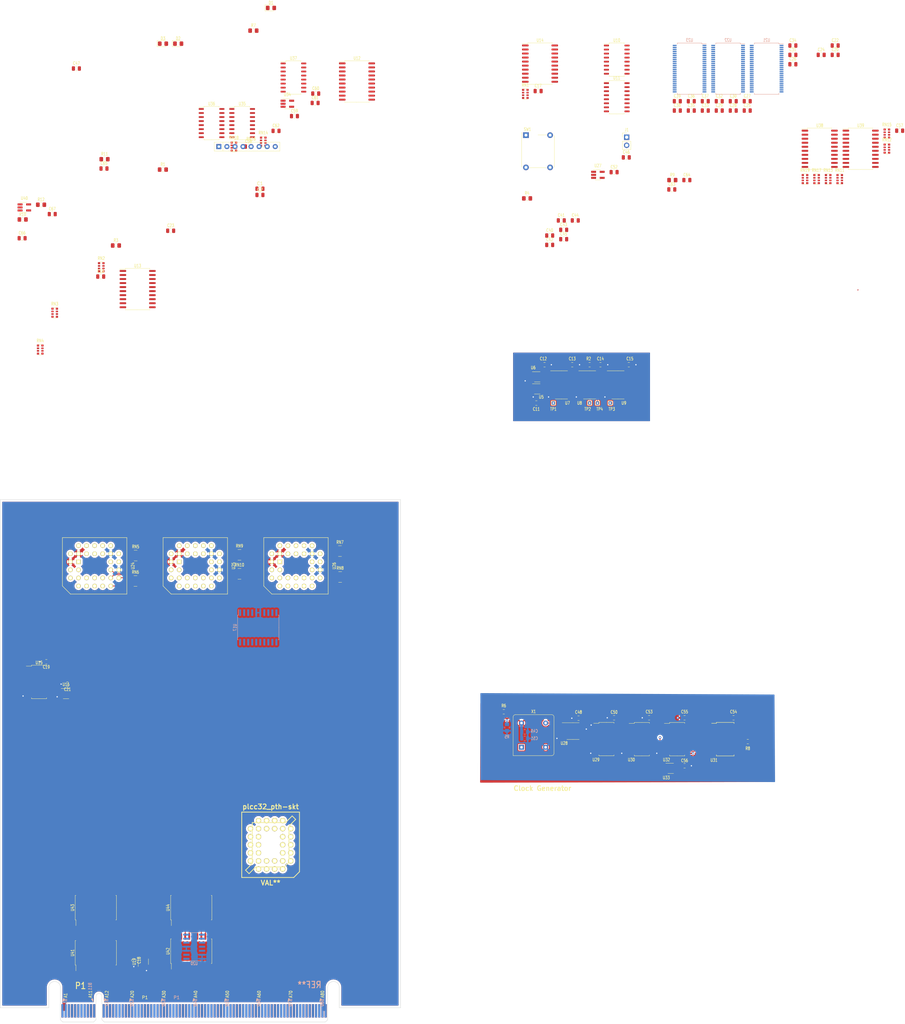
<source format=kicad_pcb>
(kicad_pcb (version 20171130) (host pcbnew 5.1.2-f72e74a~84~ubuntu18.04.1)
  (layers (0 F.Cu signal) (31 B.Cu signal) (34 B.Paste user) (35 F.Paste user) (36 B.SilkS user) (37 F.SilkS user) (38 B.Mask user) (39 F.Mask user) (44 Edge.Cuts user))
  (net 0 "")
  (net 1 GND)
  (net 2 +5V)
  (net 3 /~RESET)
  (net 4 /~FPRESET)
  (net 5 /POWEROK)
  (net 6 /IN-RSVD)
  (net 7 /FPCLKEN)
  (net 8 /FPCLK)
  (net 9 /~µCE)
  (net 10 /~RSTHOLD)
  (net 11 "/Unit Decoders/~READ-PC")
  (net 12 "/Unit Decoders/~RAGL")
  (net 13 "/Unit Decoders/~R1")
  (net 14 "/Unit Decoders/~RAC")
  (net 15 "/Unit Decoders/~READ-DR")
  (net 16 "/Unit Decoders/~R6")
  (net 17 "/Unit Decoders/~R7")
  (net 18 "/Unit Decoders/~W1")
  (net 19 "/Unit Decoders/~WRITE-AR")
  (net 20 "/Unit Decoders/~WRITE-PC")
  (net 21 "/Unit Decoders/~WALU")
  (net 22 "/Unit Decoders/~WRITE-AC")
  (net 23 "/Unit Decoders/~WIR")
  (net 24 "/Unit Decoders/~WRITE-DR")
  (net 25 "/Instruction Register (IR)/IBUS0")
  (net 26 "/Instruction Register (IR)/IBUS1")
  (net 27 "/Instruction Register (IR)/IBUS2")
  (net 28 "/Instruction Register (IR)/IBUS3")
  (net 29 "/Instruction Register (IR)/IBUS4")
  (net 30 "/Instruction Register (IR)/IBUS5")
  (net 31 "/Instruction Register (IR)/IBUS6")
  (net 32 "/Instruction Register (IR)/IBUS7")
  (net 33 "/Instruction Register (IR)/LATCH-IR")
  (net 34 "/Instruction Register (IR)/IR7")
  (net 35 "/Instruction Register (IR)/IR6")
  (net 36 "/Instruction Register (IR)/IR5")
  (net 37 "/Instruction Register (IR)/IR4")
  (net 38 "/Instruction Register (IR)/IR3")
  (net 39 "/Instruction Register (IR)/IR2")
  (net 40 "/Instruction Register (IR)/IR1")
  (net 41 "/Instruction Register (IR)/IR0")
  (net 42 "/Instruction Register (IR)/FP7")
  (net 43 "/Instruction Register (IR)/FP6")
  (net 44 "/Instruction Register (IR)/FP5")
  (net 45 "/Instruction Register (IR)/FP4")
  (net 46 "/Instruction Register (IR)/FP3")
  (net 47 "/Instruction Register (IR)/FP2")
  (net 48 "/Instruction Register (IR)/FP1")
  (net 49 "/Instruction Register (IR)/FP0")
  (net 50 "/Instruction Register (IR)/IR8")
  (net 51 "/Instruction Register (IR)/IR9")
  (net 52 "/Instruction Register (IR)/IR10")
  (net 53 "/Instruction Register (IR)/IR11")
  (net 54 "/Instruction Register (IR)/IR12")
  (net 55 "/Instruction Register (IR)/IR13")
  (net 56 "/Instruction Register (IR)/IR14")
  (net 57 "/Instruction Register (IR)/IR15")
  (net 58 "/Instruction Register (IR)/IBUS15")
  (net 59 "/Instruction Register (IR)/IBUS14")
  (net 60 "/Instruction Register (IR)/IBUS13")
  (net 61 "/Instruction Register (IR)/IBUS12")
  (net 62 "/Instruction Register (IR)/IBUS11")
  (net 63 "/Instruction Register (IR)/IBUS10")
  (net 64 "/Instruction Register (IR)/IBUS9")
  (net 65 "/Instruction Register (IR)/IBUS8")
  (net 66 "/Action Decoders/~µCE")
  (net 67 "/Clock Generator/÷2")
  (net 68 "/Clock Generator/÷4")
  (net 69 /CLK1)
  (net 70 /CLK2)
  (net 71 /CLK3)
  (net 72 /CLK4)
  (net 73 /T34)
  (net 74 "/Action Decoders/ACTION0")
  (net 75 "/Action Decoders/ACTION1")
  (net 76 "/Action Decoders/ACTION2")
  (net 77 "/Action Decoders/WSTB")
  (net 78 "/Action Decoders/ACTION3")
  (net 79 "/Unit Decoders/~STPDR")
  (net 80 "/Unit Decoders/~DEC")
  (net 81 "/Unit Decoders/~STPAC")
  (net 82 /~ENDEXT)
  (net 83 /~END)
  (net 84 "/Microprogram Sequencer/~µPCCLR")
  (net 85 "/Microprogram Sequencer/UPC0")
  (net 86 "/Microprogram Sequencer/UPC1")
  (net 87 "/Microprogram Sequencer/UPC2")
  (net 88 "/Microprogram Sequencer/UPC3")
  (net 89 /~HALT)
  (net 90 /~WS)
  (net 91 "/Unit Decoders/RUNIT0")
  (net 92 "/Unit Decoders/RUNIT1")
  (net 93 "/Unit Decoders/RUNIT2")
  (net 94 "/Unit Decoders/RESET")
  (net 95 "/Unit Decoders/RUNIT3")
  (net 96 "/Unit Decoders/CLK1")
  (net 97 "/Unit Decoders/~µCE")
  (net 98 "/Unit Decoders/~RESET")
  (net 99 "/Unit Decoders/CLK3")
  (net 100 "/Unit Decoders/WUNIT2")
  (net 101 "/Unit Decoders/WUNIT1")
  (net 102 "/Unit Decoders/WUNIT0")
  (net 103 "/Clock Generator/CLK")
  (net 104 "/Clock Generator/CLKIN")
  (net 105 /WSTB)
  (net 106 "/Action Decoders/~ACTION-CPL")
  (net 107 "/Action Decoders/~ACTION-CLL")
  (net 108 "/Action Decoders/~ACTION-STI")
  (net 109 "/Action Decoders/~ACTION-CLI")
  (net 110 "/Action Decoders/~ACTION-CLA")
  (net 111 "/Action Decoders/~ACTION6")
  (net 112 "/Action Decoders/~ACTION-SRU")
  (net 113 "/Action Decoders/~ACTION-INCPC")
  (net 114 "/Action Decoders/~ACTION-INCDR")
  (net 115 "/Action Decoders/~ACTION-DECDR")
  (net 116 "/Action Decoders/~ACTION-INCAC")
  (net 117 "/Action Decoders/~ACTION-DECAC")
  (net 118 "/Action Decoders/~ACTION-INCSP")
  (net 119 "/Action Decoders/~ACTION-DECSP")
  (net 120 "/Action Decoders/~ACTION15")
  (net 121 /~MEM)
  (net 122 /~IO)
  (net 123 /~R)
  (net 124 /~WEN)
  (net 125 /~FPµA0)
  (net 126 "/Microprogram Sequencer/IDX0")
  (net 127 "/Microprogram Sequencer/IDX1")
  (net 128 /COND)
  (net 129 /~FPµA1)
  (net 130 "/Microprogram Sequencer/Sheet5D82ABFF/FP7")
  (net 131 "/Microprogram Sequencer/Sheet5D82ABFF/FP6")
  (net 132 "/Microprogram Sequencer/Sheet5D82ABFF/FP5")
  (net 133 "/Microprogram Sequencer/Sheet5D82ABFF/FP4")
  (net 134 "/Microprogram Sequencer/Sheet5D82ABFF/FP3")
  (net 135 "/Microprogram Sequencer/Sheet5D82ABFF/FP2")
  (net 136 "/Microprogram Sequencer/Sheet5D82ABFF/FP1")
  (net 137 "/Microprogram Sequencer/Sheet5D82ABFF/FP0")
  (net 138 /~FPµC0)
  (net 139 /~FPµC1)
  (net 140 /~FPµC2)
  (net 141 /~IRQSUC)
  (net 142 /~FPµA2)
  (net 143 "/Unit Decoders/~INCDR")
  (net 144 "/Unit Decoders/~DECDR")
  (net 145 "/Unit Decoders/~ACTION-DECAC")
  (net 146 "/Unit Decoders/~ACTION-INCAC")
  (net 147 "/Interrupt State Machine/~END")
  (net 148 "/Interrupt State Machine/~RESET-OR-CLI")
  (net 149 "/Interrupt State Machine/~ACTION-CLI")
  (net 150 "/Interrupt State Machine/FI")
  (net 151 "/Interrupt State Machine/~ACTION-STI")
  (net 152 "/Interrupt State Machine/~INT₀")
  (net 153 "/Interrupt State Machine/CLK3")
  (net 154 "/Interrupt State Machine/~INT")
  (net 155 "/Interrupt State Machine/FPIRQS")
  (net 156 /AB0)
  (net 157 /AB1)
  (net 158 /AB2)
  (net 159 /AB3)
  (net 160 /AB4)
  (net 161 /AB5)
  (net 162 /IBUS0)
  (net 163 /IBUS1)
  (net 164 /IBUS2)
  (net 165 /IBUS3)
  (net 166 /IBUS4)
  (net 167 /IBUS5)
  (net 168 /AB6)
  (net 169 /AB7)
  (net 170 /DB0)
  (net 171 /DB1)
  (net 172 /DB2)
  (net 173 /DB3)
  (net 174 /DB4)
  (net 175 /DB5)
  (net 176 /DB6)
  (net 177 /DB7)
  (net 178 /~SYSDEV)
  (net 179 /~IODEV1xx)
  (net 180 /~IODEV2xx)
  (net 181 /~IODEV3xx)
  (net 182 /~W)
  (net 183 "Net-(P1-PadA29)")
  (net 184 "Net-(P1-PadA30)")
  (net 185 "Net-(P1-PadA31)")
  (net 186 "Net-(P1-PadA32)")
  (net 187 "Net-(P1-PadA33)")
  (net 188 /AB8)
  (net 189 /AB9)
  (net 190 /AB10)
  (net 191 /AB11)
  (net 192 /AB12)
  (net 193 /AB13)
  (net 194 /AB14)
  (net 195 /AB15)
  (net 196 /AB16)
  (net 197 /AB17)
  (net 198 /AB18)
  (net 199 /AB19)
  (net 200 /AB20)
  (net 201 /AB21)
  (net 202 /AB22)
  (net 203 /AB23)
  (net 204 "Net-(P1-PadA50)")
  (net 205 /~IRQ0)
  (net 206 /~IRQ1)
  (net 207 /~IRQ2)
  (net 208 /~IRQ3)
  (net 209 /~IRQ4)
  (net 210 /DB8)
  (net 211 /DB9)
  (net 212 /DB10)
  (net 213 /DB11)
  (net 214 /DB12)
  (net 215 /DB13)
  (net 216 /DB14)
  (net 217 /DB15)
  (net 218 "Net-(P1-PadA64)")
  (net 219 "Net-(P1-PadA65)")
  (net 220 "Net-(P1-PadA66)")
  (net 221 /~IRQ5)
  (net 222 /~IRQ6)
  (net 223 "Net-(P1-PadA69)")
  (net 224 /~IRQ7)
  (net 225 "Net-(P1-PadA71)")
  (net 226 /~SKIPEXT)
  (net 227 "Net-(P1-PadA74)")
  (net 228 "Net-(P1-PadA75)")
  (net 229 "Net-(P1-PadA76)")
  (net 230 "Net-(P1-PadA77)")
  (net 231 "Net-(P1-PadA78)")
  (net 232 "Net-(P1-PadA79)")
  (net 233 "Net-(P1-PadA80)")
  (net 234 /IBUS6)
  (net 235 /IBUS7)
  (net 236 /RADDR0)
  (net 237 /RADDR1)
  (net 238 /RADDR2)
  (net 239 /RADDR3)
  (net 240 /RADDR4)
  (net 241 /WADDR0)
  (net 242 /WADDR1)
  (net 243 /WADDR2)
  (net 244 /ACTION1)
  (net 245 /ACTION2)
  (net 246 "Net-(P1-PadB28)")
  (net 247 "Net-(P1-PadB29)")
  (net 248 /ACTION0)
  (net 249 /ACTION3)
  (net 250 /IBUS8)
  (net 251 /IBUS9)
  (net 252 /IBUS10)
  (net 253 /IBUS11)
  (net 254 /IBUS12)
  (net 255 /IBUS13)
  (net 256 /IBUS14)
  (net 257 /IBUS15)
  (net 258 /~IRQ)
  (net 259 /~IRQS)
  (net 260 "Net-(P1-PadB44)")
  (net 261 "Net-(P1-PadB45)")
  (net 262 "Net-(P1-PadB46)")
  (net 263 "Net-(P1-PadB47)")
  (net 264 "Net-(P1-PadB48)")
  (net 265 "Net-(P1-PadB49)")
  (net 266 "Net-(P1-PadB50)")
  (net 267 "Net-(P1-PadB51)")
  (net 268 "Net-(P1-PadB52)")
  (net 269 "Net-(P1-PadB53)")
  (net 270 "Net-(P1-PadB54)")
  (net 271 "Net-(P1-PadB55)")
  (net 272 "Net-(P1-PadB56)")
  (net 273 "Net-(P1-PadB57)")
  (net 274 "Net-(P1-PadB58)")
  (net 275 "Net-(P1-PadB59)")
  (net 276 "Net-(P1-PadB61)")
  (net 277 "Net-(P1-PadB62)")
  (net 278 /FPO0)
  (net 279 /FPO1)
  (net 280 /FPO2)
  (net 281 /FPO3)
  (net 282 "Net-(P1-PadB67)")
  (net 283 /FPO4)
  (net 284 /FPO5)
  (net 285 "Net-(P1-PadB70)")
  (net 286 "Net-(P1-PadB71)")
  (net 287 /FPO6)
  (net 288 /FPO7)
  (net 289 "Net-(P1-PadB74)")
  (net 290 "Net-(P1-PadB75)")
  (net 291 "Net-(P1-PadB76)")
  (net 292 "Net-(P1-PadB77)")
  (net 293 "Net-(P1-PadB78)")
  (net 294 "Net-(P1-PadB79)")
  (net 295 "Net-(P1-PadB80)")
  (net 296 "Net-(C52-Pad1)")
  (net 297 "Net-(D1-Pad1)")
  (net 298 "Net-(R3-Pad1)")
  (net 299 "Net-(R8-Pad2)")
  (net 300 "Net-(R9-Pad1)")
  (net 301 "Net-(R10-Pad1)")
  (net 302 "Net-(R11-Pad1)")
  (net 303 "Net-(R12-Pad1)")
  (net 304 "Net-(RN1-Pad1)")
  (net 305 "Net-(RN1-Pad3)")
  (net 306 "Net-(RN1-Pad2)")
  (net 307 "Net-(RN1-Pad4)")
  (net 308 "Net-(RN1-Pad8)")
  (net 309 "Net-(RN2-Pad1)")
  (net 310 "Net-(RN2-Pad3)")
  (net 311 "Net-(RN2-Pad2)")
  (net 312 "Net-(RN2-Pad4)")
  (net 313 "Net-(RN3-Pad1)")
  (net 314 "Net-(RN3-Pad3)")
  (net 315 "Net-(RN3-Pad2)")
  (net 316 "Net-(RN3-Pad4)")
  (net 317 "Net-(RN4-Pad1)")
  (net 318 "Net-(RN4-Pad3)")
  (net 319 "Net-(RN4-Pad2)")
  (net 320 "Net-(RN4-Pad4)")
  (net 321 "Net-(RN5-Pad1)")
  (net 322 "Net-(RN5-Pad3)")
  (net 323 "Net-(RN5-Pad2)")
  (net 324 "Net-(RN5-Pad4)")
  (net 325 "Net-(RN6-Pad1)")
  (net 326 "Net-(RN6-Pad3)")
  (net 327 "Net-(RN6-Pad2)")
  (net 328 "Net-(RN6-Pad4)")
  (net 329 "Net-(RN7-Pad1)")
  (net 330 "Net-(RN7-Pad3)")
  (net 331 "Net-(RN7-Pad2)")
  (net 332 "Net-(RN7-Pad4)")
  (net 333 "Net-(RN8-Pad1)")
  (net 334 "Net-(RN8-Pad3)")
  (net 335 "Net-(RN8-Pad2)")
  (net 336 "Net-(RN8-Pad4)")
  (net 337 "Net-(RN9-Pad1)")
  (net 338 "Net-(RN9-Pad3)")
  (net 339 "Net-(RN9-Pad2)")
  (net 340 "Net-(RN9-Pad4)")
  (net 341 "Net-(RN10-Pad1)")
  (net 342 "Net-(RN10-Pad3)")
  (net 343 "Net-(RN10-Pad2)")
  (net 344 "Net-(RN10-Pad4)")
  (net 345 "Net-(RN11-Pad1)")
  (net 346 "Net-(RN11-Pad3)")
  (net 347 "Net-(RN11-Pad2)")
  (net 348 "Net-(RN11-Pad4)")
  (net 349 "Net-(RN12-Pad1)")
  (net 350 "Net-(RN12-Pad3)")
  (net 351 "Net-(RN12-Pad2)")
  (net 352 "Net-(RN12-Pad4)")
  (net 353 "Net-(RN12-Pad8)")
  (net 354 "Net-(RN13-Pad1)")
  (net 355 "Net-(RN13-Pad3)")
  (net 356 "Net-(RN13-Pad2)")
  (net 357 "Net-(RN13-Pad4)")
  (net 358 "Net-(RN14-Pad8)")
  (net 359 "Net-(RN14-Pad4)")
  (net 360 "Net-(RN14-Pad2)")
  (net 361 "Net-(RN14-Pad3)")
  (net 362 "Net-(RN14-Pad1)")
  (net 363 "Net-(RN15-Pad1)")
  (net 364 "Net-(RN15-Pad3)")
  (net 365 "Net-(RN15-Pad2)")
  (net 366 "Net-(RN15-Pad4)")
  (net 367 "Net-(RN16-Pad8)")
  (net 368 "Net-(RN17-Pad8)")
  (net 369 "Net-(TP1-Pad1)")
  (net 370 "Net-(TP2-Pad1)")
  (net 371 "Net-(TP3-Pad1)")
  (net 372 "Net-(TP4-Pad1)")
  (net 373 "Net-(U5-Pad4)")
  (net 374 "Net-(U7-Pad6)")
  (net 375 "Net-(U7-Pad5)")
  (net 376 "Net-(U9-Pad12)")
  (net 377 "Net-(U10-Pad15)")
  (net 378 "Net-(U10-Pad14)")
  (net 379 "Net-(U10-Pad13)")
  (net 380 "Net-(U10-Pad12)")
  (net 381 "Net-(U10-Pad11)")
  (net 382 "Net-(U10-Pad10)")
  (net 383 "Net-(U10-Pad9)")
  (net 384 "Net-(U10-Pad7)")
  (net 385 "Net-(U11-Pad15)")
  (net 386 "Net-(U11-Pad14)")
  (net 387 "Net-(U11-Pad13)")
  (net 388 "Net-(U11-Pad12)")
  (net 389 "Net-(U11-Pad11)")
  (net 390 "Net-(U11-Pad10)")
  (net 391 "Net-(U11-Pad9)")
  (net 392 "Net-(U11-Pad7)")
  (net 393 "Net-(U15-Pad15)")
  (net 394 "Net-(U23-Pad23)")
  (net 395 "Net-(U23-Pad22)")
  (net 396 "Net-(U23-Pad20)")
  (net 397 "Net-(U23-Pad19)")
  (net 398 "Net-(U23-Pad17)")
  (net 399 "Net-(U28-Pad3)")
  (net 400 "Net-(U29-Pad13)")
  (net 401 "Net-(U29-Pad12)")
  (net 402 "Net-(U29-Pad7)")
  (net 403 "Net-(U29-Pad6)")
  (net 404 "Net-(U30-Pad13)")
  (net 405 "Net-(U30-Pad12)")
  (net 406 "Net-(U30-Pad7)")
  (net 407 "Net-(U30-Pad6)")
  (net 408 "Net-(U30-Pad3)")
  (net 409 "Net-(U30-Pad2)")
  (net 410 "Net-(U31-Pad15)")
  (net 411 "Net-(U31-Pad9)")
  (net 412 "Net-(U31-Pad6)")
  (net 413 "Net-(U31-Pad5)")
  (net 414 "Net-(U31-Pad4)")
  (net 415 "Net-(U31-Pad3)")
  (net 416 "Net-(U31-Pad2)")
  (net 417 "Net-(U31-Pad1)")
  (net 418 "Net-(U32-Pad12)")
  (net 419 "Net-(U32-Pad10)")
  (net 420 "Net-(U32-Pad9)")
  (net 421 "Net-(U35-Pad15)")
  (net 422 "Net-(U35-Pad14)")
  (net 423 "Net-(U35-Pad13)")
  (net 424 "Net-(U35-Pad12)")
  (net 425 "Net-(U35-Pad11)")
  (net 426 "Net-(U35-Pad10)")
  (net 427 "Net-(U35-Pad9)")
  (net 428 "Net-(U35-Pad7)")
  (net 429 "Net-(U36-Pad7)")
  (net 430 "Net-(U36-Pad9)")
  (net 431 "Net-(U36-Pad10)")
  (net 432 "Net-(U36-Pad11)")
  (net 433 "Net-(U36-Pad12)")
  (net 434 "Net-(U36-Pad13)")
  (net 435 "Net-(U36-Pad14)")
  (net 436 "Net-(U36-Pad15)")
  (net 437 "Net-(U37-Pad5)")
  (net 438 "Net-(U37-Pad7)")
  (net 439 "Net-(U37-Pad9)")
  (net 440 "Net-(U37-Pad11)")
  (net 441 "Net-(X1-Pad1)")
  (net 442 /WADDR3)
  (net 443 /WADDR4)
  (net 444 "/Microprogram Sequencer/COND0")
  (net 445 "/Microprogram Sequencer/COND1")
  (net 446 "/Microprogram Sequencer/COND3")
  (net 447 "/Microprogram Sequencer/COND2")
  (net 448 "/Microprogram Sequencer/COND4")
  (net 449 "/Microprogram Sequencer/IR7")
  (net 450 "/Microprogram Sequencer/IR8")
  (net 451 "/Microprogram Sequencer/IR9")
  (net 452 "/Microprogram Sequencer/IR10")
  (net 453 "/Microprogram Sequencer/IR11")
  (net 454 "/Microprogram Sequencer/IR12")
  (net 455 "/Microprogram Sequencer/IR13")
  (net 456 "/Microprogram Sequencer/IR14")
  (net 457 "/Microprogram Sequencer/IR15")
  (net 458 "/Instruction Register (IR)/~WRITE-IR")
  (net 459 "/Instruction Register (IR)/~FPIRL")
  (net 460 "/Instruction Register (IR)/~FPIRH")
  (module Package_SO:SOIC-16_4.55x10.3mm_P1.27mm (layer F.Cu) (at 213.487 101.575)
    (fp_text reference U29 (at -3.302 6.502) (layer F.SilkS) (effects (font (size 1 0.75))))
    (fp_text value 74AC191)
    (pad 16 smd roundrect (at 3.25 -4.445) (size 1.6 0.55) (layers F.Cu F.Paste F.Mask) (net 2 +5V))
    (pad 15 smd roundrect (at 3.25 -3.175) (size 1.6 0.55) (layers F.Cu F.Paste F.Mask) (net 1 GND))
    (pad 14 smd roundrect (at 3.25 -1.905) (size 1.6 0.55) (layers F.Cu F.Paste F.Mask) (net 104 "/Clock Generator/CLKIN"))
    (pad 13 smd roundrect (at 3.25 -0.635) (size 1.6 0.55) (layers F.Cu F.Paste F.Mask) (net 400 "Net-(U29-Pad13)"))
    (pad 12 smd roundrect (at 3.25 0.635) (size 1.6 0.55) (layers F.Cu F.Paste F.Mask) (net 401 "Net-(U29-Pad12)"))
    (pad 11 smd roundrect (at 3.25 1.905) (size 1.6 0.55) (layers F.Cu F.Paste F.Mask) (net 3 /~RESET))
    (pad 10 smd roundrect (at 3.25 3.175) (size 1.6 0.55) (layers F.Cu F.Paste F.Mask) (net 1 GND))
    (pad 9 smd roundrect (at 3.25 4.445) (size 1.6 0.55) (layers F.Cu F.Paste F.Mask) (net 1 GND))
    (pad 8 smd roundrect (at -3.25 4.445) (size 1.6 0.55) (layers F.Cu F.Paste F.Mask) (net 1 GND))
    (pad 7 smd roundrect (at -3.25 3.175) (size 1.6 0.55) (layers F.Cu F.Paste F.Mask) (net 402 "Net-(U29-Pad7)"))
    (pad 6 smd roundrect (at -3.25 1.905) (size 1.6 0.55) (layers F.Cu F.Paste F.Mask) (net 403 "Net-(U29-Pad6)"))
    (pad 5 smd roundrect (at -3.25 0.635) (size 1.6 0.55) (layers F.Cu F.Paste F.Mask) (net 1 GND))
    (pad 4 smd roundrect (at -3.25 -0.635) (size 1.6 0.55) (layers F.Cu F.Paste F.Mask) (net 1 GND))
    (pad 3 smd roundrect (at -3.25 -1.905) (size 1.6 0.55) (layers F.Cu F.Paste F.Mask) (net 67 "/Clock Generator/÷2"))
    (pad 2 smd roundrect (at -3.25 -3.175) (size 1.6 0.55) (layers F.Cu F.Paste F.Mask) (net 68 "/Clock Generator/÷4"))
    (pad 1 smd roundrect (at -3.25 -4.445) (size 1.6 0.55) (layers F.Cu F.Paste F.Mask) (net 1 GND))
  )
  (module w_pth_plcc:plcc32_pth-skt (layer F.Cu) (at 107.569 134.874)
    (fp_text reference plcc32_pth-skt (at 0 -11.99896) (layer F.SilkS) (effects (font (size 1.524 1.524) (thickness 0.3048))))
    (fp_text value VAL** (at 0 11.99896) (layer F.SilkS) (effects (font (size 1.524 1.524) (thickness 0.3048))))
    (pad 31 thru_hole circle (at -3.81 5.08) (size 1.69926 1.69926) (drill 1.00076) (layers *.Cu *.Mask F.SilkS))
    (pad 30 thru_hole circle (at -3.81 7.62) (size 1.69926 1.69926) (drill 1.00076) (layers *.Cu *.Mask F.SilkS))
    (pad 29 thru_hole circle (at -6.35 5.08) (size 1.69926 1.69926) (drill 1.00076) (layers *.Cu *.Mask F.SilkS))
    (pad 28 thru_hole circle (at -3.81 2.54) (size 1.69926 1.69926) (drill 1.00076) (layers *.Cu *.Mask F.SilkS))
    (pad 32 thru_hole circle (at -1.27 7.62) (size 1.69926 1.69926) (drill 1.00076) (layers *.Cu *.Mask F.SilkS))
    (pad 27 thru_hole circle (at -6.35 2.54) (size 1.69926 1.69926) (drill 1.00076) (layers *.Cu *.Mask F.SilkS))
    (pad 26 thru_hole circle (at -3.81 0) (size 1.69926 1.69926) (drill 1.00076) (layers *.Cu *.Mask F.SilkS))
    (pad 25 thru_hole circle (at -6.35 0) (size 1.69926 1.69926) (drill 1.00076) (layers *.Cu *.Mask F.SilkS))
    (pad 24 thru_hole circle (at -3.81 -2.54) (size 1.69926 1.69926) (drill 1.00076) (layers *.Cu *.Mask F.SilkS))
    (pad 23 thru_hole circle (at -6.35 -2.54) (size 1.69926 1.69926) (drill 1.00076) (layers *.Cu *.Mask F.SilkS))
    (pad 22 thru_hole circle (at -3.81 -5.08) (size 1.69926 1.69926) (drill 1.00076) (layers *.Cu *.Mask F.SilkS))
    (pad 21 thru_hole circle (at -6.35 -5.08) (size 1.69926 1.69926) (drill 1.00076) (layers *.Cu *.Mask F.SilkS))
    (pad 20 thru_hole circle (at -3.81 -7.62) (size 1.69926 1.69926) (drill 1.00076) (layers *.Cu *.Mask F.SilkS))
    (pad 19 thru_hole circle (at -1.27 -5.08) (size 1.69926 1.69926) (drill 1.00076) (layers *.Cu *.Mask F.SilkS))
    (pad 18 thru_hole circle (at -1.27 -7.62) (size 1.69926 1.69926) (drill 1.00076) (layers *.Cu *.Mask F.SilkS))
    (pad 17 thru_hole circle (at 1.27 -5.08) (size 1.69926 1.69926) (drill 1.00076) (layers *.Cu *.Mask F.SilkS))
    (pad 16 thru_hole circle (at 1.27 -7.62) (size 1.69926 1.69926) (drill 1.00076) (layers *.Cu *.Mask F.SilkS))
    (pad 15 thru_hole circle (at 3.81 -5.08) (size 1.69926 1.69926) (drill 1.00076) (layers *.Cu *.Mask F.SilkS))
    (pad 14 thru_hole circle (at 3.81 -7.62) (size 1.69926 1.69926) (drill 1.00076) (layers *.Cu *.Mask F.SilkS))
    (pad 13 thru_hole circle (at 6.35 -5.08) (size 1.69926 1.69926) (drill 1.00076) (layers *.Cu *.Mask F.SilkS))
    (pad 12 thru_hole circle (at 3.81 -2.54) (size 1.69926 1.69926) (drill 1.00076) (layers *.Cu *.Mask F.SilkS))
    (pad 11 thru_hole circle (at 6.35 -2.54) (size 1.69926 1.69926) (drill 1.00076) (layers *.Cu *.Mask F.SilkS))
    (pad 10 thru_hole circle (at 3.81 0) (size 1.69926 1.69926) (drill 1.00076) (layers *.Cu *.Mask F.SilkS))
    (pad 9 thru_hole circle (at 6.35 0) (size 1.69926 1.69926) (drill 1.00076) (layers *.Cu *.Mask F.SilkS))
    (pad 8 thru_hole circle (at 3.81 2.54) (size 1.69926 1.69926) (drill 1.00076) (layers *.Cu *.Mask F.SilkS))
    (pad 7 thru_hole circle (at 6.35 2.54) (size 1.69926 1.69926) (drill 1.00076) (layers *.Cu *.Mask F.SilkS))
    (pad 6 thru_hole circle (at 3.81 5.08) (size 1.69926 1.69926) (drill 1.00076) (layers *.Cu *.Mask F.SilkS))
    (pad 5 thru_hole circle (at 6.35 5.08) (size 1.69926 1.69926) (drill 1.00076) (layers *.Cu *.Mask F.SilkS))
    (pad 4 thru_hole circle (at 3.81 7.62) (size 1.69926 1.69926) (drill 1.00076) (layers *.Cu *.Mask F.SilkS))
    (pad 3 thru_hole circle (at 1.27 5.08) (size 1.69926 1.69926) (drill 1.00076) (layers *.Cu *.Mask F.SilkS))
    (pad 1 thru_hole circle (at -1.27 5.08) (size 1.69926 1.69926) (drill 1.00076) (layers *.Cu *.Mask F.SilkS))
    (pad 2 thru_hole circle (at 1.27 7.62) (size 1.69926 1.69926) (drill 1.00076) (layers *.Cu *.Mask F.SilkS))
  )
  (module alexios:CFT-2019-Card-Edge (layer F.Cu) (at 66.929 187.198)
    (fp_text reference P1 (at 1 -4.2) (layer F.SilkS))
    (fp_text value CFT-2019-Bus)
    (fp_text user B80 (at 56.9 -3.9 -90) (layer B.SilkS) (effects (font (size 1 0.83)) (justify left mirror)))
    (fp_text user B70 (at 46.9 -3.9 -90) (layer B.SilkS) (effects (font (size 1 0.83)) (justify left mirror)))
    (fp_text user B60 (at 36.9 -3.9 -90) (layer B.SilkS) (effects (font (size 1 0.83)) (justify left mirror)))
    (fp_text user B50 (at 26.9 -3.9 -90) (layer B.SilkS) (effects (font (size 1 0.83)) (justify left mirror)))
    (fp_text user B40 (at 16.9 -3.9 -90) (layer B.SilkS) (effects (font (size 1 0.83)) (justify left mirror)))
    (fp_text user B30 (at 6.9 -3.9 -90) (layer B.SilkS) (effects (font (size 1 0.83)) (justify left mirror)))
    (fp_text user B20 (at -3.1 -3.9 -90) (layer B.SilkS) (effects (font (size 1 0.83)) (justify left mirror)))
    (fp_text user B12 (at -11.1 -3.9 -90) (layer B.SilkS) (effects (font (size 1 0.83)) (justify left mirror)))
    (fp_line (start -25.65 -7.425) (end -25.65 2.8) (layer Edge.Cuts) (width 0.1))
    (fp_line (start -24.95 3.5) (end -25.65 2.8) (layer Edge.Cuts) (width 0.1))
    (fp_line (start -24.95 3.5) (end -15.15 3.5) (layer Edge.Cuts) (width 0.1))
    (fp_line (start -15.15 3.5) (end -14.45 2.8) (layer Edge.Cuts) (width 0.1))
    (fp_line (start -14.45 2.8) (end -14.45 -4.5) (layer Edge.Cuts) (width 0.1))
    (fp_arc (start -13.5 -4.5) (end -14.45 -4.5) (angle 180) (layer Edge.Cuts) (width 0.1))
    (fp_line (start -12.55 -4.5) (end -12.55 2.8) (layer Edge.Cuts) (width 0.1))
    (fp_line (start -11.85 3.5) (end -12.55 2.8) (layer Edge.Cuts) (width 0.1))
    (fp_line (start -11.85 3.5) (end 57.95 3.5) (layer Edge.Cuts) (width 0.1))
    (fp_line (start -44.65 -1) (end -29.3 -1) (layer Edge.Cuts) (width 0.1))
    (fp_arc (start -27.475 -7.425) (end -29.3 -7.425) (angle 180) (layer Edge.Cuts) (width 0.1))
    (fp_line (start -29.3 -1) (end -29.3 -7.425) (layer Edge.Cuts) (width 0.1))
    (fp_line (start -44.65 -161.05) (end -44.65 -1) (layer Edge.Cuts) (width 0.1))
    (fp_text user %R (at 11 -4.2) (layer B.SilkS))
    (fp_arc (start 60.475 -7.425) (end 62.3 -7.425) (angle -180) (layer Edge.Cuts) (width 0.1))
    (fp_line (start 57.95 3.5) (end 58.65 2.8) (layer Edge.Cuts) (width 0.1))
    (fp_line (start 58.65 -7.425) (end 58.65 2.8) (layer Edge.Cuts) (width 0.1))
    (fp_line (start 62.3 -1) (end 62.3 -7.425) (layer Edge.Cuts) (width 0.1))
    (fp_line (start 81.65 -1) (end 62.3 -1) (layer Edge.Cuts) (width 0.1))
    (fp_line (start -44.65 -161.05) (end 81.65 -161.05) (layer Edge.Cuts) (width 0.1))
    (fp_line (start 81.65 -161.05) (end 81.65 -1) (layer Edge.Cuts) (width 0.1))
    (fp_text user A1 (at -24 -4 90) (layer F.SilkS) (effects (font (size 1 0.83)) (justify left)))
    (fp_text user A11 (at -16.2 -4 90) (layer F.SilkS) (effects (font (size 1 0.83)) (justify left)))
    (fp_text user A20 (at -3 -4 90) (layer F.SilkS) (effects (font (size 1 0.83)) (justify left)))
    (fp_text user A30 (at 7 -4 90) (layer F.SilkS) (effects (font (size 1 0.83)) (justify left)))
    (fp_text user A40 (at 17 -4 90) (layer F.SilkS) (effects (font (size 1 0.83)) (justify left)))
    (fp_text user A50 (at 27 -4 90) (layer F.SilkS) (effects (font (size 1 0.83)) (justify left)))
    (fp_text user A60 (at 37 -4 90) (layer F.SilkS) (effects (font (size 1 0.83)) (justify left)))
    (fp_text user A70 (at 47 -4 90) (layer F.SilkS) (effects (font (size 1 0.83)) (justify left)))
    (fp_text user A80 (at 57 -4 90) (layer F.SilkS) (effects (font (size 1 0.83)) (justify left)))
    (fp_text user A12 (at -11 -4 90) (layer F.SilkS) (effects (font (size 1 0.83)) (justify left)))
    (fp_text user REF** (at 52.9 -8.2) (layer B.SilkS) (effects (font (size 2 1.75) (thickness 0.3)) (justify mirror)))
    (fp_text user B1 (at -24.1 -3.9 -90) (layer B.SilkS) (effects (font (size 1 0.83)) (justify left mirror)))
    (fp_text user B11 (at -16.3 -6.4 -90) (layer B.SilkS) (effects (font (size 1 0.83)) (justify right mirror)))
    (fp_text user %R (at -19.3 -7.9) (layer F.SilkS) (effects (font (size 2 1.75) (thickness 0.3))))
    (pad B82 connect rect (at 58 0) (size 0.7 4.2) (layers B.Cu B.Mask) (net 1 GND))
    (pad B81 connect rect (at 57 0) (size 0.7 4.2) (layers B.Cu B.Mask) (net 1 GND))
    (pad B80 connect rect (at 56 0) (size 0.7 4.2) (layers B.Cu B.Mask) (net 295 "Net-(P1-PadB80)"))
    (pad B79 connect rect (at 55 0) (size 0.7 4.2) (layers B.Cu B.Mask) (net 294 "Net-(P1-PadB79)"))
    (pad B78 connect rect (at 54 0) (size 0.7 4.2) (layers B.Cu B.Mask) (net 293 "Net-(P1-PadB78)"))
    (pad B77 connect rect (at 53 0) (size 0.7 4.2) (layers B.Cu B.Mask) (net 292 "Net-(P1-PadB77)"))
    (pad B76 connect rect (at 52 0) (size 0.7 4.2) (layers B.Cu B.Mask) (net 291 "Net-(P1-PadB76)"))
    (pad B75 connect rect (at 51 0) (size 0.7 4.2) (layers B.Cu B.Mask) (net 290 "Net-(P1-PadB75)"))
    (pad B74 connect rect (at 50 0) (size 0.7 4.2) (layers B.Cu B.Mask) (net 289 "Net-(P1-PadB74)"))
    (pad B73 connect rect (at 49 0) (size 0.7 4.2) (layers B.Cu B.Mask) (net 288 /FPO7))
    (pad B72 connect rect (at 48 0) (size 0.7 4.2) (layers B.Cu B.Mask) (net 287 /FPO6))
    (pad B71 connect rect (at 47 0) (size 0.7 4.2) (layers B.Cu B.Mask) (net 286 "Net-(P1-PadB71)"))
    (pad B70 connect rect (at 46 0) (size 0.7 4.2) (layers B.Cu B.Mask) (net 285 "Net-(P1-PadB70)"))
    (pad B69 connect rect (at 45 0) (size 0.7 4.2) (layers B.Cu B.Mask) (net 284 /FPO5))
    (pad B68 connect rect (at 44 0) (size 0.7 4.2) (layers B.Cu B.Mask) (net 283 /FPO4))
    (pad B67 connect rect (at 43 0) (size 0.7 4.2) (layers B.Cu B.Mask) (net 282 "Net-(P1-PadB67)"))
    (pad B66 connect rect (at 42 0) (size 0.7 4.2) (layers B.Cu B.Mask) (net 281 /FPO3))
    (pad B65 connect rect (at 41 0) (size 0.7 4.2) (layers B.Cu B.Mask) (net 280 /FPO2))
    (pad B64 connect rect (at 40 0) (size 0.7 4.2) (layers B.Cu B.Mask) (net 279 /FPO1))
    (pad B63 connect rect (at 39 0) (size 0.7 4.2) (layers B.Cu B.Mask) (net 278 /FPO0))
    (pad B62 connect rect (at 38 0) (size 0.7 4.2) (layers B.Cu B.Mask) (net 277 "Net-(P1-PadB62)"))
    (pad B61 connect rect (at 37 0) (size 0.7 4.2) (layers B.Cu B.Mask) (net 276 "Net-(P1-PadB61)"))
    (pad B60 connect rect (at 36 0) (size 0.7 4.2) (layers B.Cu B.Mask) (net 89 /~HALT))
    (pad B59 connect rect (at 35 0) (size 0.7 4.2) (layers B.Cu B.Mask) (net 275 "Net-(P1-PadB59)"))
    (pad B58 connect rect (at 34 0) (size 0.7 4.2) (layers B.Cu B.Mask) (net 274 "Net-(P1-PadB58)"))
    (pad B57 connect rect (at 33 0) (size 0.7 4.2) (layers B.Cu B.Mask) (net 273 "Net-(P1-PadB57)"))
    (pad B56 connect rect (at 32 0) (size 0.7 4.2) (layers B.Cu B.Mask) (net 272 "Net-(P1-PadB56)"))
    (pad B55 connect rect (at 31 0) (size 0.7 4.2) (layers B.Cu B.Mask) (net 271 "Net-(P1-PadB55)"))
    (pad B54 connect rect (at 30 0) (size 0.7 4.2) (layers B.Cu B.Mask) (net 270 "Net-(P1-PadB54)"))
    (pad B53 connect rect (at 29 0) (size 0.7 4.2) (layers B.Cu B.Mask) (net 269 "Net-(P1-PadB53)"))
    (pad B52 connect rect (at 28 0) (size 0.7 4.2) (layers B.Cu B.Mask) (net 268 "Net-(P1-PadB52)"))
    (pad B51 connect rect (at 27 0) (size 0.7 4.2) (layers B.Cu B.Mask) (net 267 "Net-(P1-PadB51)"))
    (pad B50 connect rect (at 26 0) (size 0.7 4.2) (layers B.Cu B.Mask) (net 266 "Net-(P1-PadB50)"))
    (pad B49 connect rect (at 25 0) (size 0.7 4.2) (layers B.Cu B.Mask) (net 265 "Net-(P1-PadB49)"))
    (pad B48 connect rect (at 24 0) (size 0.7 4.2) (layers B.Cu B.Mask) (net 264 "Net-(P1-PadB48)"))
    (pad B47 connect rect (at 23 0) (size 0.7 4.2) (layers B.Cu B.Mask) (net 263 "Net-(P1-PadB47)"))
    (pad B46 connect rect (at 22 0) (size 0.7 4.2) (layers B.Cu B.Mask) (net 262 "Net-(P1-PadB46)"))
    (pad B45 connect rect (at 21 0) (size 0.7 4.2) (layers B.Cu B.Mask) (net 261 "Net-(P1-PadB45)"))
    (pad B44 connect rect (at 20 0) (size 0.7 4.2) (layers B.Cu B.Mask) (net 260 "Net-(P1-PadB44)"))
    (pad B43 connect rect (at 19 0) (size 0.7 4.2) (layers B.Cu B.Mask) (net 259 /~IRQS))
    (pad B42 connect rect (at 18 0) (size 0.7 4.2) (layers B.Cu B.Mask) (net 258 /~IRQ))
    (pad B41 connect rect (at 17 0) (size 0.7 4.2) (layers B.Cu B.Mask) (net 257 /IBUS15))
    (pad B40 connect rect (at 16 0) (size 0.7 4.2) (layers B.Cu B.Mask) (net 256 /IBUS14))
    (pad B39 connect rect (at 15 0) (size 0.7 4.2) (layers B.Cu B.Mask) (net 255 /IBUS13))
    (pad B38 connect rect (at 14 0) (size 0.7 4.2) (layers B.Cu B.Mask) (net 254 /IBUS12))
    (pad B37 connect rect (at 13 0) (size 0.7 4.2) (layers B.Cu B.Mask) (net 253 /IBUS11))
    (pad B36 connect rect (at 12 0) (size 0.7 4.2) (layers B.Cu B.Mask) (net 252 /IBUS10))
    (pad B35 connect rect (at 11 0) (size 0.7 4.2) (layers B.Cu B.Mask) (net 251 /IBUS9))
    (pad B34 connect rect (at 10 0) (size 0.7 4.2) (layers B.Cu B.Mask) (net 250 /IBUS8))
    (pad B33 connect rect (at 9 0) (size 0.7 4.2) (layers B.Cu B.Mask) (net 249 /ACTION3))
    (pad B32 connect rect (at 8 0) (size 0.7 4.2) (layers B.Cu B.Mask) (net 245 /ACTION2))
    (pad B31 connect rect (at 7 0) (size 0.7 4.2) (layers B.Cu B.Mask) (net 244 /ACTION1))
    (pad B30 connect rect (at 6 0) (size 0.7 4.2) (layers B.Cu B.Mask) (net 248 /ACTION0))
    (pad B29 connect rect (at 5 0) (size 0.7 4.2) (layers B.Cu B.Mask) (net 247 "Net-(P1-PadB29)"))
    (pad B28 connect rect (at 4 0) (size 0.7 4.2) (layers B.Cu B.Mask) (net 246 "Net-(P1-PadB28)"))
    (pad B27 connect rect (at 3 0) (size 0.7 4.2) (layers B.Cu B.Mask) (net 90 /~WS))
    (pad B26 connect rect (at 2 0) (size 0.7 4.2) (layers B.Cu B.Mask) (net 122 /~IO))
    (pad B25 connect rect (at 1 0) (size 0.7 4.2) (layers B.Cu B.Mask) (net 121 /~MEM))
    (pad B24 connect rect (at 0 0) (size 0.7 4.2) (layers B.Cu B.Mask) (net 443 /WADDR4))
    (pad B23 connect rect (at -1 0) (size 0.7 4.2) (layers B.Cu B.Mask) (net 442 /WADDR3))
    (pad B22 connect rect (at -2 0) (size 0.7 4.2) (layers B.Cu B.Mask) (net 243 /WADDR2))
    (pad B21 connect rect (at -3 0) (size 0.7 4.2) (layers B.Cu B.Mask) (net 242 /WADDR1))
    (pad B20 connect rect (at -4 0) (size 0.7 4.2) (layers B.Cu B.Mask) (net 241 /WADDR0))
    (pad B19 connect rect (at -5 0) (size 0.7 4.2) (layers B.Cu B.Mask) (net 240 /RADDR4))
    (pad B18 connect rect (at -6 0) (size 0.7 4.2) (layers B.Cu B.Mask) (net 239 /RADDR3))
    (pad B17 connect rect (at -7 0) (size 0.7 4.2) (layers B.Cu B.Mask) (net 238 /RADDR2))
    (pad B16 connect rect (at -8 0) (size 0.7 4.2) (layers B.Cu B.Mask) (net 237 /RADDR1))
    (pad B15 connect rect (at -9 0) (size 0.7 4.2) (layers B.Cu B.Mask) (net 236 /RADDR0))
    (pad B14 connect rect (at -10 0) (size 0.7 4.2) (layers B.Cu B.Mask) (net 235 /IBUS7))
    (pad B13 connect rect (at -11 0) (size 0.7 4.2) (layers B.Cu B.Mask) (net 234 /IBUS6))
    (pad A82 connect rect (at 58 0) (size 0.7 4.2) (layers F.Cu F.Mask) (net 2 +5V))
    (pad A81 connect rect (at 57 0) (size 0.7 4.2) (layers F.Cu F.Mask) (net 2 +5V))
    (pad A80 connect rect (at 56 0) (size 0.7 4.2) (layers F.Cu F.Mask) (net 233 "Net-(P1-PadA80)"))
    (pad A79 connect rect (at 55 0) (size 0.7 4.2) (layers F.Cu F.Mask) (net 232 "Net-(P1-PadA79)"))
    (pad A78 connect rect (at 54 0) (size 0.7 4.2) (layers F.Cu F.Mask) (net 231 "Net-(P1-PadA78)"))
    (pad A77 connect rect (at 53 0) (size 0.7 4.2) (layers F.Cu F.Mask) (net 230 "Net-(P1-PadA77)"))
    (pad A76 connect rect (at 52 0) (size 0.7 4.2) (layers F.Cu F.Mask) (net 229 "Net-(P1-PadA76)"))
    (pad A75 connect rect (at 51 0) (size 0.7 4.2) (layers F.Cu F.Mask) (net 228 "Net-(P1-PadA75)"))
    (pad A74 connect rect (at 50 0) (size 0.7 4.2) (layers F.Cu F.Mask) (net 227 "Net-(P1-PadA74)"))
    (pad A73 connect rect (at 49 0) (size 0.7 4.2) (layers F.Cu F.Mask) (net 226 /~SKIPEXT))
    (pad A72 connect rect (at 48 0) (size 0.7 4.2) (layers F.Cu F.Mask) (net 82 /~ENDEXT))
    (pad A71 connect rect (at 47 0) (size 0.7 4.2) (layers F.Cu F.Mask) (net 225 "Net-(P1-PadA71)"))
    (pad A70 connect rect (at 46 0) (size 0.7 4.2) (layers F.Cu F.Mask) (net 224 /~IRQ7))
    (pad A69 connect rect (at 45 0) (size 0.7 4.2) (layers F.Cu F.Mask) (net 223 "Net-(P1-PadA69)"))
    (pad A68 connect rect (at 44 0) (size 0.7 4.2) (layers F.Cu F.Mask) (net 222 /~IRQ6))
    (pad A67 connect rect (at 43 0) (size 0.7 4.2) (layers F.Cu F.Mask) (net 221 /~IRQ5))
    (pad A66 connect rect (at 42 0) (size 0.7 4.2) (layers F.Cu F.Mask) (net 220 "Net-(P1-PadA66)"))
    (pad A65 connect rect (at 41 0) (size 0.7 4.2) (layers F.Cu F.Mask) (net 219 "Net-(P1-PadA65)"))
    (pad A64 connect rect (at 40 0) (size 0.7 4.2) (layers F.Cu F.Mask) (net 218 "Net-(P1-PadA64)"))
    (pad A63 connect rect (at 39 0) (size 0.7 4.2) (layers F.Cu F.Mask) (net 217 /DB15))
    (pad A62 connect rect (at 38 0) (size 0.7 4.2) (layers F.Cu F.Mask) (net 216 /DB14))
    (pad A61 connect rect (at 37 0) (size 0.7 4.2) (layers F.Cu F.Mask) (net 215 /DB13))
    (pad A60 connect rect (at 36 0) (size 0.7 4.2) (layers F.Cu F.Mask) (net 214 /DB12))
    (pad A59 connect rect (at 35 0) (size 0.7 4.2) (layers F.Cu F.Mask) (net 213 /DB11))
    (pad A58 connect rect (at 34 0) (size 0.7 4.2) (layers F.Cu F.Mask) (net 212 /DB10))
    (pad A57 connect rect (at 33 0) (size 0.7 4.2) (layers F.Cu F.Mask) (net 211 /DB9))
    (pad A56 connect rect (at 32 0) (size 0.7 4.2) (layers F.Cu F.Mask) (net 210 /DB8))
    (pad A55 connect rect (at 31 0) (size 0.7 4.2) (layers F.Cu F.Mask) (net 209 /~IRQ4))
    (pad A54 connect rect (at 30 0) (size 0.7 4.2) (layers F.Cu F.Mask) (net 208 /~IRQ3))
    (pad A53 connect rect (at 29 0) (size 0.7 4.2) (layers F.Cu F.Mask) (net 207 /~IRQ2))
    (pad A52 connect rect (at 28 0) (size 0.7 4.2) (layers F.Cu F.Mask) (net 206 /~IRQ1))
    (pad A51 connect rect (at 27 0) (size 0.7 4.2) (layers F.Cu F.Mask) (net 205 /~IRQ0))
    (pad A50 connect rect (at 26 0) (size 0.7 4.2) (layers F.Cu F.Mask) (net 204 "Net-(P1-PadA50)"))
    (pad A49 connect rect (at 25 0) (size 0.7 4.2) (layers F.Cu F.Mask) (net 203 /AB23))
    (pad A48 connect rect (at 24 0) (size 0.7 4.2) (layers F.Cu F.Mask) (net 202 /AB22))
    (pad A47 connect rect (at 23 0) (size 0.7 4.2) (layers F.Cu F.Mask) (net 201 /AB21))
    (pad A46 connect rect (at 22 0) (size 0.7 4.2) (layers F.Cu F.Mask) (net 200 /AB20))
    (pad A45 connect rect (at 21 0) (size 0.7 4.2) (layers F.Cu F.Mask) (net 199 /AB19))
    (pad A44 connect rect (at 20 0) (size 0.7 4.2) (layers F.Cu F.Mask) (net 198 /AB18))
    (pad A43 connect rect (at 19 0) (size 0.7 4.2) (layers F.Cu F.Mask) (net 197 /AB17))
    (pad A42 connect rect (at 18 0) (size 0.7 4.2) (layers F.Cu F.Mask) (net 196 /AB16))
    (pad A41 connect rect (at 17 0) (size 0.7 4.2) (layers F.Cu F.Mask) (net 195 /AB15))
    (pad A40 connect rect (at 16 0) (size 0.7 4.2) (layers F.Cu F.Mask) (net 194 /AB14))
    (pad A39 connect rect (at 15 0) (size 0.7 4.2) (layers F.Cu F.Mask) (net 193 /AB13))
    (pad A38 connect rect (at 14 0) (size 0.7 4.2) (layers F.Cu F.Mask) (net 192 /AB12))
    (pad A37 connect rect (at 13 0) (size 0.7 4.2) (layers F.Cu F.Mask) (net 191 /AB11))
    (pad A36 connect rect (at 12 0) (size 0.7 4.2) (layers F.Cu F.Mask) (net 190 /AB10))
    (pad A35 connect rect (at 11 0) (size 0.7 4.2) (layers F.Cu F.Mask) (net 189 /AB9))
    (pad A34 connect rect (at 10 0) (size 0.7 4.2) (layers F.Cu F.Mask) (net 188 /AB8))
    (pad A33 connect rect (at 9 0) (size 0.7 4.2) (layers F.Cu F.Mask) (net 187 "Net-(P1-PadA33)"))
    (pad A32 connect rect (at 8 0) (size 0.7 4.2) (layers F.Cu F.Mask) (net 186 "Net-(P1-PadA32)"))
    (pad A31 connect rect (at 7 0) (size 0.7 4.2) (layers F.Cu F.Mask) (net 185 "Net-(P1-PadA31)"))
    (pad A30 connect rect (at 6 0) (size 0.7 4.2) (layers F.Cu F.Mask) (net 184 "Net-(P1-PadA30)"))
    (pad A29 connect rect (at 5 0) (size 0.7 4.2) (layers F.Cu F.Mask) (net 183 "Net-(P1-PadA29)"))
    (pad A28 connect rect (at 4 0) (size 0.7 4.2) (layers F.Cu F.Mask) (net 182 /~W))
    (pad A27 connect rect (at 3 0) (size 0.7 4.2) (layers F.Cu F.Mask) (net 123 /~R))
    (pad A26 connect rect (at 2 0) (size 0.7 4.2) (layers F.Cu F.Mask) (net 181 /~IODEV3xx))
    (pad A25 connect rect (at 1 0) (size 0.7 4.2) (layers F.Cu F.Mask) (net 180 /~IODEV2xx))
    (pad A24 connect rect (at 0 0) (size 0.7 4.2) (layers F.Cu F.Mask) (net 179 /~IODEV1xx))
    (pad A23 connect rect (at -1 0) (size 0.7 4.2) (layers F.Cu F.Mask) (net 178 /~SYSDEV))
    (pad A22 connect rect (at -2 0) (size 0.7 4.2) (layers F.Cu F.Mask) (net 177 /DB7))
    (pad A21 connect rect (at -3 0) (size 0.7 4.2) (layers F.Cu F.Mask) (net 176 /DB6))
    (pad A20 connect rect (at -4 0) (size 0.7 4.2) (layers F.Cu F.Mask) (net 175 /DB5))
    (pad A19 connect rect (at -5 0) (size 0.7 4.2) (layers F.Cu F.Mask) (net 174 /DB4))
    (pad A18 connect rect (at -6 0) (size 0.7 4.2) (layers F.Cu F.Mask) (net 173 /DB3))
    (pad A17 connect rect (at -7 0) (size 0.7 4.2) (layers F.Cu F.Mask) (net 172 /DB2))
    (pad A16 connect rect (at -8 0) (size 0.7 4.2) (layers F.Cu F.Mask) (net 171 /DB1))
    (pad A15 connect rect (at -9 0) (size 0.7 4.2) (layers F.Cu F.Mask) (net 170 /DB0))
    (pad A14 connect rect (at -10 0) (size 0.7 4.2) (layers F.Cu F.Mask) (net 169 /AB7))
    (pad A13 connect rect (at -11 0) (size 0.7 4.2) (layers F.Cu F.Mask) (net 168 /AB6))
    (pad B12 connect rect (at -12 0) (size 0.7 4.2) (layers B.Cu B.Mask) (net 167 /IBUS5))
    (pad B11 connect rect (at -15 0) (size 0.7 4.2) (layers B.Cu B.Mask) (net 166 /IBUS4))
    (pad B10 connect rect (at -16 0) (size 0.7 4.2) (layers B.Cu B.Mask) (net 165 /IBUS3))
    (pad B9 connect rect (at -17 0) (size 0.7 4.2) (layers B.Cu B.Mask) (net 164 /IBUS2))
    (pad B8 connect rect (at -18 0) (size 0.7 4.2) (layers B.Cu B.Mask) (net 163 /IBUS1))
    (pad B7 connect rect (at -19 0) (size 0.7 4.2) (layers B.Cu B.Mask) (net 162 /IBUS0))
    (pad B6 connect rect (at -20 0) (size 0.7 4.2) (layers B.Cu B.Mask) (net 3 /~RESET))
    (pad B5 connect rect (at -21 0) (size 0.7 4.2) (layers B.Cu B.Mask) (net 73 /T34))
    (pad B4 connect rect (at -22 0) (size 0.7 4.2) (layers B.Cu B.Mask) (net 70 /CLK2))
    (pad B3 connect rect (at -23 0) (size 0.7 4.2) (layers B.Cu B.Mask) (net 69 /CLK1))
    (pad B2 connect rect (at -24 0) (size 0.7 4.2) (layers B.Cu B.Mask) (net 1 GND))
    (pad B1 connect rect (at -25 0) (size 0.7 4.2) (layers B.Cu B.Mask) (net 1 GND))
    (pad A12 connect rect (at -12 0) (size 0.7 4.2) (layers F.Cu F.Mask) (net 161 /AB5))
    (pad A11 connect rect (at -15 0) (size 0.7 4.2) (layers F.Cu F.Mask) (net 160 /AB4))
    (pad A10 connect rect (at -16 0) (size 0.7 4.2) (layers F.Cu F.Mask) (net 159 /AB3))
    (pad A9 connect rect (at -17 0) (size 0.7 4.2) (layers F.Cu F.Mask) (net 158 /AB2))
    (pad A8 connect rect (at -18 0) (size 0.7 4.2) (layers F.Cu F.Mask) (net 157 /AB1))
    (pad A7 connect rect (at -19 0) (size 0.7 4.2) (layers F.Cu F.Mask) (net 156 /AB0))
    (pad A6 connect rect (at -20 0) (size 0.7 4.2) (layers F.Cu F.Mask) (net 10 /~RSTHOLD))
    (pad A5 connect rect (at -21 0) (size 0.7 4.2) (layers F.Cu F.Mask) (net 105 /WSTB))
    (pad A4 connect rect (at -22 0) (size 0.7 4.2) (layers F.Cu F.Mask) (net 72 /CLK4))
    (pad A3 connect rect (at -23 0) (size 0.7 4.2) (layers F.Cu F.Mask) (net 71 /CLK3))
    (pad A2 connect rect (at -24 0) (size 0.7 4.2) (layers F.Cu F.Mask) (net 2 +5V))
    (pad A1 connect rect (at -25 0) (size 0.7 4.2) (layers F.Cu F.Mask) (net 2 +5V))
  )
  (module Package_TO_SOT_SMD:SOT-23-5_HandSoldering (layer F.Cu) (at 43.053 87.249)
    (fp_text reference U16 (at 0 -2.9) (layer F.SilkS) (effects (font (size 1 0.75))))
    (fp_text value 74AHC1G08)
    (pad 1 smd rect (at -1.35 -0.95) (size 1.56 0.65) (layers F.Cu F.Paste F.Mask) (net 82 /~ENDEXT))
    (pad 2 smd rect (at -1.35 0) (size 1.56 0.65) (layers F.Cu F.Paste F.Mask) (net 83 /~END))
    (pad 3 smd rect (at -1.35 0.95) (size 1.56 0.65) (layers F.Cu F.Paste F.Mask) (net 1 GND))
    (pad 4 smd rect (at 1.35 0.95) (size 1.56 0.65) (layers F.Cu F.Paste F.Mask) (net 84 "/Microprogram Sequencer/~µPCCLR"))
    (pad 5 smd rect (at 1.35 -0.95) (size 1.56 0.65) (layers F.Cu F.Paste F.Mask) (net 2 +5V))
  )
  (module Package_SO:SOIC-20W_7.5x12.8mm_P1.27mm (layer B.Cu) (at 103.675 66.4 270)
    (fp_text reference U17 (at 0 7.35 270) (layer B.SilkS) (effects (font (size 1 0.75)) (justify mirror)))
    (fp_text value SN74ACT1073)
    (pad 20 smd roundrect (at 4.65 5.715 270) (size 2.05 0.6) (layers B.Cu B.Paste B.Mask) (net 248 /ACTION0))
    (pad 19 smd roundrect (at 4.65 4.445 270) (size 2.05 0.6) (layers B.Cu B.Paste B.Mask) (net 448 "/Microprogram Sequencer/COND4"))
    (pad 18 smd roundrect (at 4.65 3.175 270) (size 2.05 0.6) (layers B.Cu B.Paste B.Mask) (net 446 "/Microprogram Sequencer/COND3"))
    (pad 17 smd roundrect (at 4.65 1.905 270) (size 2.05 0.6) (layers B.Cu B.Paste B.Mask) (net 447 "/Microprogram Sequencer/COND2"))
    (pad 16 smd roundrect (at 4.65 0.635 270) (size 2.05 0.6) (layers B.Cu B.Paste B.Mask) (net 2 +5V))
    (pad 15 smd roundrect (at 4.65 -0.635 270) (size 2.05 0.6) (layers B.Cu B.Paste B.Mask) (net 2 +5V))
    (pad 14 smd roundrect (at 4.65 -1.905 270) (size 2.05 0.6) (layers B.Cu B.Paste B.Mask) (net 445 "/Microprogram Sequencer/COND1"))
    (pad 13 smd roundrect (at 4.65 -3.175 270) (size 2.05 0.6) (layers B.Cu B.Paste B.Mask) (net 444 "/Microprogram Sequencer/COND0"))
    (pad 12 smd roundrect (at 4.65 -4.445 270) (size 2.05 0.6) (layers B.Cu B.Paste B.Mask) (net 443 /WADDR4))
    (pad 11 smd roundrect (at 4.65 -5.715 270) (size 2.05 0.6) (layers B.Cu B.Paste B.Mask) (net 442 /WADDR3))
    (pad 10 smd roundrect (at -4.65 -5.715 270) (size 2.05 0.6) (layers B.Cu B.Paste B.Mask) (net 243 /WADDR2))
    (pad 9 smd roundrect (at -4.65 -4.445 270) (size 2.05 0.6) (layers B.Cu B.Paste B.Mask) (net 242 /WADDR1))
    (pad 8 smd roundrect (at -4.65 -3.175 270) (size 2.05 0.6) (layers B.Cu B.Paste B.Mask) (net 241 /WADDR0))
    (pad 7 smd roundrect (at -4.65 -1.905 270) (size 2.05 0.6) (layers B.Cu B.Paste B.Mask) (net 240 /RADDR4))
    (pad 6 smd roundrect (at -4.65 -0.635 270) (size 2.05 0.6) (layers B.Cu B.Paste B.Mask) (net 1 GND))
    (pad 5 smd roundrect (at -4.65 0.635 270) (size 2.05 0.6) (layers B.Cu B.Paste B.Mask) (net 1 GND))
    (pad 4 smd roundrect (at -4.65 1.905 270) (size 2.05 0.6) (layers B.Cu B.Paste B.Mask) (net 239 /RADDR3))
    (pad 3 smd roundrect (at -4.65 3.175 270) (size 2.05 0.6) (layers B.Cu B.Paste B.Mask) (net 238 /RADDR2))
    (pad 2 smd roundrect (at -4.65 4.445 270) (size 2.05 0.6) (layers B.Cu B.Paste B.Mask) (net 237 /RADDR1))
    (pad 1 smd roundrect (at -4.65 5.715 270) (size 2.05 0.6) (layers B.Cu B.Paste B.Mask) (net 236 /RADDR0))
  )
  (module TestPoint:TestPoint_THTPad_1.0x1.0mm_Drill0.5mm (layer F.Cu) (at 210.655 -4.305)
    (fp_text reference TP4 (at 0.7 1.905) (layer F.SilkS) (effects (font (size 1 0.75))))
    (fp_text value TestPoint)
    (pad 1 thru_hole rect (at 0 0) (size 1 1) (drill 0.5) (layers *.Cu *.Mask) (net 372 "Net-(TP4-Pad1)"))
  )
  (module TestPoint:TestPoint_THTPad_1.0x1.0mm_Drill0.5mm (layer F.Cu) (at 214.66 -4.305)
    (fp_text reference TP3 (at 0.505 1.905) (layer F.SilkS) (effects (font (size 1 0.75))))
    (fp_text value TestPoint)
    (pad 1 thru_hole rect (at 0 0) (size 1 1) (drill 0.5) (layers *.Cu *.Mask) (net 371 "Net-(TP3-Pad1)"))
  )
  (module TestPoint:TestPoint_THTPad_1.0x1.0mm_Drill0.5mm (layer F.Cu) (at 208.18 -4.305)
    (fp_text reference TP2 (at -0.635 1.905 180) (layer F.SilkS) (effects (font (size 1 0.75))))
    (fp_text value TestPoint)
    (pad 1 thru_hole rect (at 0 0) (size 1 1) (drill 0.5) (layers *.Cu *.Mask) (net 370 "Net-(TP2-Pad1)"))
  )
  (module TestPoint:TestPoint_THTPad_1.0x1.0mm_Drill0.5mm (layer F.Cu) (at 196.75 -4.305)
    (fp_text reference TP1 (at 0 1.905) (layer F.SilkS) (effects (font (size 1 0.75))))
    (fp_text value TestPoint)
    (pad 1 thru_hole rect (at 0 0) (size 1 1) (drill 0.5) (layers *.Cu *.Mask) (net 369 "Net-(TP1-Pad1)"))
  )
  (module Package_SO:SOIC-14_3.9x8.7mm_P1.27mm (layer F.Cu) (at 217.135 -10.02)
    (fp_text reference U9 (at 1.84 5.715) (layer F.SilkS) (effects (font (size 1 0.75))))
    (fp_text value 74HC74)
    (pad 14 smd roundrect (at 2.475 -3.81) (size 1.95 0.6) (layers F.Cu F.Paste F.Mask) (net 2 +5V))
    (pad 13 smd roundrect (at 2.475 -2.54) (size 1.95 0.6) (layers F.Cu F.Paste F.Mask) (net 148 "/Interrupt State Machine/~RESET-OR-CLI"))
    (pad 12 smd roundrect (at 2.475 -1.27) (size 1.95 0.6) (layers F.Cu F.Paste F.Mask) (net 376 "Net-(U9-Pad12)"))
    (pad 11 smd roundrect (at 2.475 0) (size 1.95 0.6) (layers F.Cu F.Paste F.Mask) (net 373 "Net-(U5-Pad4)"))
    (pad 10 smd roundrect (at 2.475 1.27) (size 1.95 0.6) (layers F.Cu F.Paste F.Mask) (net 2 +5V))
    (pad 9 smd roundrect (at 2.475 2.54) (size 1.95 0.6) (layers F.Cu F.Paste F.Mask) (net 155 "/Interrupt State Machine/FPIRQS"))
    (pad 8 smd roundrect (at 2.475 3.81) (size 1.95 0.6) (layers F.Cu F.Paste F.Mask) (net 259 /~IRQS))
    (pad 7 smd roundrect (at -2.475 3.81) (size 1.95 0.6) (layers F.Cu F.Paste F.Mask) (net 1 GND))
    (pad 6 smd roundrect (at -2.475 2.54) (size 1.95 0.6) (layers F.Cu F.Paste F.Mask) (net 371 "Net-(TP3-Pad1)"))
    (pad 5 smd roundrect (at -2.475 1.27) (size 1.95 0.6) (layers F.Cu F.Paste F.Mask) (net 376 "Net-(U9-Pad12)"))
    (pad 4 smd roundrect (at -2.475 0) (size 1.95 0.6) (layers F.Cu F.Paste F.Mask) (net 154 "/Interrupt State Machine/~INT"))
    (pad 3 smd roundrect (at -2.475 -1.27) (size 1.95 0.6) (layers F.Cu F.Paste F.Mask) (net 2 +5V))
    (pad 2 smd roundrect (at -2.475 -2.54) (size 1.95 0.6) (layers F.Cu F.Paste F.Mask) (net 2 +5V))
    (pad 1 smd roundrect (at -2.475 -3.81) (size 1.95 0.6) (layers F.Cu F.Paste F.Mask) (net 148 "/Interrupt State Machine/~RESET-OR-CLI"))
  )
  (module Package_SO:SOIC-14_3.9x8.7mm_P1.27mm (layer F.Cu) (at 208.18 -10.02)
    (fp_text reference U8 (at -3.175 5.715) (layer F.SilkS) (effects (font (size 1 0.75))))
    (fp_text value 74HC74)
    (pad 14 smd roundrect (at 2.475 -3.81) (size 1.95 0.6) (layers F.Cu F.Paste F.Mask) (net 2 +5V))
    (pad 13 smd roundrect (at 2.475 -2.54) (size 1.95 0.6) (layers F.Cu F.Paste F.Mask) (net 2 +5V))
    (pad 12 smd roundrect (at 2.475 -1.27) (size 1.95 0.6) (layers F.Cu F.Paste F.Mask) (net 152 "/Interrupt State Machine/~INT₀"))
    (pad 11 smd roundrect (at 2.475 0) (size 1.95 0.6) (layers F.Cu F.Paste F.Mask) (net 153 "/Interrupt State Machine/CLK3"))
    (pad 10 smd roundrect (at 2.475 1.27) (size 1.95 0.6) (layers F.Cu F.Paste F.Mask) (net 150 "/Interrupt State Machine/FI"))
    (pad 9 smd roundrect (at 2.475 2.54) (size 1.95 0.6) (layers F.Cu F.Paste F.Mask) (net 154 "/Interrupt State Machine/~INT"))
    (pad 8 smd roundrect (at 2.475 3.81) (size 1.95 0.6) (layers F.Cu F.Paste F.Mask) (net 372 "Net-(TP4-Pad1)"))
    (pad 7 smd roundrect (at -2.475 3.81) (size 1.95 0.6) (layers F.Cu F.Paste F.Mask) (net 1 GND))
    (pad 6 smd roundrect (at -2.475 2.54) (size 1.95 0.6) (layers F.Cu F.Paste F.Mask) (net 370 "Net-(TP2-Pad1)"))
    (pad 5 smd roundrect (at -2.475 1.27) (size 1.95 0.6) (layers F.Cu F.Paste F.Mask) (net 152 "/Interrupt State Machine/~INT₀"))
    (pad 4 smd roundrect (at -2.475 0) (size 1.95 0.6) (layers F.Cu F.Paste F.Mask) (net 150 "/Interrupt State Machine/FI"))
    (pad 3 smd roundrect (at -2.475 -1.27) (size 1.95 0.6) (layers F.Cu F.Paste F.Mask) (net 70 /CLK2))
    (pad 2 smd roundrect (at -2.475 -2.54) (size 1.95 0.6) (layers F.Cu F.Paste F.Mask) (net 258 /~IRQ))
    (pad 1 smd roundrect (at -2.475 -3.81) (size 1.95 0.6) (layers F.Cu F.Paste F.Mask) (net 2 +5V))
  )
  (module Package_SO:SOIC-14_3.9x8.7mm_P1.27mm (layer F.Cu) (at 199.29 -10.02)
    (fp_text reference U7 (at 1.905 5.715) (layer F.SilkS) (effects (font (size 1 0.75))))
    (fp_text value 74HC74)
    (pad 14 smd roundrect (at 2.475 -3.81) (size 1.95 0.6) (layers F.Cu F.Paste F.Mask) (net 2 +5V))
    (pad 13 smd roundrect (at 2.475 -2.54) (size 1.95 0.6) (layers F.Cu F.Paste F.Mask) (net 148 "/Interrupt State Machine/~RESET-OR-CLI"))
    (pad 12 smd roundrect (at 2.475 -1.27) (size 1.95 0.6) (layers F.Cu F.Paste F.Mask) (net 2 +5V))
    (pad 11 smd roundrect (at 2.475 0) (size 1.95 0.6) (layers F.Cu F.Paste F.Mask) (net 2 +5V))
    (pad 10 smd roundrect (at 2.475 1.27) (size 1.95 0.6) (layers F.Cu F.Paste F.Mask) (net 151 "/Interrupt State Machine/~ACTION-STI"))
    (pad 9 smd roundrect (at 2.475 2.54) (size 1.95 0.6) (layers F.Cu F.Paste F.Mask) (net 150 "/Interrupt State Machine/FI"))
    (pad 8 smd roundrect (at 2.475 3.81) (size 1.95 0.6) (layers F.Cu F.Paste F.Mask) (net 369 "Net-(TP1-Pad1)"))
    (pad 7 smd roundrect (at -2.475 3.81) (size 1.95 0.6) (layers F.Cu F.Paste F.Mask) (net 1 GND))
    (pad 6 smd roundrect (at -2.475 2.54) (size 1.95 0.6) (layers F.Cu F.Paste F.Mask) (net 374 "Net-(U7-Pad6)"))
    (pad 5 smd roundrect (at -2.475 1.27) (size 1.95 0.6) (layers F.Cu F.Paste F.Mask) (net 375 "Net-(U7-Pad5)"))
    (pad 4 smd roundrect (at -2.475 0) (size 1.95 0.6) (layers F.Cu F.Paste F.Mask) (net 2 +5V))
    (pad 3 smd roundrect (at -2.475 -1.27) (size 1.95 0.6) (layers F.Cu F.Paste F.Mask) (net 2 +5V))
    (pad 2 smd roundrect (at -2.475 -2.54) (size 1.95 0.6) (layers F.Cu F.Paste F.Mask) (net 2 +5V))
    (pad 1 smd roundrect (at -2.475 -3.81) (size 1.95 0.6) (layers F.Cu F.Paste F.Mask) (net 2 +5V))
  )
  (module Package_TO_SOT_SMD:SOT-23-5_HandSoldering (layer F.Cu) (at 191.67 -12.56)
    (fp_text reference U6 (at -1.27 -2.9) (layer F.SilkS) (effects (font (size 1 0.75))))
    (fp_text value 74LVC1G08)
    (pad 5 smd rect (at 1.35 -0.95) (size 1.56 0.65) (layers F.Cu F.Paste F.Mask) (net 2 +5V))
    (pad 4 smd rect (at 1.35 0.95) (size 1.56 0.65) (layers F.Cu F.Paste F.Mask) (net 148 "/Interrupt State Machine/~RESET-OR-CLI"))
    (pad 3 smd rect (at -1.35 0.95) (size 1.56 0.65) (layers F.Cu F.Paste F.Mask) (net 1 GND))
    (pad 2 smd rect (at -1.35 0) (size 1.56 0.65) (layers F.Cu F.Paste F.Mask) (net 149 "/Interrupt State Machine/~ACTION-CLI"))
    (pad 1 smd rect (at -1.35 -0.95) (size 1.56 0.65) (layers F.Cu F.Paste F.Mask) (net 3 /~RESET))
  )
  (module Package_TO_SOT_SMD:SOT-23-5_HandSoldering (layer F.Cu) (at 191.67 -8.75)
    (fp_text reference U5 (at 1.27 2.54) (layer F.SilkS) (effects (font (size 1 0.75))))
    (fp_text value 74LVC1G32)
    (pad 5 smd rect (at 1.35 -0.95) (size 1.56 0.65) (layers F.Cu F.Paste F.Mask) (net 2 +5V))
    (pad 4 smd rect (at 1.35 0.95) (size 1.56 0.65) (layers F.Cu F.Paste F.Mask) (net 373 "Net-(U5-Pad4)"))
    (pad 3 smd rect (at -1.35 0.95) (size 1.56 0.65) (layers F.Cu F.Paste F.Mask) (net 1 GND))
    (pad 2 smd rect (at -1.35 0) (size 1.56 0.65) (layers F.Cu F.Paste F.Mask) (net 147 "/Interrupt State Machine/~END"))
    (pad 1 smd rect (at -1.35 -0.95) (size 1.56 0.65) (layers F.Cu F.Paste F.Mask) (net 72 /CLK4))
  )
  (module Resistor_SMD:R_0805_2012Metric (layer F.Cu) (at 208.18 -16.37 180)
    (fp_text reference R2 (at 0.3025 1.905) (layer F.SilkS) (effects (font (size 1 0.75))))
    (fp_text value 4.7kΩ)
    (pad 2 smd roundrect (at 0.9375 0 180) (size 0.975 1.4) (layers F.Cu F.Paste F.Mask) (net 258 /~IRQ))
    (pad 1 smd roundrect (at -0.9375 0 180) (size 0.975 1.4) (layers F.Cu F.Paste F.Mask) (net 2 +5V))
  )
  (module Capacitor_SMD:C_0805_2012Metric (layer F.Cu) (at 220.5475 -16.37)
    (fp_text reference C15 (at 0.3325 -1.905) (layer F.SilkS) (effects (font (size 1 0.75))))
    (fp_text value 100nF)
    (pad 2 smd roundrect (at 0.9375 0) (size 0.975 1.4) (layers F.Cu F.Paste F.Mask) (net 1 GND))
    (pad 1 smd roundrect (at -0.9375 0) (size 0.975 1.4) (layers F.Cu F.Paste F.Mask) (net 2 +5V))
  )
  (module Capacitor_SMD:C_0805_2012Metric (layer F.Cu) (at 211.5925 -16.37)
    (fp_text reference C14 (at 0 -1.905) (layer F.SilkS) (effects (font (size 1 0.75))))
    (fp_text value 100nF)
    (pad 2 smd roundrect (at 0.9375 0) (size 0.975 1.4) (layers F.Cu F.Paste F.Mask) (net 1 GND))
    (pad 1 smd roundrect (at -0.9375 0) (size 0.975 1.4) (layers F.Cu F.Paste F.Mask) (net 2 +5V))
  )
  (module Capacitor_SMD:C_0805_2012Metric (layer F.Cu) (at 202.7025 -16.37)
    (fp_text reference C13 (at 0 -1.905) (layer F.SilkS) (effects (font (size 1 0.75))))
    (fp_text value 100nF)
    (pad 2 smd roundrect (at 0.9375 0) (size 0.975 1.4) (layers F.Cu F.Paste F.Mask) (net 1 GND))
    (pad 1 smd roundrect (at -0.9375 0) (size 0.975 1.4) (layers F.Cu F.Paste F.Mask) (net 2 +5V))
  )
  (module Capacitor_SMD:C_0805_2012Metric (layer F.Cu) (at 193.9575 -16.37)
    (fp_text reference C12 (at -0.3825 -1.905) (layer F.SilkS) (effects (font (size 1 0.75))))
    (fp_text value 100nF)
    (pad 2 smd roundrect (at 0.9375 0) (size 0.975 1.4) (layers F.Cu F.Paste F.Mask) (net 1 GND))
    (pad 1 smd roundrect (at -0.9375 0) (size 0.975 1.4) (layers F.Cu F.Paste F.Mask) (net 2 +5V))
  )
  (module Capacitor_SMD:C_0805_2012Metric (layer F.Cu) (at 191.3675 -4.305 180)
    (fp_text reference C11 (at 0 -1.905) (layer F.SilkS) (effects (font (size 1 0.75))))
    (fp_text value 100nF)
    (pad 2 smd roundrect (at 0.9375 0 180) (size 0.975 1.4) (layers F.Cu F.Paste F.Mask) (net 1 GND))
    (pad 1 smd roundrect (at -0.9375 0 180) (size 0.975 1.4) (layers F.Cu F.Paste F.Mask) (net 2 +5V))
  )
  (module Housings_SSOP:SSOP-48_7.5x15.9mm_Pitch0.635mm (layer B.Cu) (at 239.7 -109.65 180)
    (fp_text reference U23 (at 0 9 180) (layer B.SilkS) (effects (font (size 1 0.75)) (justify mirror)))
    (fp_text value 74ACT16244)
    (pad 48 smd rect (at 4.7 7.3025 180) (size 1.2 0.4) (layers B.Cu B.Paste B.Mask) (net 140 /~FPµC2))
    (pad 47 smd rect (at 4.7 6.6675 180) (size 1.2 0.4) (layers B.Cu B.Paste B.Mask) (net 244 /ACTION1))
    (pad 46 smd rect (at 4.7 6.0325 180) (size 1.2 0.4) (layers B.Cu B.Paste B.Mask) (net 245 /ACTION2))
    (pad 45 smd rect (at 4.7 5.3975 180) (size 1.2 0.4) (layers B.Cu B.Paste B.Mask) (net 1 GND))
    (pad 44 smd rect (at 4.7 4.7625 180) (size 1.2 0.4) (layers B.Cu B.Paste B.Mask) (net 249 /ACTION3))
    (pad 43 smd rect (at 4.7 4.1275 180) (size 1.2 0.4) (layers B.Cu B.Paste B.Mask) (net 121 /~MEM))
    (pad 42 smd rect (at 4.7 3.4925 180) (size 1.2 0.4) (layers B.Cu B.Paste B.Mask) (net 2 +5V))
    (pad 41 smd rect (at 4.7 2.8575 180) (size 1.2 0.4) (layers B.Cu B.Paste B.Mask) (net 122 /~IO))
    (pad 40 smd rect (at 4.7 2.2225 180) (size 1.2 0.4) (layers B.Cu B.Paste B.Mask) (net 123 /~R))
    (pad 39 smd rect (at 4.7 1.5875 180) (size 1.2 0.4) (layers B.Cu B.Paste B.Mask) (net 1 GND))
    (pad 38 smd rect (at 4.7 0.9525 180) (size 1.2 0.4) (layers B.Cu B.Paste B.Mask) (net 124 /~WEN))
    (pad 37 smd rect (at 4.7 0.3175 180) (size 1.2 0.4) (layers B.Cu B.Paste B.Mask) (net 83 /~END))
    (pad 36 smd rect (at 4.7 -0.3175 180) (size 1.2 0.4) (layers B.Cu B.Paste B.Mask) (net 457 "/Microprogram Sequencer/IR15"))
    (pad 35 smd rect (at 4.7 -0.9525 180) (size 1.2 0.4) (layers B.Cu B.Paste B.Mask) (net 141 /~IRQSUC))
    (pad 34 smd rect (at 4.7 -1.5875 180) (size 1.2 0.4) (layers B.Cu B.Paste B.Mask) (net 1 GND))
    (pad 33 smd rect (at 4.7 -2.2225 180) (size 1.2 0.4) (layers B.Cu B.Paste B.Mask) (net 10 /~RSTHOLD))
    (pad 32 smd rect (at 4.7 -2.8575 180) (size 1.2 0.4) (layers B.Cu B.Paste B.Mask) (net 1 GND))
    (pad 31 smd rect (at 4.7 -3.4925 180) (size 1.2 0.4) (layers B.Cu B.Paste B.Mask) (net 2 +5V))
    (pad 30 smd rect (at 4.7 -4.1275 180) (size 1.2 0.4) (layers B.Cu B.Paste B.Mask) (net 1 GND))
    (pad 29 smd rect (at 4.7 -4.7625 180) (size 1.2 0.4) (layers B.Cu B.Paste B.Mask) (net 1 GND))
    (pad 28 smd rect (at 4.7 -5.3975 180) (size 1.2 0.4) (layers B.Cu B.Paste B.Mask) (net 1 GND))
    (pad 27 smd rect (at 4.7 -6.0325 180) (size 1.2 0.4) (layers B.Cu B.Paste B.Mask) (net 1 GND))
    (pad 26 smd rect (at 4.7 -6.6675 180) (size 1.2 0.4) (layers B.Cu B.Paste B.Mask) (net 1 GND))
    (pad 25 smd rect (at 4.7 -7.3025 180) (size 1.2 0.4) (layers B.Cu B.Paste B.Mask) (net 142 /~FPµA2))
    (pad 24 smd rect (at -4.7 -7.3025 180) (size 1.2 0.4) (layers B.Cu B.Paste B.Mask) (net 1 GND))
    (pad 23 smd rect (at -4.7 -6.6675 180) (size 1.2 0.4) (layers B.Cu B.Paste B.Mask) (net 394 "Net-(U23-Pad23)"))
    (pad 22 smd rect (at -4.7 -6.0325 180) (size 1.2 0.4) (layers B.Cu B.Paste B.Mask) (net 395 "Net-(U23-Pad22)"))
    (pad 21 smd rect (at -4.7 -5.3975 180) (size 1.2 0.4) (layers B.Cu B.Paste B.Mask) (net 1 GND))
    (pad 20 smd rect (at -4.7 -4.7625 180) (size 1.2 0.4) (layers B.Cu B.Paste B.Mask) (net 396 "Net-(U23-Pad20)"))
    (pad 19 smd rect (at -4.7 -4.1275 180) (size 1.2 0.4) (layers B.Cu B.Paste B.Mask) (net 397 "Net-(U23-Pad19)"))
    (pad 18 smd rect (at -4.7 -3.4925 180) (size 1.2 0.4) (layers B.Cu B.Paste B.Mask) (net 2 +5V))
    (pad 17 smd rect (at -4.7 -2.8575 180) (size 1.2 0.4) (layers B.Cu B.Paste B.Mask) (net 398 "Net-(U23-Pad17)"))
    (pad 16 smd rect (at -4.7 -2.2225 180) (size 1.2 0.4) (layers B.Cu B.Paste B.Mask) (net 135 "/Microprogram Sequencer/Sheet5D82ABFF/FP2"))
    (pad 15 smd rect (at -4.7 -1.5875 180) (size 1.2 0.4) (layers B.Cu B.Paste B.Mask) (net 1 GND))
    (pad 14 smd rect (at -4.7 -0.9525 180) (size 1.2 0.4) (layers B.Cu B.Paste B.Mask) (net 136 "/Microprogram Sequencer/Sheet5D82ABFF/FP1"))
    (pad 13 smd rect (at -4.7 -0.3175 180) (size 1.2 0.4) (layers B.Cu B.Paste B.Mask) (net 137 "/Microprogram Sequencer/Sheet5D82ABFF/FP0"))
    (pad 12 smd rect (at -4.7 0.3175 180) (size 1.2 0.4) (layers B.Cu B.Paste B.Mask) (net 130 "/Microprogram Sequencer/Sheet5D82ABFF/FP7"))
    (pad 11 smd rect (at -4.7 0.9525 180) (size 1.2 0.4) (layers B.Cu B.Paste B.Mask) (net 131 "/Microprogram Sequencer/Sheet5D82ABFF/FP6"))
    (pad 10 smd rect (at -4.7 1.5875 180) (size 1.2 0.4) (layers B.Cu B.Paste B.Mask) (net 1 GND))
    (pad 9 smd rect (at -4.7 2.2225 180) (size 1.2 0.4) (layers B.Cu B.Paste B.Mask) (net 132 "/Microprogram Sequencer/Sheet5D82ABFF/FP5"))
    (pad 8 smd rect (at -4.7 2.8575 180) (size 1.2 0.4) (layers B.Cu B.Paste B.Mask) (net 133 "/Microprogram Sequencer/Sheet5D82ABFF/FP4"))
    (pad 7 smd rect (at -4.7 3.4925 180) (size 1.2 0.4) (layers B.Cu B.Paste B.Mask) (net 2 +5V))
    (pad 6 smd rect (at -4.7 4.1275 180) (size 1.2 0.4) (layers B.Cu B.Paste B.Mask) (net 134 "/Microprogram Sequencer/Sheet5D82ABFF/FP3"))
    (pad 5 smd rect (at -4.7 4.7625 180) (size 1.2 0.4) (layers B.Cu B.Paste B.Mask) (net 135 "/Microprogram Sequencer/Sheet5D82ABFF/FP2"))
    (pad 4 smd rect (at -4.7 5.3975 180) (size 1.2 0.4) (layers B.Cu B.Paste B.Mask) (net 1 GND))
    (pad 3 smd rect (at -4.7 6.0325 180) (size 1.2 0.4) (layers B.Cu B.Paste B.Mask) (net 136 "/Microprogram Sequencer/Sheet5D82ABFF/FP1"))
    (pad 2 smd rect (at -4.7 6.6675 180) (size 1.2 0.4) (layers B.Cu B.Paste B.Mask) (net 137 "/Microprogram Sequencer/Sheet5D82ABFF/FP0"))
    (pad 1 smd rect (at -4.7 7.3025 180) (size 1.2 0.4) (layers B.Cu B.Paste B.Mask) (net 140 /~FPµC2))
  )
  (module Housings_SSOP:SSOP-48_7.5x15.9mm_Pitch0.635mm (layer B.Cu) (at 251.85 -109.65 180)
    (fp_text reference U22 (at 0 9 180) (layer B.SilkS) (effects (font (size 1 0.75)) (justify mirror)))
    (fp_text value 74ACT16244)
    (pad 48 smd rect (at 4.7 7.3025 180) (size 1.2 0.4) (layers B.Cu B.Paste B.Mask) (net 138 /~FPµC0))
    (pad 47 smd rect (at 4.7 6.6675 180) (size 1.2 0.4) (layers B.Cu B.Paste B.Mask) (net 236 /RADDR0))
    (pad 46 smd rect (at 4.7 6.0325 180) (size 1.2 0.4) (layers B.Cu B.Paste B.Mask) (net 237 /RADDR1))
    (pad 45 smd rect (at 4.7 5.3975 180) (size 1.2 0.4) (layers B.Cu B.Paste B.Mask) (net 1 GND))
    (pad 44 smd rect (at 4.7 4.7625 180) (size 1.2 0.4) (layers B.Cu B.Paste B.Mask) (net 238 /RADDR2))
    (pad 43 smd rect (at 4.7 4.1275 180) (size 1.2 0.4) (layers B.Cu B.Paste B.Mask) (net 239 /RADDR3))
    (pad 42 smd rect (at 4.7 3.4925 180) (size 1.2 0.4) (layers B.Cu B.Paste B.Mask) (net 2 +5V))
    (pad 41 smd rect (at 4.7 2.8575 180) (size 1.2 0.4) (layers B.Cu B.Paste B.Mask) (net 240 /RADDR4))
    (pad 40 smd rect (at 4.7 2.2225 180) (size 1.2 0.4) (layers B.Cu B.Paste B.Mask) (net 241 /WADDR0))
    (pad 39 smd rect (at 4.7 1.5875 180) (size 1.2 0.4) (layers B.Cu B.Paste B.Mask) (net 1 GND))
    (pad 38 smd rect (at 4.7 0.9525 180) (size 1.2 0.4) (layers B.Cu B.Paste B.Mask) (net 242 /WADDR1))
    (pad 37 smd rect (at 4.7 0.3175 180) (size 1.2 0.4) (layers B.Cu B.Paste B.Mask) (net 243 /WADDR2))
    (pad 36 smd rect (at 4.7 -0.3175 180) (size 1.2 0.4) (layers B.Cu B.Paste B.Mask) (net 442 /WADDR3))
    (pad 35 smd rect (at 4.7 -0.9525 180) (size 1.2 0.4) (layers B.Cu B.Paste B.Mask) (net 443 /WADDR4))
    (pad 34 smd rect (at 4.7 -1.5875 180) (size 1.2 0.4) (layers B.Cu B.Paste B.Mask) (net 1 GND))
    (pad 33 smd rect (at 4.7 -2.2225 180) (size 1.2 0.4) (layers B.Cu B.Paste B.Mask) (net 444 "/Microprogram Sequencer/COND0"))
    (pad 32 smd rect (at 4.7 -2.8575 180) (size 1.2 0.4) (layers B.Cu B.Paste B.Mask) (net 445 "/Microprogram Sequencer/COND1"))
    (pad 31 smd rect (at 4.7 -3.4925 180) (size 1.2 0.4) (layers B.Cu B.Paste B.Mask) (net 2 +5V))
    (pad 30 smd rect (at 4.7 -4.1275 180) (size 1.2 0.4) (layers B.Cu B.Paste B.Mask) (net 447 "/Microprogram Sequencer/COND2"))
    (pad 29 smd rect (at 4.7 -4.7625 180) (size 1.2 0.4) (layers B.Cu B.Paste B.Mask) (net 446 "/Microprogram Sequencer/COND3"))
    (pad 28 smd rect (at 4.7 -5.3975 180) (size 1.2 0.4) (layers B.Cu B.Paste B.Mask) (net 1 GND))
    (pad 27 smd rect (at 4.7 -6.0325 180) (size 1.2 0.4) (layers B.Cu B.Paste B.Mask) (net 448 "/Microprogram Sequencer/COND4"))
    (pad 26 smd rect (at 4.7 -6.6675 180) (size 1.2 0.4) (layers B.Cu B.Paste B.Mask) (net 248 /ACTION0))
    (pad 25 smd rect (at 4.7 -7.3025 180) (size 1.2 0.4) (layers B.Cu B.Paste B.Mask) (net 139 /~FPµC1))
    (pad 24 smd rect (at -4.7 -7.3025 180) (size 1.2 0.4) (layers B.Cu B.Paste B.Mask) (net 139 /~FPµC1))
    (pad 23 smd rect (at -4.7 -6.6675 180) (size 1.2 0.4) (layers B.Cu B.Paste B.Mask) (net 130 "/Microprogram Sequencer/Sheet5D82ABFF/FP7"))
    (pad 22 smd rect (at -4.7 -6.0325 180) (size 1.2 0.4) (layers B.Cu B.Paste B.Mask) (net 131 "/Microprogram Sequencer/Sheet5D82ABFF/FP6"))
    (pad 21 smd rect (at -4.7 -5.3975 180) (size 1.2 0.4) (layers B.Cu B.Paste B.Mask) (net 1 GND))
    (pad 20 smd rect (at -4.7 -4.7625 180) (size 1.2 0.4) (layers B.Cu B.Paste B.Mask) (net 132 "/Microprogram Sequencer/Sheet5D82ABFF/FP5"))
    (pad 19 smd rect (at -4.7 -4.1275 180) (size 1.2 0.4) (layers B.Cu B.Paste B.Mask) (net 133 "/Microprogram Sequencer/Sheet5D82ABFF/FP4"))
    (pad 18 smd rect (at -4.7 -3.4925 180) (size 1.2 0.4) (layers B.Cu B.Paste B.Mask) (net 2 +5V))
    (pad 17 smd rect (at -4.7 -2.8575 180) (size 1.2 0.4) (layers B.Cu B.Paste B.Mask) (net 134 "/Microprogram Sequencer/Sheet5D82ABFF/FP3"))
    (pad 16 smd rect (at -4.7 -2.2225 180) (size 1.2 0.4) (layers B.Cu B.Paste B.Mask) (net 135 "/Microprogram Sequencer/Sheet5D82ABFF/FP2"))
    (pad 15 smd rect (at -4.7 -1.5875 180) (size 1.2 0.4) (layers B.Cu B.Paste B.Mask) (net 1 GND))
    (pad 14 smd rect (at -4.7 -0.9525 180) (size 1.2 0.4) (layers B.Cu B.Paste B.Mask) (net 136 "/Microprogram Sequencer/Sheet5D82ABFF/FP1"))
    (pad 13 smd rect (at -4.7 -0.3175 180) (size 1.2 0.4) (layers B.Cu B.Paste B.Mask) (net 137 "/Microprogram Sequencer/Sheet5D82ABFF/FP0"))
    (pad 12 smd rect (at -4.7 0.3175 180) (size 1.2 0.4) (layers B.Cu B.Paste B.Mask) (net 130 "/Microprogram Sequencer/Sheet5D82ABFF/FP7"))
    (pad 11 smd rect (at -4.7 0.9525 180) (size 1.2 0.4) (layers B.Cu B.Paste B.Mask) (net 131 "/Microprogram Sequencer/Sheet5D82ABFF/FP6"))
    (pad 10 smd rect (at -4.7 1.5875 180) (size 1.2 0.4) (layers B.Cu B.Paste B.Mask) (net 1 GND))
    (pad 9 smd rect (at -4.7 2.2225 180) (size 1.2 0.4) (layers B.Cu B.Paste B.Mask) (net 132 "/Microprogram Sequencer/Sheet5D82ABFF/FP5"))
    (pad 8 smd rect (at -4.7 2.8575 180) (size 1.2 0.4) (layers B.Cu B.Paste B.Mask) (net 133 "/Microprogram Sequencer/Sheet5D82ABFF/FP4"))
    (pad 7 smd rect (at -4.7 3.4925 180) (size 1.2 0.4) (layers B.Cu B.Paste B.Mask) (net 2 +5V))
    (pad 6 smd rect (at -4.7 4.1275 180) (size 1.2 0.4) (layers B.Cu B.Paste B.Mask) (net 134 "/Microprogram Sequencer/Sheet5D82ABFF/FP3"))
    (pad 5 smd rect (at -4.7 4.7625 180) (size 1.2 0.4) (layers B.Cu B.Paste B.Mask) (net 135 "/Microprogram Sequencer/Sheet5D82ABFF/FP2"))
    (pad 4 smd rect (at -4.7 5.3975 180) (size 1.2 0.4) (layers B.Cu B.Paste B.Mask) (net 1 GND))
    (pad 3 smd rect (at -4.7 6.0325 180) (size 1.2 0.4) (layers B.Cu B.Paste B.Mask) (net 136 "/Microprogram Sequencer/Sheet5D82ABFF/FP1"))
    (pad 2 smd rect (at -4.7 6.6675 180) (size 1.2 0.4) (layers B.Cu B.Paste B.Mask) (net 137 "/Microprogram Sequencer/Sheet5D82ABFF/FP0"))
    (pad 1 smd rect (at -4.7 7.3025 180) (size 1.2 0.4) (layers B.Cu B.Paste B.Mask) (net 138 /~FPµC0))
  )
  (module Housings_SSOP:SSOP-48_7.5x15.9mm_Pitch0.635mm (layer B.Cu) (at 264 -109.65 180)
    (fp_text reference U21 (at 0 9 180) (layer B.SilkS) (effects (font (size 1 0.75)) (justify mirror)))
    (fp_text value 74ACT16244)
    (pad 48 smd rect (at 4.7 7.3025 180) (size 1.2 0.4) (layers B.Cu B.Paste B.Mask) (net 125 /~FPµA0))
    (pad 47 smd rect (at 4.7 6.6675 180) (size 1.2 0.4) (layers B.Cu B.Paste B.Mask) (net 85 "/Microprogram Sequencer/UPC0"))
    (pad 46 smd rect (at 4.7 6.0325 180) (size 1.2 0.4) (layers B.Cu B.Paste B.Mask) (net 86 "/Microprogram Sequencer/UPC1"))
    (pad 45 smd rect (at 4.7 5.3975 180) (size 1.2 0.4) (layers B.Cu B.Paste B.Mask) (net 1 GND))
    (pad 44 smd rect (at 4.7 4.7625 180) (size 1.2 0.4) (layers B.Cu B.Paste B.Mask) (net 87 "/Microprogram Sequencer/UPC2"))
    (pad 43 smd rect (at 4.7 4.1275 180) (size 1.2 0.4) (layers B.Cu B.Paste B.Mask) (net 88 "/Microprogram Sequencer/UPC3"))
    (pad 42 smd rect (at 4.7 3.4925 180) (size 1.2 0.4) (layers B.Cu B.Paste B.Mask) (net 2 +5V))
    (pad 41 smd rect (at 4.7 2.8575 180) (size 1.2 0.4) (layers B.Cu B.Paste B.Mask) (net 126 "/Microprogram Sequencer/IDX0"))
    (pad 40 smd rect (at 4.7 2.2225 180) (size 1.2 0.4) (layers B.Cu B.Paste B.Mask) (net 127 "/Microprogram Sequencer/IDX1"))
    (pad 39 smd rect (at 4.7 1.5875 180) (size 1.2 0.4) (layers B.Cu B.Paste B.Mask) (net 1 GND))
    (pad 38 smd rect (at 4.7 0.9525 180) (size 1.2 0.4) (layers B.Cu B.Paste B.Mask) (net 128 /COND))
    (pad 37 smd rect (at 4.7 0.3175 180) (size 1.2 0.4) (layers B.Cu B.Paste B.Mask) (net 6 /IN-RSVD))
    (pad 36 smd rect (at 4.7 -0.3175 180) (size 1.2 0.4) (layers B.Cu B.Paste B.Mask) (net 449 "/Microprogram Sequencer/IR7"))
    (pad 35 smd rect (at 4.7 -0.9525 180) (size 1.2 0.4) (layers B.Cu B.Paste B.Mask) (net 450 "/Microprogram Sequencer/IR8"))
    (pad 34 smd rect (at 4.7 -1.5875 180) (size 1.2 0.4) (layers B.Cu B.Paste B.Mask) (net 1 GND))
    (pad 33 smd rect (at 4.7 -2.2225 180) (size 1.2 0.4) (layers B.Cu B.Paste B.Mask) (net 451 "/Microprogram Sequencer/IR9"))
    (pad 32 smd rect (at 4.7 -2.8575 180) (size 1.2 0.4) (layers B.Cu B.Paste B.Mask) (net 452 "/Microprogram Sequencer/IR10"))
    (pad 31 smd rect (at 4.7 -3.4925 180) (size 1.2 0.4) (layers B.Cu B.Paste B.Mask) (net 2 +5V))
    (pad 30 smd rect (at 4.7 -4.1275 180) (size 1.2 0.4) (layers B.Cu B.Paste B.Mask) (net 453 "/Microprogram Sequencer/IR11"))
    (pad 29 smd rect (at 4.7 -4.7625 180) (size 1.2 0.4) (layers B.Cu B.Paste B.Mask) (net 454 "/Microprogram Sequencer/IR12"))
    (pad 28 smd rect (at 4.7 -5.3975 180) (size 1.2 0.4) (layers B.Cu B.Paste B.Mask) (net 1 GND))
    (pad 27 smd rect (at 4.7 -6.0325 180) (size 1.2 0.4) (layers B.Cu B.Paste B.Mask) (net 455 "/Microprogram Sequencer/IR13"))
    (pad 26 smd rect (at 4.7 -6.6675 180) (size 1.2 0.4) (layers B.Cu B.Paste B.Mask) (net 456 "/Microprogram Sequencer/IR14"))
    (pad 25 smd rect (at 4.7 -7.3025 180) (size 1.2 0.4) (layers B.Cu B.Paste B.Mask) (net 129 /~FPµA1))
    (pad 24 smd rect (at -4.7 -7.3025 180) (size 1.2 0.4) (layers B.Cu B.Paste B.Mask) (net 129 /~FPµA1))
    (pad 23 smd rect (at -4.7 -6.6675 180) (size 1.2 0.4) (layers B.Cu B.Paste B.Mask) (net 130 "/Microprogram Sequencer/Sheet5D82ABFF/FP7"))
    (pad 22 smd rect (at -4.7 -6.0325 180) (size 1.2 0.4) (layers B.Cu B.Paste B.Mask) (net 131 "/Microprogram Sequencer/Sheet5D82ABFF/FP6"))
    (pad 21 smd rect (at -4.7 -5.3975 180) (size 1.2 0.4) (layers B.Cu B.Paste B.Mask) (net 1 GND))
    (pad 20 smd rect (at -4.7 -4.7625 180) (size 1.2 0.4) (layers B.Cu B.Paste B.Mask) (net 132 "/Microprogram Sequencer/Sheet5D82ABFF/FP5"))
    (pad 19 smd rect (at -4.7 -4.1275 180) (size 1.2 0.4) (layers B.Cu B.Paste B.Mask) (net 133 "/Microprogram Sequencer/Sheet5D82ABFF/FP4"))
    (pad 18 smd rect (at -4.7 -3.4925 180) (size 1.2 0.4) (layers B.Cu B.Paste B.Mask) (net 2 +5V))
    (pad 17 smd rect (at -4.7 -2.8575 180) (size 1.2 0.4) (layers B.Cu B.Paste B.Mask) (net 134 "/Microprogram Sequencer/Sheet5D82ABFF/FP3"))
    (pad 16 smd rect (at -4.7 -2.2225 180) (size 1.2 0.4) (layers B.Cu B.Paste B.Mask) (net 135 "/Microprogram Sequencer/Sheet5D82ABFF/FP2"))
    (pad 15 smd rect (at -4.7 -1.5875 180) (size 1.2 0.4) (layers B.Cu B.Paste B.Mask) (net 1 GND))
    (pad 14 smd rect (at -4.7 -0.9525 180) (size 1.2 0.4) (layers B.Cu B.Paste B.Mask) (net 136 "/Microprogram Sequencer/Sheet5D82ABFF/FP1"))
    (pad 13 smd rect (at -4.7 -0.3175 180) (size 1.2 0.4) (layers B.Cu B.Paste B.Mask) (net 137 "/Microprogram Sequencer/Sheet5D82ABFF/FP0"))
    (pad 12 smd rect (at -4.7 0.3175 180) (size 1.2 0.4) (layers B.Cu B.Paste B.Mask) (net 130 "/Microprogram Sequencer/Sheet5D82ABFF/FP7"))
    (pad 11 smd rect (at -4.7 0.9525 180) (size 1.2 0.4) (layers B.Cu B.Paste B.Mask) (net 131 "/Microprogram Sequencer/Sheet5D82ABFF/FP6"))
    (pad 10 smd rect (at -4.7 1.5875 180) (size 1.2 0.4) (layers B.Cu B.Paste B.Mask) (net 1 GND))
    (pad 9 smd rect (at -4.7 2.2225 180) (size 1.2 0.4) (layers B.Cu B.Paste B.Mask) (net 132 "/Microprogram Sequencer/Sheet5D82ABFF/FP5"))
    (pad 8 smd rect (at -4.7 2.8575 180) (size 1.2 0.4) (layers B.Cu B.Paste B.Mask) (net 133 "/Microprogram Sequencer/Sheet5D82ABFF/FP4"))
    (pad 7 smd rect (at -4.7 3.4925 180) (size 1.2 0.4) (layers B.Cu B.Paste B.Mask) (net 2 +5V))
    (pad 6 smd rect (at -4.7 4.1275 180) (size 1.2 0.4) (layers B.Cu B.Paste B.Mask) (net 134 "/Microprogram Sequencer/Sheet5D82ABFF/FP3"))
    (pad 5 smd rect (at -4.7 4.7625 180) (size 1.2 0.4) (layers B.Cu B.Paste B.Mask) (net 135 "/Microprogram Sequencer/Sheet5D82ABFF/FP2"))
    (pad 4 smd rect (at -4.7 5.3975 180) (size 1.2 0.4) (layers B.Cu B.Paste B.Mask) (net 1 GND))
    (pad 3 smd rect (at -4.7 6.0325 180) (size 1.2 0.4) (layers B.Cu B.Paste B.Mask) (net 136 "/Microprogram Sequencer/Sheet5D82ABFF/FP1"))
    (pad 2 smd rect (at -4.7 6.6675 180) (size 1.2 0.4) (layers B.Cu B.Paste B.Mask) (net 137 "/Microprogram Sequencer/Sheet5D82ABFF/FP0"))
    (pad 1 smd rect (at -4.7 7.3025 180) (size 1.2 0.4) (layers B.Cu B.Paste B.Mask) (net 125 /~FPµA0))
  )
  (module Package_SO:SOIC-20W_7.5x12.8mm_P1.27mm (layer F.Cu) (at 192.54 -111.25)
    (fp_text reference U14 (at 0 -7.35) (layer F.SilkS) (effects (font (size 1 0.75))))
    (fp_text value SN74ACT1073)
    (pad 20 smd roundrect (at 4.65 -5.715) (size 2.05 0.6) (layers F.Cu F.Paste F.Mask) (net 2 +5V))
    (pad 19 smd roundrect (at 4.65 -4.445) (size 2.05 0.6) (layers F.Cu F.Paste F.Mask) (net 120 "/Action Decoders/~ACTION15"))
    (pad 18 smd roundrect (at 4.65 -3.175) (size 2.05 0.6) (layers F.Cu F.Paste F.Mask) (net 119 "/Action Decoders/~ACTION-DECSP"))
    (pad 17 smd roundrect (at 4.65 -1.905) (size 2.05 0.6) (layers F.Cu F.Paste F.Mask) (net 118 "/Action Decoders/~ACTION-INCSP"))
    (pad 16 smd roundrect (at 4.65 -0.635) (size 2.05 0.6) (layers F.Cu F.Paste F.Mask) (net 2 +5V))
    (pad 15 smd roundrect (at 4.65 0.635) (size 2.05 0.6) (layers F.Cu F.Paste F.Mask) (net 2 +5V))
    (pad 14 smd roundrect (at 4.65 1.905) (size 2.05 0.6) (layers F.Cu F.Paste F.Mask) (net 117 "/Action Decoders/~ACTION-DECAC"))
    (pad 13 smd roundrect (at 4.65 3.175) (size 2.05 0.6) (layers F.Cu F.Paste F.Mask) (net 116 "/Action Decoders/~ACTION-INCAC"))
    (pad 12 smd roundrect (at 4.65 4.445) (size 2.05 0.6) (layers F.Cu F.Paste F.Mask) (net 115 "/Action Decoders/~ACTION-DECDR"))
    (pad 11 smd roundrect (at 4.65 5.715) (size 2.05 0.6) (layers F.Cu F.Paste F.Mask) (net 114 "/Action Decoders/~ACTION-INCDR"))
    (pad 10 smd roundrect (at -4.65 5.715) (size 2.05 0.6) (layers F.Cu F.Paste F.Mask) (net 113 "/Action Decoders/~ACTION-INCPC"))
    (pad 9 smd roundrect (at -4.65 4.445) (size 2.05 0.6) (layers F.Cu F.Paste F.Mask) (net 112 "/Action Decoders/~ACTION-SRU"))
    (pad 8 smd roundrect (at -4.65 3.175) (size 2.05 0.6) (layers F.Cu F.Paste F.Mask) (net 111 "/Action Decoders/~ACTION6"))
    (pad 7 smd roundrect (at -4.65 1.905) (size 2.05 0.6) (layers F.Cu F.Paste F.Mask) (net 110 "/Action Decoders/~ACTION-CLA"))
    (pad 6 smd roundrect (at -4.65 0.635) (size 2.05 0.6) (layers F.Cu F.Paste F.Mask) (net 1 GND))
    (pad 5 smd roundrect (at -4.65 -0.635) (size 2.05 0.6) (layers F.Cu F.Paste F.Mask) (net 1 GND))
    (pad 4 smd roundrect (at -4.65 -1.905) (size 2.05 0.6) (layers F.Cu F.Paste F.Mask) (net 109 "/Action Decoders/~ACTION-CLI"))
    (pad 3 smd roundrect (at -4.65 -3.175) (size 2.05 0.6) (layers F.Cu F.Paste F.Mask) (net 108 "/Action Decoders/~ACTION-STI"))
    (pad 2 smd roundrect (at -4.65 -4.445) (size 2.05 0.6) (layers F.Cu F.Paste F.Mask) (net 107 "/Action Decoders/~ACTION-CLL"))
    (pad 1 smd roundrect (at -4.65 -5.715) (size 2.05 0.6) (layers F.Cu F.Paste F.Mask) (net 106 "/Action Decoders/~ACTION-CPL"))
  )
  (module Package_SO:SOIC-16_4.55x10.3mm_P1.27mm (layer F.Cu) (at 216.73 -100.65)
    (fp_text reference U11 (at 0 -6.1) (layer F.SilkS) (effects (font (size 1 0.75))))
    (fp_text value 74HC138)
    (pad 16 smd roundrect (at 3.25 -4.445) (size 1.6 0.55) (layers F.Cu F.Paste F.Mask))
    (pad 15 smd roundrect (at 3.25 -3.175) (size 1.6 0.55) (layers F.Cu F.Paste F.Mask) (net 385 "Net-(U11-Pad15)"))
    (pad 14 smd roundrect (at 3.25 -1.905) (size 1.6 0.55) (layers F.Cu F.Paste F.Mask) (net 386 "Net-(U11-Pad14)"))
    (pad 13 smd roundrect (at 3.25 -0.635) (size 1.6 0.55) (layers F.Cu F.Paste F.Mask) (net 387 "Net-(U11-Pad13)"))
    (pad 12 smd roundrect (at 3.25 0.635) (size 1.6 0.55) (layers F.Cu F.Paste F.Mask) (net 388 "Net-(U11-Pad12)"))
    (pad 11 smd roundrect (at 3.25 1.905) (size 1.6 0.55) (layers F.Cu F.Paste F.Mask) (net 389 "Net-(U11-Pad11)"))
    (pad 10 smd roundrect (at 3.25 3.175) (size 1.6 0.55) (layers F.Cu F.Paste F.Mask) (net 390 "Net-(U11-Pad10)"))
    (pad 9 smd roundrect (at 3.25 4.445) (size 1.6 0.55) (layers F.Cu F.Paste F.Mask) (net 391 "Net-(U11-Pad9)"))
    (pad 8 smd roundrect (at -3.25 4.445) (size 1.6 0.55) (layers F.Cu F.Paste F.Mask))
    (pad 7 smd roundrect (at -3.25 3.175) (size 1.6 0.55) (layers F.Cu F.Paste F.Mask) (net 392 "Net-(U11-Pad7)"))
    (pad 6 smd roundrect (at -3.25 1.905) (size 1.6 0.55) (layers F.Cu F.Paste F.Mask) (net 78 "/Action Decoders/ACTION3"))
    (pad 5 smd roundrect (at -3.25 0.635) (size 1.6 0.55) (layers F.Cu F.Paste F.Mask) (net 77 "/Action Decoders/WSTB"))
    (pad 4 smd roundrect (at -3.25 -0.635) (size 1.6 0.55) (layers F.Cu F.Paste F.Mask) (net 1 GND))
    (pad 3 smd roundrect (at -3.25 -1.905) (size 1.6 0.55) (layers F.Cu F.Paste F.Mask) (net 76 "/Action Decoders/ACTION2"))
    (pad 2 smd roundrect (at -3.25 -3.175) (size 1.6 0.55) (layers F.Cu F.Paste F.Mask) (net 75 "/Action Decoders/ACTION1"))
    (pad 1 smd roundrect (at -3.25 -4.445) (size 1.6 0.55) (layers F.Cu F.Paste F.Mask) (net 74 "/Action Decoders/ACTION0"))
  )
  (module Package_SO:SOIC-16_4.55x10.3mm_P1.27mm (layer F.Cu) (at 216.73 -112.5)
    (fp_text reference U10 (at 0 -6.1) (layer F.SilkS) (effects (font (size 1 0.75))))
    (fp_text value 74HC138)
    (pad 16 smd roundrect (at 3.25 -4.445) (size 1.6 0.55) (layers F.Cu F.Paste F.Mask))
    (pad 15 smd roundrect (at 3.25 -3.175) (size 1.6 0.55) (layers F.Cu F.Paste F.Mask) (net 377 "Net-(U10-Pad15)"))
    (pad 14 smd roundrect (at 3.25 -1.905) (size 1.6 0.55) (layers F.Cu F.Paste F.Mask) (net 378 "Net-(U10-Pad14)"))
    (pad 13 smd roundrect (at 3.25 -0.635) (size 1.6 0.55) (layers F.Cu F.Paste F.Mask) (net 379 "Net-(U10-Pad13)"))
    (pad 12 smd roundrect (at 3.25 0.635) (size 1.6 0.55) (layers F.Cu F.Paste F.Mask) (net 380 "Net-(U10-Pad12)"))
    (pad 11 smd roundrect (at 3.25 1.905) (size 1.6 0.55) (layers F.Cu F.Paste F.Mask) (net 381 "Net-(U10-Pad11)"))
    (pad 10 smd roundrect (at 3.25 3.175) (size 1.6 0.55) (layers F.Cu F.Paste F.Mask) (net 382 "Net-(U10-Pad10)"))
    (pad 9 smd roundrect (at 3.25 4.445) (size 1.6 0.55) (layers F.Cu F.Paste F.Mask) (net 383 "Net-(U10-Pad9)"))
    (pad 8 smd roundrect (at -3.25 4.445) (size 1.6 0.55) (layers F.Cu F.Paste F.Mask))
    (pad 7 smd roundrect (at -3.25 3.175) (size 1.6 0.55) (layers F.Cu F.Paste F.Mask) (net 384 "Net-(U10-Pad7)"))
    (pad 6 smd roundrect (at -3.25 1.905) (size 1.6 0.55) (layers F.Cu F.Paste F.Mask) (net 2 +5V))
    (pad 5 smd roundrect (at -3.25 0.635) (size 1.6 0.55) (layers F.Cu F.Paste F.Mask) (net 78 "/Action Decoders/ACTION3"))
    (pad 4 smd roundrect (at -3.25 -0.635) (size 1.6 0.55) (layers F.Cu F.Paste F.Mask) (net 77 "/Action Decoders/WSTB"))
    (pad 3 smd roundrect (at -3.25 -1.905) (size 1.6 0.55) (layers F.Cu F.Paste F.Mask) (net 76 "/Action Decoders/ACTION2"))
    (pad 2 smd roundrect (at -3.25 -3.175) (size 1.6 0.55) (layers F.Cu F.Paste F.Mask) (net 75 "/Action Decoders/ACTION1"))
    (pad 1 smd roundrect (at -3.25 -4.445) (size 1.6 0.55) (layers F.Cu F.Paste F.Mask) (net 74 "/Action Decoders/ACTION0"))
  )
  (module Package_SO:SOIC-16_4.55x10.3mm_P1.27mm (layer F.Cu) (at 235.787 101.6)
    (fp_text reference U32 (at -3.377 6.477) (layer F.SilkS) (effects (font (size 1 0.75))))
    (fp_text value 74HC139)
    (pad 16 smd roundrect (at 3.25 -4.445) (size 1.6 0.55) (layers F.Cu F.Paste F.Mask) (net 2 +5V))
    (pad 15 smd roundrect (at 3.25 -3.175) (size 1.6 0.55) (layers F.Cu F.Paste F.Mask) (net 1 GND))
    (pad 14 smd roundrect (at 3.25 -1.905) (size 1.6 0.55) (layers F.Cu F.Paste F.Mask) (net 68 "/Clock Generator/÷4"))
    (pad 13 smd roundrect (at 3.25 -0.635) (size 1.6 0.55) (layers F.Cu F.Paste F.Mask) (net 1 GND))
    (pad 12 smd roundrect (at 3.25 0.635) (size 1.6 0.55) (layers F.Cu F.Paste F.Mask) (net 418 "Net-(U32-Pad12)"))
    (pad 11 smd roundrect (at 3.25 1.905) (size 1.6 0.55) (layers F.Cu F.Paste F.Mask) (net 73 /T34))
    (pad 10 smd roundrect (at 3.25 3.175) (size 1.6 0.55) (layers F.Cu F.Paste F.Mask) (net 419 "Net-(U32-Pad10)"))
    (pad 9 smd roundrect (at 3.25 4.445) (size 1.6 0.55) (layers F.Cu F.Paste F.Mask) (net 420 "Net-(U32-Pad9)"))
    (pad 8 smd roundrect (at -3.25 4.445) (size 1.6 0.55) (layers F.Cu F.Paste F.Mask) (net 1 GND))
    (pad 7 smd roundrect (at -3.25 3.175) (size 1.6 0.55) (layers F.Cu F.Paste F.Mask) (net 72 /CLK4))
    (pad 6 smd roundrect (at -3.25 1.905) (size 1.6 0.55) (layers F.Cu F.Paste F.Mask) (net 71 /CLK3))
    (pad 5 smd roundrect (at -3.25 0.635) (size 1.6 0.55) (layers F.Cu F.Paste F.Mask) (net 70 /CLK2))
    (pad 4 smd roundrect (at -3.25 -0.635) (size 1.6 0.55) (layers F.Cu F.Paste F.Mask) (net 69 /CLK1))
    (pad 3 smd roundrect (at -3.25 -1.905) (size 1.6 0.55) (layers F.Cu F.Paste F.Mask) (net 68 "/Clock Generator/÷4"))
    (pad 2 smd roundrect (at -3.25 -3.175) (size 1.6 0.55) (layers F.Cu F.Paste F.Mask) (net 67 "/Clock Generator/÷2"))
    (pad 1 smd roundrect (at -3.25 -4.445) (size 1.6 0.55) (layers F.Cu F.Paste F.Mask) (net 1 GND))
  )
  (module Package_SO:SOIC-16W_5.3x10.2mm_P1.27mm (layer F.Cu) (at 250.952 101.6)
    (fp_text reference U31 (at -3.556 6.604) (layer F.SilkS) (effects (font (size 1 0.75))))
    (fp_text value 74HC590)
    (pad 16 smd rect (at 3.55 -4.445) (size 1.5 0.6) (layers F.Cu F.Paste F.Mask) (net 2 +5V))
    (pad 15 smd rect (at 3.55 -3.175) (size 1.5 0.6) (layers F.Cu F.Paste F.Mask) (net 410 "Net-(U31-Pad15)"))
    (pad 14 smd rect (at 3.55 -1.905) (size 1.5 0.6) (layers F.Cu F.Paste F.Mask) (net 1 GND))
    (pad 13 smd rect (at 3.55 -0.635) (size 1.5 0.6) (layers F.Cu F.Paste F.Mask) (net 71 /CLK3))
    (pad 12 smd rect (at 3.55 0.635) (size 1.5 0.6) (layers F.Cu F.Paste F.Mask) (net 299 "Net-(R8-Pad2)"))
    (pad 11 smd rect (at 3.55 1.905) (size 1.5 0.6) (layers F.Cu F.Paste F.Mask) (net 71 /CLK3))
    (pad 10 smd rect (at 3.55 3.175) (size 1.5 0.6) (layers F.Cu F.Paste F.Mask) (net 3 /~RESET))
    (pad 9 smd rect (at 3.55 4.445) (size 1.5 0.6) (layers F.Cu F.Paste F.Mask) (net 411 "Net-(U31-Pad9)"))
    (pad 8 smd rect (at -3.55 4.445) (size 1.5 0.6) (layers F.Cu F.Paste F.Mask) (net 1 GND))
    (pad 7 smd rect (at -3.55 3.175) (size 1.5 0.6) (layers F.Cu F.Paste F.Mask) (net 299 "Net-(R8-Pad2)"))
    (pad 6 smd rect (at -3.55 1.905) (size 1.5 0.6) (layers F.Cu F.Paste F.Mask) (net 412 "Net-(U31-Pad6)"))
    (pad 5 smd rect (at -3.55 0.635) (size 1.5 0.6) (layers F.Cu F.Paste F.Mask) (net 413 "Net-(U31-Pad5)"))
    (pad 4 smd rect (at -3.55 -0.635) (size 1.5 0.6) (layers F.Cu F.Paste F.Mask) (net 414 "Net-(U31-Pad4)"))
    (pad 3 smd rect (at -3.55 -1.905) (size 1.5 0.6) (layers F.Cu F.Paste F.Mask) (net 415 "Net-(U31-Pad3)"))
    (pad 2 smd rect (at -3.55 -3.175) (size 1.5 0.6) (layers F.Cu F.Paste F.Mask) (net 416 "Net-(U31-Pad2)"))
    (pad 1 smd rect (at -3.55 -4.445) (size 1.5 0.6) (layers F.Cu F.Paste F.Mask) (net 417 "Net-(U31-Pad1)"))
  )
  (module Package_SO:SOIC-16_4.55x10.3mm_P1.27mm (layer F.Cu) (at 224.663 101.6)
    (fp_text reference U30 (at -3.302 6.477) (layer F.SilkS) (effects (font (size 1 0.75))))
    (fp_text value 74AC191)
    (pad 16 smd roundrect (at 3.25 -4.445) (size 1.6 0.55) (layers F.Cu F.Paste F.Mask) (net 2 +5V))
    (pad 15 smd roundrect (at 3.25 -3.175) (size 1.6 0.55) (layers F.Cu F.Paste F.Mask) (net 2 +5V))
    (pad 14 smd roundrect (at 3.25 -1.905) (size 1.6 0.55) (layers F.Cu F.Paste F.Mask) (net 104 "/Clock Generator/CLKIN"))
    (pad 13 smd roundrect (at 3.25 -0.635) (size 1.6 0.55) (layers F.Cu F.Paste F.Mask) (net 404 "Net-(U30-Pad13)"))
    (pad 12 smd roundrect (at 3.25 0.635) (size 1.6 0.55) (layers F.Cu F.Paste F.Mask) (net 405 "Net-(U30-Pad12)"))
    (pad 11 smd roundrect (at 3.25 1.905) (size 1.6 0.55) (layers F.Cu F.Paste F.Mask) (net 3 /~RESET))
    (pad 10 smd roundrect (at 3.25 3.175) (size 1.6 0.55) (layers F.Cu F.Paste F.Mask) (net 1 GND))
    (pad 9 smd roundrect (at 3.25 4.445) (size 1.6 0.55) (layers F.Cu F.Paste F.Mask) (net 1 GND))
    (pad 8 smd roundrect (at -3.25 4.445) (size 1.6 0.55) (layers F.Cu F.Paste F.Mask) (net 1 GND))
    (pad 7 smd roundrect (at -3.25 3.175) (size 1.6 0.55) (layers F.Cu F.Paste F.Mask) (net 406 "Net-(U30-Pad7)"))
    (pad 6 smd roundrect (at -3.25 1.905) (size 1.6 0.55) (layers F.Cu F.Paste F.Mask) (net 407 "Net-(U30-Pad6)"))
    (pad 5 smd roundrect (at -3.25 0.635) (size 1.6 0.55) (layers F.Cu F.Paste F.Mask) (net 1 GND))
    (pad 4 smd roundrect (at -3.25 -0.635) (size 1.6 0.55) (layers F.Cu F.Paste F.Mask) (net 1 GND))
    (pad 3 smd roundrect (at -3.25 -1.905) (size 1.6 0.55) (layers F.Cu F.Paste F.Mask) (net 408 "Net-(U30-Pad3)"))
    (pad 2 smd roundrect (at -3.25 -3.175) (size 1.6 0.55) (layers F.Cu F.Paste F.Mask) (net 409 "Net-(U30-Pad2)"))
    (pad 1 smd roundrect (at -3.25 -4.445) (size 1.6 0.55) (layers F.Cu F.Paste F.Mask) (net 1 GND))
  )
  (module Package_SO:SSOP-8_3.9x5.05mm_P1.27mm (layer F.Cu) (at 202.946 99.06)
    (fp_text reference U28 (at -2.794 3.81) (layer F.SilkS) (effects (font (size 1 0.75))))
    (fp_text value 74LVC2G157)
    (pad 8 smd roundrect (at 2.675 -1.905) (size 1.55 0.6) (layers F.Cu F.Paste F.Mask) (net 2 +5V))
    (pad 7 smd roundrect (at 2.675 -0.635) (size 1.55 0.6) (layers F.Cu F.Paste F.Mask) (net 1 GND))
    (pad 6 smd roundrect (at 2.675 0.635) (size 1.55 0.6) (layers F.Cu F.Paste F.Mask) (net 7 /FPCLKEN))
    (pad 5 smd roundrect (at 2.675 1.905) (size 1.55 0.6) (layers F.Cu F.Paste F.Mask) (net 104 "/Clock Generator/CLKIN"))
    (pad 4 smd roundrect (at -2.675 1.905) (size 1.55 0.6) (layers F.Cu F.Paste F.Mask) (net 1 GND))
    (pad 3 smd roundrect (at -2.675 0.635) (size 1.55 0.6) (layers F.Cu F.Paste F.Mask) (net 399 "Net-(U28-Pad3)"))
    (pad 2 smd roundrect (at -2.675 -0.635) (size 1.55 0.6) (layers F.Cu F.Paste F.Mask) (net 103 "/Clock Generator/CLK"))
    (pad 1 smd roundrect (at -2.675 -1.905) (size 1.55 0.6) (layers F.Cu F.Paste F.Mask) (net 8 /FPCLK))
  )
  (module Package_TO_SOT_SMD:SOT-23-5_HandSoldering (layer F.Cu) (at 210.79 -76.2)
    (fp_text reference U27 (at 0 -2.9) (layer F.SilkS) (effects (font (size 1 0.75))))
    (fp_text value 74LVC1G17)
    (pad 5 smd rect (at 1.35 -0.95) (size 1.56 0.65) (layers F.Cu F.Paste F.Mask) (net 2 +5V))
    (pad 4 smd rect (at 1.35 0.95) (size 1.56 0.65) (layers F.Cu F.Paste F.Mask) (net 297 "Net-(D1-Pad1)"))
    (pad 3 smd rect (at -1.35 0.95) (size 1.56 0.65) (layers F.Cu F.Paste F.Mask) (net 1 GND))
    (pad 2 smd rect (at -1.35 0) (size 1.56 0.65) (layers F.Cu F.Paste F.Mask) (net 296 "Net-(C52-Pad1)"))
    (pad 1 smd rect (at -1.35 -0.95) (size 1.56 0.65) (layers F.Cu F.Paste F.Mask))
  )
  (module Package_SO:SOIC-20W_7.5x12.8mm_P1.27mm (layer F.Cu) (at 293.65 -84.41)
    (fp_text reference U39 (at 0 -7.35) (layer F.SilkS) (effects (font (size 1 0.75))))
    (fp_text value 74HC541)
    (pad 20 smd roundrect (at 4.65 -5.715) (size 2.05 0.6) (layers F.Cu F.Paste F.Mask) (net 2 +5V))
    (pad 19 smd roundrect (at 4.65 -4.445) (size 2.05 0.6) (layers F.Cu F.Paste F.Mask) (net 1 GND))
    (pad 18 smd roundrect (at 4.65 -3.175) (size 2.05 0.6) (layers F.Cu F.Paste F.Mask) (net 362 "Net-(RN14-Pad1)"))
    (pad 17 smd roundrect (at 4.65 -1.905) (size 2.05 0.6) (layers F.Cu F.Paste F.Mask) (net 360 "Net-(RN14-Pad2)"))
    (pad 16 smd roundrect (at 4.65 -0.635) (size 2.05 0.6) (layers F.Cu F.Paste F.Mask) (net 361 "Net-(RN14-Pad3)"))
    (pad 15 smd roundrect (at 4.65 0.635) (size 2.05 0.6) (layers F.Cu F.Paste F.Mask) (net 359 "Net-(RN14-Pad4)"))
    (pad 14 smd roundrect (at 4.65 1.905) (size 2.05 0.6) (layers F.Cu F.Paste F.Mask) (net 363 "Net-(RN15-Pad1)"))
    (pad 13 smd roundrect (at 4.65 3.175) (size 2.05 0.6) (layers F.Cu F.Paste F.Mask) (net 365 "Net-(RN15-Pad2)"))
    (pad 12 smd roundrect (at 4.65 4.445) (size 2.05 0.6) (layers F.Cu F.Paste F.Mask) (net 364 "Net-(RN15-Pad3)"))
    (pad 11 smd roundrect (at 4.65 5.715) (size 2.05 0.6) (layers F.Cu F.Paste F.Mask) (net 366 "Net-(RN15-Pad4)"))
    (pad 10 smd roundrect (at -4.65 5.715) (size 2.05 0.6) (layers F.Cu F.Paste F.Mask) (net 1 GND))
    (pad 9 smd roundrect (at -4.65 4.445) (size 2.05 0.6) (layers F.Cu F.Paste F.Mask) (net 428 "Net-(U35-Pad7)"))
    (pad 8 smd roundrect (at -4.65 3.175) (size 2.05 0.6) (layers F.Cu F.Paste F.Mask) (net 427 "Net-(U35-Pad9)"))
    (pad 7 smd roundrect (at -4.65 1.905) (size 2.05 0.6) (layers F.Cu F.Paste F.Mask) (net 426 "Net-(U35-Pad10)"))
    (pad 6 smd roundrect (at -4.65 0.635) (size 2.05 0.6) (layers F.Cu F.Paste F.Mask) (net 425 "Net-(U35-Pad11)"))
    (pad 5 smd roundrect (at -4.65 -0.635) (size 2.05 0.6) (layers F.Cu F.Paste F.Mask) (net 424 "Net-(U35-Pad12)"))
    (pad 4 smd roundrect (at -4.65 -1.905) (size 2.05 0.6) (layers F.Cu F.Paste F.Mask) (net 423 "Net-(U35-Pad13)"))
    (pad 3 smd roundrect (at -4.65 -3.175) (size 2.05 0.6) (layers F.Cu F.Paste F.Mask) (net 422 "Net-(U35-Pad14)"))
    (pad 2 smd roundrect (at -4.65 -4.445) (size 2.05 0.6) (layers F.Cu F.Paste F.Mask) (net 421 "Net-(U35-Pad15)"))
    (pad 1 smd roundrect (at -4.65 -5.715) (size 2.05 0.6) (layers F.Cu F.Paste F.Mask) (net 97 "/Unit Decoders/~µCE"))
  )
  (module Package_SO:SOIC-20W_7.5x12.8mm_P1.27mm (layer F.Cu) (at 280.74 -84.41)
    (fp_text reference U38 (at 0 -7.35) (layer F.SilkS) (effects (font (size 1 0.75))))
    (fp_text value 74HC541)
    (pad 20 smd roundrect (at 4.65 -5.715) (size 2.05 0.6) (layers F.Cu F.Paste F.Mask) (net 2 +5V))
    (pad 19 smd roundrect (at 4.65 -4.445) (size 2.05 0.6) (layers F.Cu F.Paste F.Mask) (net 1 GND))
    (pad 18 smd roundrect (at 4.65 -3.175) (size 2.05 0.6) (layers F.Cu F.Paste F.Mask) (net 349 "Net-(RN12-Pad1)"))
    (pad 17 smd roundrect (at 4.65 -1.905) (size 2.05 0.6) (layers F.Cu F.Paste F.Mask) (net 351 "Net-(RN12-Pad2)"))
    (pad 16 smd roundrect (at 4.65 -0.635) (size 2.05 0.6) (layers F.Cu F.Paste F.Mask) (net 350 "Net-(RN12-Pad3)"))
    (pad 15 smd roundrect (at 4.65 0.635) (size 2.05 0.6) (layers F.Cu F.Paste F.Mask) (net 352 "Net-(RN12-Pad4)"))
    (pad 14 smd roundrect (at 4.65 1.905) (size 2.05 0.6) (layers F.Cu F.Paste F.Mask) (net 354 "Net-(RN13-Pad1)"))
    (pad 13 smd roundrect (at 4.65 3.175) (size 2.05 0.6) (layers F.Cu F.Paste F.Mask) (net 356 "Net-(RN13-Pad2)"))
    (pad 12 smd roundrect (at 4.65 4.445) (size 2.05 0.6) (layers F.Cu F.Paste F.Mask) (net 355 "Net-(RN13-Pad3)"))
    (pad 11 smd roundrect (at 4.65 5.715) (size 2.05 0.6) (layers F.Cu F.Paste F.Mask) (net 357 "Net-(RN13-Pad4)"))
    (pad 10 smd roundrect (at -4.65 5.715) (size 2.05 0.6) (layers F.Cu F.Paste F.Mask) (net 1 GND))
    (pad 9 smd roundrect (at -4.65 4.445) (size 2.05 0.6) (layers F.Cu F.Paste F.Mask) (net 429 "Net-(U36-Pad7)"))
    (pad 8 smd roundrect (at -4.65 3.175) (size 2.05 0.6) (layers F.Cu F.Paste F.Mask) (net 430 "Net-(U36-Pad9)"))
    (pad 7 smd roundrect (at -4.65 1.905) (size 2.05 0.6) (layers F.Cu F.Paste F.Mask) (net 431 "Net-(U36-Pad10)"))
    (pad 6 smd roundrect (at -4.65 0.635) (size 2.05 0.6) (layers F.Cu F.Paste F.Mask) (net 432 "Net-(U36-Pad11)"))
    (pad 5 smd roundrect (at -4.65 -0.635) (size 2.05 0.6) (layers F.Cu F.Paste F.Mask) (net 433 "Net-(U36-Pad12)"))
    (pad 4 smd roundrect (at -4.65 -1.905) (size 2.05 0.6) (layers F.Cu F.Paste F.Mask) (net 434 "Net-(U36-Pad13)"))
    (pad 3 smd roundrect (at -4.65 -3.175) (size 2.05 0.6) (layers F.Cu F.Paste F.Mask) (net 435 "Net-(U36-Pad14)"))
    (pad 2 smd roundrect (at -4.65 -4.445) (size 2.05 0.6) (layers F.Cu F.Paste F.Mask) (net 436 "Net-(U36-Pad15)"))
    (pad 1 smd roundrect (at -4.65 -5.715) (size 2.05 0.6) (layers F.Cu F.Paste F.Mask) (net 97 "/Unit Decoders/~µCE"))
  )
  (module Package_SO:SOIC-20W_7.5x12.8mm_P1.27mm (layer F.Cu) (at 82.55 154.686 90)
    (fp_text reference U44 (at 0 -7.35 90) (layer F.SilkS) (effects (font (size 1 0.75))))
    (fp_text value 74HC541)
    (pad 20 smd roundrect (at 4.65 -5.715 90) (size 2.05 0.6) (layers F.Cu F.Paste F.Mask) (net 2 +5V))
    (pad 19 smd roundrect (at 4.65 -4.445 90) (size 2.05 0.6) (layers F.Cu F.Paste F.Mask) (net 303 "Net-(R12-Pad1)"))
    (pad 18 smd roundrect (at 4.65 -3.175 90) (size 2.05 0.6) (layers F.Cu F.Paste F.Mask) (net 49 "/Instruction Register (IR)/FP0"))
    (pad 17 smd roundrect (at 4.65 -1.905 90) (size 2.05 0.6) (layers F.Cu F.Paste F.Mask) (net 48 "/Instruction Register (IR)/FP1"))
    (pad 16 smd roundrect (at 4.65 -0.635 90) (size 2.05 0.6) (layers F.Cu F.Paste F.Mask) (net 47 "/Instruction Register (IR)/FP2"))
    (pad 15 smd roundrect (at 4.65 0.635 90) (size 2.05 0.6) (layers F.Cu F.Paste F.Mask) (net 46 "/Instruction Register (IR)/FP3"))
    (pad 14 smd roundrect (at 4.65 1.905 90) (size 2.05 0.6) (layers F.Cu F.Paste F.Mask) (net 45 "/Instruction Register (IR)/FP4"))
    (pad 13 smd roundrect (at 4.65 3.175 90) (size 2.05 0.6) (layers F.Cu F.Paste F.Mask) (net 44 "/Instruction Register (IR)/FP5"))
    (pad 12 smd roundrect (at 4.65 4.445 90) (size 2.05 0.6) (layers F.Cu F.Paste F.Mask) (net 43 "/Instruction Register (IR)/FP6"))
    (pad 11 smd roundrect (at 4.65 5.715 90) (size 2.05 0.6) (layers F.Cu F.Paste F.Mask) (net 42 "/Instruction Register (IR)/FP7"))
    (pad 10 smd roundrect (at -4.65 5.715 90) (size 2.05 0.6) (layers F.Cu F.Paste F.Mask) (net 1 GND))
    (pad 9 smd roundrect (at -4.65 4.445 90) (size 2.05 0.6) (layers F.Cu F.Paste F.Mask) (net 57 "/Instruction Register (IR)/IR15"))
    (pad 8 smd roundrect (at -4.65 3.175 90) (size 2.05 0.6) (layers F.Cu F.Paste F.Mask) (net 56 "/Instruction Register (IR)/IR14"))
    (pad 7 smd roundrect (at -4.65 1.905 90) (size 2.05 0.6) (layers F.Cu F.Paste F.Mask) (net 55 "/Instruction Register (IR)/IR13"))
    (pad 6 smd roundrect (at -4.65 0.635 90) (size 2.05 0.6) (layers F.Cu F.Paste F.Mask) (net 54 "/Instruction Register (IR)/IR12"))
    (pad 5 smd roundrect (at -4.65 -0.635 90) (size 2.05 0.6) (layers F.Cu F.Paste F.Mask) (net 53 "/Instruction Register (IR)/IR11"))
    (pad 4 smd roundrect (at -4.65 -1.905 90) (size 2.05 0.6) (layers F.Cu F.Paste F.Mask) (net 52 "/Instruction Register (IR)/IR10"))
    (pad 3 smd roundrect (at -4.65 -3.175 90) (size 2.05 0.6) (layers F.Cu F.Paste F.Mask) (net 51 "/Instruction Register (IR)/IR9"))
    (pad 2 smd roundrect (at -4.65 -4.445 90) (size 2.05 0.6) (layers F.Cu F.Paste F.Mask) (net 50 "/Instruction Register (IR)/IR8"))
    (pad 1 smd roundrect (at -4.65 -5.715 90) (size 2.05 0.6) (layers F.Cu F.Paste F.Mask) (net 460 "/Instruction Register (IR)/~FPIRH"))
  )
  (module Package_SO:SOIC-20W_7.5x12.8mm_P1.27mm (layer F.Cu) (at 52.451 154.686 90)
    (fp_text reference U43 (at 0 -7.35 90) (layer F.SilkS) (effects (font (size 1 0.75))))
    (fp_text value 74HC541)
    (pad 20 smd roundrect (at 4.65 -5.715 90) (size 2.05 0.6) (layers F.Cu F.Paste F.Mask) (net 2 +5V))
    (pad 19 smd roundrect (at 4.65 -4.445 90) (size 2.05 0.6) (layers F.Cu F.Paste F.Mask) (net 302 "Net-(R11-Pad1)"))
    (pad 18 smd roundrect (at 4.65 -3.175 90) (size 2.05 0.6) (layers F.Cu F.Paste F.Mask) (net 49 "/Instruction Register (IR)/FP0"))
    (pad 17 smd roundrect (at 4.65 -1.905 90) (size 2.05 0.6) (layers F.Cu F.Paste F.Mask) (net 48 "/Instruction Register (IR)/FP1"))
    (pad 16 smd roundrect (at 4.65 -0.635 90) (size 2.05 0.6) (layers F.Cu F.Paste F.Mask) (net 47 "/Instruction Register (IR)/FP2"))
    (pad 15 smd roundrect (at 4.65 0.635 90) (size 2.05 0.6) (layers F.Cu F.Paste F.Mask) (net 46 "/Instruction Register (IR)/FP3"))
    (pad 14 smd roundrect (at 4.65 1.905 90) (size 2.05 0.6) (layers F.Cu F.Paste F.Mask) (net 45 "/Instruction Register (IR)/FP4"))
    (pad 13 smd roundrect (at 4.65 3.175 90) (size 2.05 0.6) (layers F.Cu F.Paste F.Mask) (net 44 "/Instruction Register (IR)/FP5"))
    (pad 12 smd roundrect (at 4.65 4.445 90) (size 2.05 0.6) (layers F.Cu F.Paste F.Mask) (net 43 "/Instruction Register (IR)/FP6"))
    (pad 11 smd roundrect (at 4.65 5.715 90) (size 2.05 0.6) (layers F.Cu F.Paste F.Mask) (net 42 "/Instruction Register (IR)/FP7"))
    (pad 10 smd roundrect (at -4.65 5.715 90) (size 2.05 0.6) (layers F.Cu F.Paste F.Mask) (net 1 GND))
    (pad 9 smd roundrect (at -4.65 4.445 90) (size 2.05 0.6) (layers F.Cu F.Paste F.Mask) (net 34 "/Instruction Register (IR)/IR7"))
    (pad 8 smd roundrect (at -4.65 3.175 90) (size 2.05 0.6) (layers F.Cu F.Paste F.Mask) (net 35 "/Instruction Register (IR)/IR6"))
    (pad 7 smd roundrect (at -4.65 1.905 90) (size 2.05 0.6) (layers F.Cu F.Paste F.Mask) (net 36 "/Instruction Register (IR)/IR5"))
    (pad 6 smd roundrect (at -4.65 0.635 90) (size 2.05 0.6) (layers F.Cu F.Paste F.Mask) (net 37 "/Instruction Register (IR)/IR4"))
    (pad 5 smd roundrect (at -4.65 -0.635 90) (size 2.05 0.6) (layers F.Cu F.Paste F.Mask) (net 38 "/Instruction Register (IR)/IR3"))
    (pad 4 smd roundrect (at -4.65 -1.905 90) (size 2.05 0.6) (layers F.Cu F.Paste F.Mask) (net 39 "/Instruction Register (IR)/IR2"))
    (pad 3 smd roundrect (at -4.65 -3.175 90) (size 2.05 0.6) (layers F.Cu F.Paste F.Mask) (net 40 "/Instruction Register (IR)/IR1"))
    (pad 2 smd roundrect (at -4.65 -4.445 90) (size 2.05 0.6) (layers F.Cu F.Paste F.Mask) (net 41 "/Instruction Register (IR)/IR0"))
    (pad 1 smd roundrect (at -4.65 -5.715 90) (size 2.05 0.6) (layers F.Cu F.Paste F.Mask) (net 459 "/Instruction Register (IR)/~FPIRL"))
  )
  (module Package_SO:SOIC-20W_7.5x12.8mm_P1.27mm (layer F.Cu) (at 52.451 168.91 90)
    (fp_text reference U41 (at 0 -7.35 90) (layer F.SilkS) (effects (font (size 1 0.75))))
    (fp_text value 74HC573)
    (pad 20 smd roundrect (at 4.65 -5.715 90) (size 2.05 0.6) (layers F.Cu F.Paste F.Mask) (net 2 +5V))
    (pad 19 smd roundrect (at 4.65 -4.445 90) (size 2.05 0.6) (layers F.Cu F.Paste F.Mask) (net 41 "/Instruction Register (IR)/IR0"))
    (pad 18 smd roundrect (at 4.65 -3.175 90) (size 2.05 0.6) (layers F.Cu F.Paste F.Mask) (net 40 "/Instruction Register (IR)/IR1"))
    (pad 17 smd roundrect (at 4.65 -1.905 90) (size 2.05 0.6) (layers F.Cu F.Paste F.Mask) (net 39 "/Instruction Register (IR)/IR2"))
    (pad 16 smd roundrect (at 4.65 -0.635 90) (size 2.05 0.6) (layers F.Cu F.Paste F.Mask) (net 38 "/Instruction Register (IR)/IR3"))
    (pad 15 smd roundrect (at 4.65 0.635 90) (size 2.05 0.6) (layers F.Cu F.Paste F.Mask) (net 37 "/Instruction Register (IR)/IR4"))
    (pad 14 smd roundrect (at 4.65 1.905 90) (size 2.05 0.6) (layers F.Cu F.Paste F.Mask) (net 36 "/Instruction Register (IR)/IR5"))
    (pad 13 smd roundrect (at 4.65 3.175 90) (size 2.05 0.6) (layers F.Cu F.Paste F.Mask) (net 35 "/Instruction Register (IR)/IR6"))
    (pad 12 smd roundrect (at 4.65 4.445 90) (size 2.05 0.6) (layers F.Cu F.Paste F.Mask) (net 34 "/Instruction Register (IR)/IR7"))
    (pad 11 smd roundrect (at 4.65 5.715 90) (size 2.05 0.6) (layers F.Cu F.Paste F.Mask) (net 33 "/Instruction Register (IR)/LATCH-IR"))
    (pad 10 smd roundrect (at -4.65 5.715 90) (size 2.05 0.6) (layers F.Cu F.Paste F.Mask) (net 1 GND))
    (pad 9 smd roundrect (at -4.65 4.445 90) (size 2.05 0.6) (layers F.Cu F.Paste F.Mask) (net 32 "/Instruction Register (IR)/IBUS7"))
    (pad 8 smd roundrect (at -4.65 3.175 90) (size 2.05 0.6) (layers F.Cu F.Paste F.Mask) (net 31 "/Instruction Register (IR)/IBUS6"))
    (pad 7 smd roundrect (at -4.65 1.905 90) (size 2.05 0.6) (layers F.Cu F.Paste F.Mask) (net 30 "/Instruction Register (IR)/IBUS5"))
    (pad 6 smd roundrect (at -4.65 0.635 90) (size 2.05 0.6) (layers F.Cu F.Paste F.Mask) (net 29 "/Instruction Register (IR)/IBUS4"))
    (pad 5 smd roundrect (at -4.65 -0.635 90) (size 2.05 0.6) (layers F.Cu F.Paste F.Mask) (net 28 "/Instruction Register (IR)/IBUS3"))
    (pad 4 smd roundrect (at -4.65 -1.905 90) (size 2.05 0.6) (layers F.Cu F.Paste F.Mask) (net 27 "/Instruction Register (IR)/IBUS2"))
    (pad 3 smd roundrect (at -4.65 -3.175 90) (size 2.05 0.6) (layers F.Cu F.Paste F.Mask) (net 26 "/Instruction Register (IR)/IBUS1"))
    (pad 2 smd roundrect (at -4.65 -4.445 90) (size 2.05 0.6) (layers F.Cu F.Paste F.Mask) (net 25 "/Instruction Register (IR)/IBUS0"))
    (pad 1 smd roundrect (at -4.65 -5.715 90) (size 2.05 0.6) (layers F.Cu F.Paste F.Mask) (net 301 "Net-(R10-Pad1)"))
  )
  (module Button_Switch_THT:SW_MEC_5GTH9 (layer F.Cu) (at 188.1 -88.7)
    (fp_text reference SW1 (at 0.475 -1.85 180) (layer F.SilkS) (effects (font (size 1 0.75))))
    (fp_text value tactile_switch)
    (pad 1 thru_hole circle (at 0 10.16 90) (size 1.8 1.8) (drill 0.9) (layers *.Cu *.Mask) (net 1 GND))
    (pad 1 thru_hole rect (at 0 0 90) (size 1.8 1.8) (drill 0.9) (layers *.Cu *.Mask) (net 1 GND))
    (pad 2 thru_hole circle (at 7.62 10.16 90) (size 1.8 1.8) (drill 0.9) (layers *.Cu *.Mask) (net 1 GND))
    (pad 2 thru_hole circle (at 7.62 0 90) (size 1.8 1.8) (drill 0.9) (layers *.Cu *.Mask) (net 1 GND))
  )
  (module Resistor_SMD:R_Array_Convex_4x0612 (layer F.Cu) (at 97.75 49.5)
    (fp_text reference RN10 (at 0 -2.8) (layer F.SilkS) (effects (font (size 1 0.75))))
    (fp_text value 30Ω)
    (pad 1 smd rect (at -0.7 -1.27) (size 0.7 0.64) (layers F.Cu F.Paste F.Mask) (net 341 "Net-(RN10-Pad1)"))
    (pad 3 smd rect (at -0.7 0.4) (size 0.7 0.5) (layers F.Cu F.Paste F.Mask) (net 342 "Net-(RN10-Pad3)"))
    (pad 2 smd rect (at -0.7 -0.4) (size 0.7 0.5) (layers F.Cu F.Paste F.Mask) (net 343 "Net-(RN10-Pad2)"))
    (pad 4 smd rect (at -0.7 1.27) (size 0.7 0.64) (layers F.Cu F.Paste F.Mask) (net 344 "Net-(RN10-Pad4)"))
    (pad 7 smd rect (at 0.7 -0.4) (size 0.7 0.5) (layers F.Cu F.Paste F.Mask) (net 249 /ACTION3))
    (pad 8 smd rect (at 0.7 -1.27) (size 0.7 0.64) (layers F.Cu F.Paste F.Mask) (net 121 /~MEM))
    (pad 6 smd rect (at 0.7 0.4) (size 0.7 0.5) (layers F.Cu F.Paste F.Mask) (net 245 /ACTION2))
    (pad 5 smd rect (at 0.7 1.27) (size 0.7 0.64) (layers F.Cu F.Paste F.Mask) (net 244 /ACTION1))
  )
  (module Resistor_SMD:R_Array_Convex_4x0612 (layer F.Cu) (at 97.75 43.52)
    (fp_text reference RN9 (at 0 -2.8) (layer F.SilkS) (effects (font (size 1 0.75))))
    (fp_text value 30Ω)
    (pad 1 smd rect (at -0.7 -1.27) (size 0.7 0.64) (layers F.Cu F.Paste F.Mask) (net 337 "Net-(RN9-Pad1)"))
    (pad 3 smd rect (at -0.7 0.4) (size 0.7 0.5) (layers F.Cu F.Paste F.Mask) (net 338 "Net-(RN9-Pad3)"))
    (pad 2 smd rect (at -0.7 -0.4) (size 0.7 0.5) (layers F.Cu F.Paste F.Mask) (net 339 "Net-(RN9-Pad2)"))
    (pad 4 smd rect (at -0.7 1.27) (size 0.7 0.64) (layers F.Cu F.Paste F.Mask) (net 340 "Net-(RN9-Pad4)"))
    (pad 7 smd rect (at 0.7 -0.4) (size 0.7 0.5) (layers F.Cu F.Paste F.Mask) (net 124 /~WEN))
    (pad 8 smd rect (at 0.7 -1.27) (size 0.7 0.64) (layers F.Cu F.Paste F.Mask) (net 83 /~END))
    (pad 6 smd rect (at 0.7 0.4) (size 0.7 0.5) (layers F.Cu F.Paste F.Mask) (net 123 /~R))
    (pad 5 smd rect (at 0.7 1.27) (size 0.7 0.64) (layers F.Cu F.Paste F.Mask) (net 122 /~IO))
  )
  (module Resistor_SMD:R_Array_Convex_4x0612 (layer F.Cu) (at 129.5 50.5)
    (fp_text reference RN8 (at 0 -2.8) (layer F.SilkS) (effects (font (size 1 0.75))))
    (fp_text value 30Ω)
    (pad 1 smd rect (at -0.7 -1.27) (size 0.7 0.64) (layers F.Cu F.Paste F.Mask) (net 333 "Net-(RN8-Pad1)"))
    (pad 3 smd rect (at -0.7 0.4) (size 0.7 0.5) (layers F.Cu F.Paste F.Mask) (net 334 "Net-(RN8-Pad3)"))
    (pad 2 smd rect (at -0.7 -0.4) (size 0.7 0.5) (layers F.Cu F.Paste F.Mask) (net 335 "Net-(RN8-Pad2)"))
    (pad 4 smd rect (at -0.7 1.27) (size 0.7 0.64) (layers F.Cu F.Paste F.Mask) (net 336 "Net-(RN8-Pad4)"))
    (pad 7 smd rect (at 0.7 -0.4) (size 0.7 0.5) (layers F.Cu F.Paste F.Mask) (net 444 "/Microprogram Sequencer/COND0"))
    (pad 8 smd rect (at 0.7 -1.27) (size 0.7 0.64) (layers F.Cu F.Paste F.Mask) (net 445 "/Microprogram Sequencer/COND1"))
    (pad 6 smd rect (at 0.7 0.4) (size 0.7 0.5) (layers F.Cu F.Paste F.Mask) (net 443 /WADDR4))
    (pad 5 smd rect (at 0.7 1.27) (size 0.7 0.64) (layers F.Cu F.Paste F.Mask) (net 442 /WADDR3))
  )
  (module Resistor_SMD:R_Array_Convex_4x0612 (layer F.Cu) (at 129.45 42.35)
    (fp_text reference RN7 (at 0 -2.8) (layer F.SilkS) (effects (font (size 1 0.75))))
    (fp_text value 30Ω)
    (pad 1 smd rect (at -0.7 -1.27) (size 0.7 0.64) (layers F.Cu F.Paste F.Mask) (net 329 "Net-(RN7-Pad1)"))
    (pad 3 smd rect (at -0.7 0.4) (size 0.7 0.5) (layers F.Cu F.Paste F.Mask) (net 330 "Net-(RN7-Pad3)"))
    (pad 2 smd rect (at -0.7 -0.4) (size 0.7 0.5) (layers F.Cu F.Paste F.Mask) (net 331 "Net-(RN7-Pad2)"))
    (pad 4 smd rect (at -0.7 1.27) (size 0.7 0.64) (layers F.Cu F.Paste F.Mask) (net 332 "Net-(RN7-Pad4)"))
    (pad 7 smd rect (at 0.7 -0.4) (size 0.7 0.5) (layers F.Cu F.Paste F.Mask) (net 448 "/Microprogram Sequencer/COND4"))
    (pad 8 smd rect (at 0.7 -1.27) (size 0.7 0.64) (layers F.Cu F.Paste F.Mask) (net 248 /ACTION0))
    (pad 6 smd rect (at 0.7 0.4) (size 0.7 0.5) (layers F.Cu F.Paste F.Mask) (net 446 "/Microprogram Sequencer/COND3"))
    (pad 5 smd rect (at 0.7 1.27) (size 0.7 0.64) (layers F.Cu F.Paste F.Mask) (net 447 "/Microprogram Sequencer/COND2"))
  )
  (module Resistor_SMD:R_Array_Convex_4x0612 (layer F.Cu) (at 64.95 51.77)
    (fp_text reference RN6 (at 0 -2.8) (layer F.SilkS) (effects (font (size 1 0.75))))
    (fp_text value 30Ω)
    (pad 1 smd rect (at -0.7 -1.27) (size 0.7 0.64) (layers F.Cu F.Paste F.Mask) (net 325 "Net-(RN6-Pad1)"))
    (pad 3 smd rect (at -0.7 0.4) (size 0.7 0.5) (layers F.Cu F.Paste F.Mask) (net 326 "Net-(RN6-Pad3)"))
    (pad 2 smd rect (at -0.7 -0.4) (size 0.7 0.5) (layers F.Cu F.Paste F.Mask) (net 327 "Net-(RN6-Pad2)"))
    (pad 4 smd rect (at -0.7 1.27) (size 0.7 0.64) (layers F.Cu F.Paste F.Mask) (net 328 "Net-(RN6-Pad4)"))
    (pad 7 smd rect (at 0.7 -0.4) (size 0.7 0.5) (layers F.Cu F.Paste F.Mask) (net 238 /RADDR2))
    (pad 8 smd rect (at 0.7 -1.27) (size 0.7 0.64) (layers F.Cu F.Paste F.Mask) (net 239 /RADDR3))
    (pad 6 smd rect (at 0.7 0.4) (size 0.7 0.5) (layers F.Cu F.Paste F.Mask) (net 237 /RADDR1))
    (pad 5 smd rect (at 0.7 1.27) (size 0.7 0.64) (layers F.Cu F.Paste F.Mask) (net 236 /RADDR0))
  )
  (module Resistor_SMD:R_Array_Convex_4x0612 (layer F.Cu) (at 187.91 -101.7)
    (fp_text reference RN1 (at 0 -2.8) (layer F.SilkS) (effects (font (size 1 0.75))))
    (fp_text value 30Ω)
    (pad 1 smd rect (at -0.7 -1.27) (size 0.7 0.64) (layers F.Cu F.Paste F.Mask) (net 304 "Net-(RN1-Pad1)"))
    (pad 3 smd rect (at -0.7 0.4) (size 0.7 0.5) (layers F.Cu F.Paste F.Mask) (net 305 "Net-(RN1-Pad3)"))
    (pad 2 smd rect (at -0.7 -0.4) (size 0.7 0.5) (layers F.Cu F.Paste F.Mask) (net 306 "Net-(RN1-Pad2)"))
    (pad 4 smd rect (at -0.7 1.27) (size 0.7 0.64) (layers F.Cu F.Paste F.Mask) (net 307 "Net-(RN1-Pad4)"))
    (pad 7 smd rect (at 0.7 -0.4) (size 0.7 0.5) (layers F.Cu F.Paste F.Mask) (net 106 "/Action Decoders/~ACTION-CPL"))
    (pad 8 smd rect (at 0.7 -1.27) (size 0.7 0.64) (layers F.Cu F.Paste F.Mask) (net 308 "Net-(RN1-Pad8)"))
    (pad 6 smd rect (at 0.7 0.4) (size 0.7 0.5) (layers F.Cu F.Paste F.Mask) (net 107 "/Action Decoders/~ACTION-CLL"))
    (pad 5 smd rect (at 0.7 1.27) (size 0.7 0.64) (layers F.Cu F.Paste F.Mask) (net 108 "/Action Decoders/~ACTION-STI"))
  )
  (module Resistor_SMD:R_Array_Convex_4x0612 (layer F.Cu) (at 276.11 -74.86)
    (fp_text reference RN19 (at 0 -2.8) (layer F.SilkS) (effects (font (size 1 0.75))))
    (fp_text value 10kΩ)
    (pad 1 smd rect (at -0.7 -1.27) (size 0.7 0.64) (layers F.Cu F.Paste F.Mask) (net 2 +5V))
    (pad 3 smd rect (at -0.7 0.4) (size 0.7 0.5) (layers F.Cu F.Paste F.Mask) (net 2 +5V))
    (pad 2 smd rect (at -0.7 -0.4) (size 0.7 0.5) (layers F.Cu F.Paste F.Mask) (net 2 +5V))
    (pad 4 smd rect (at -0.7 1.27) (size 0.7 0.64) (layers F.Cu F.Paste F.Mask) (net 2 +5V))
    (pad 7 smd rect (at 0.7 -0.4) (size 0.7 0.5) (layers F.Cu F.Paste F.Mask) (net 24 "/Unit Decoders/~WRITE-DR"))
    (pad 8 smd rect (at 0.7 -1.27) (size 0.7 0.64) (layers F.Cu F.Paste F.Mask) (net 23 "/Unit Decoders/~WIR"))
    (pad 6 smd rect (at 0.7 0.4) (size 0.7 0.5) (layers F.Cu F.Paste F.Mask) (net 22 "/Unit Decoders/~WRITE-AC"))
    (pad 5 smd rect (at 0.7 1.27) (size 0.7 0.64) (layers F.Cu F.Paste F.Mask) (net 21 "/Unit Decoders/~WALU"))
  )
  (module Resistor_SMD:R_Array_Convex_4x0612 (layer F.Cu) (at 279.76 -74.86)
    (fp_text reference RN17 (at 0 -2.8) (layer F.SilkS) (effects (font (size 1 0.75))))
    (fp_text value 10kΩ)
    (pad 1 smd rect (at -0.7 -1.27) (size 0.7 0.64) (layers F.Cu F.Paste F.Mask) (net 2 +5V))
    (pad 3 smd rect (at -0.7 0.4) (size 0.7 0.5) (layers F.Cu F.Paste F.Mask) (net 2 +5V))
    (pad 2 smd rect (at -0.7 -0.4) (size 0.7 0.5) (layers F.Cu F.Paste F.Mask) (net 2 +5V))
    (pad 4 smd rect (at -0.7 1.27) (size 0.7 0.64) (layers F.Cu F.Paste F.Mask) (net 2 +5V))
    (pad 7 smd rect (at 0.7 -0.4) (size 0.7 0.5) (layers F.Cu F.Paste F.Mask) (net 18 "/Unit Decoders/~W1"))
    (pad 8 smd rect (at 0.7 -1.27) (size 0.7 0.64) (layers F.Cu F.Paste F.Mask) (net 368 "Net-(RN17-Pad8)"))
    (pad 6 smd rect (at 0.7 0.4) (size 0.7 0.5) (layers F.Cu F.Paste F.Mask) (net 19 "/Unit Decoders/~WRITE-AR"))
    (pad 5 smd rect (at 0.7 1.27) (size 0.7 0.64) (layers F.Cu F.Paste F.Mask) (net 20 "/Unit Decoders/~WRITE-PC"))
  )
  (module Resistor_SMD:R_Array_Convex_4x0612 (layer F.Cu) (at 301.93 -89.21)
    (fp_text reference RN15 (at 0 -2.8) (layer F.SilkS) (effects (font (size 1 0.75))))
    (fp_text value 30Ω)
    (pad 1 smd rect (at -0.7 -1.27) (size 0.7 0.64) (layers F.Cu F.Paste F.Mask) (net 363 "Net-(RN15-Pad1)"))
    (pad 3 smd rect (at -0.7 0.4) (size 0.7 0.5) (layers F.Cu F.Paste F.Mask) (net 364 "Net-(RN15-Pad3)"))
    (pad 2 smd rect (at -0.7 -0.4) (size 0.7 0.5) (layers F.Cu F.Paste F.Mask) (net 365 "Net-(RN15-Pad2)"))
    (pad 4 smd rect (at -0.7 1.27) (size 0.7 0.64) (layers F.Cu F.Paste F.Mask) (net 366 "Net-(RN15-Pad4)"))
    (pad 7 smd rect (at 0.7 -0.4) (size 0.7 0.5) (layers F.Cu F.Paste F.Mask) (net 24 "/Unit Decoders/~WRITE-DR"))
    (pad 8 smd rect (at 0.7 -1.27) (size 0.7 0.64) (layers F.Cu F.Paste F.Mask) (net 23 "/Unit Decoders/~WIR"))
    (pad 6 smd rect (at 0.7 0.4) (size 0.7 0.5) (layers F.Cu F.Paste F.Mask) (net 22 "/Unit Decoders/~WRITE-AC"))
    (pad 5 smd rect (at 0.7 1.27) (size 0.7 0.64) (layers F.Cu F.Paste F.Mask) (net 21 "/Unit Decoders/~WALU"))
  )
  (module Resistor_SMD:R_Array_Convex_4x0612 (layer F.Cu) (at 283.41 -74.86)
    (fp_text reference RN13 (at 0 -2.8) (layer F.SilkS) (effects (font (size 1 0.75))))
    (fp_text value 30Ω)
    (pad 1 smd rect (at -0.7 -1.27) (size 0.7 0.64) (layers F.Cu F.Paste F.Mask) (net 354 "Net-(RN13-Pad1)"))
    (pad 3 smd rect (at -0.7 0.4) (size 0.7 0.5) (layers F.Cu F.Paste F.Mask) (net 355 "Net-(RN13-Pad3)"))
    (pad 2 smd rect (at -0.7 -0.4) (size 0.7 0.5) (layers F.Cu F.Paste F.Mask) (net 356 "Net-(RN13-Pad2)"))
    (pad 4 smd rect (at -0.7 1.27) (size 0.7 0.64) (layers F.Cu F.Paste F.Mask) (net 357 "Net-(RN13-Pad4)"))
    (pad 7 smd rect (at 0.7 -0.4) (size 0.7 0.5) (layers F.Cu F.Paste F.Mask) (net 14 "/Unit Decoders/~RAC"))
    (pad 8 smd rect (at 0.7 -1.27) (size 0.7 0.64) (layers F.Cu F.Paste F.Mask) (net 15 "/Unit Decoders/~READ-DR"))
    (pad 6 smd rect (at 0.7 0.4) (size 0.7 0.5) (layers F.Cu F.Paste F.Mask) (net 16 "/Unit Decoders/~R6"))
    (pad 5 smd rect (at 0.7 1.27) (size 0.7 0.64) (layers F.Cu F.Paste F.Mask) (net 17 "/Unit Decoders/~R7"))
  )
  (module Resistor_SMD:R_Array_Convex_4x0612 (layer F.Cu) (at 301.93 -84.46)
    (fp_text reference RN12 (at 0 -2.8) (layer F.SilkS) (effects (font (size 1 0.75))))
    (fp_text value 30Ω)
    (pad 1 smd rect (at -0.7 -1.27) (size 0.7 0.64) (layers F.Cu F.Paste F.Mask) (net 349 "Net-(RN12-Pad1)"))
    (pad 3 smd rect (at -0.7 0.4) (size 0.7 0.5) (layers F.Cu F.Paste F.Mask) (net 350 "Net-(RN12-Pad3)"))
    (pad 2 smd rect (at -0.7 -0.4) (size 0.7 0.5) (layers F.Cu F.Paste F.Mask) (net 351 "Net-(RN12-Pad2)"))
    (pad 4 smd rect (at -0.7 1.27) (size 0.7 0.64) (layers F.Cu F.Paste F.Mask) (net 352 "Net-(RN12-Pad4)"))
    (pad 7 smd rect (at 0.7 -0.4) (size 0.7 0.5) (layers F.Cu F.Paste F.Mask) (net 13 "/Unit Decoders/~R1"))
    (pad 8 smd rect (at 0.7 -1.27) (size 0.7 0.64) (layers F.Cu F.Paste F.Mask) (net 353 "Net-(RN12-Pad8)"))
    (pad 6 smd rect (at 0.7 0.4) (size 0.7 0.5) (layers F.Cu F.Paste F.Mask) (net 12 "/Unit Decoders/~RAGL"))
    (pad 5 smd rect (at 0.7 1.27) (size 0.7 0.64) (layers F.Cu F.Paste F.Mask) (net 11 "/Unit Decoders/~READ-PC"))
  )
  (module Resistor_SMD:R_Array_Convex_4x0612 (layer F.Cu) (at 287.06 -74.86)
    (fp_text reference RN11 (at 0 -2.8) (layer F.SilkS) (effects (font (size 1 0.75))))
    (fp_text value 30Ω)
    (pad 1 smd rect (at -0.7 -1.27) (size 0.7 0.64) (layers F.Cu F.Paste F.Mask) (net 345 "Net-(RN11-Pad1)"))
    (pad 3 smd rect (at -0.7 0.4) (size 0.7 0.5) (layers F.Cu F.Paste F.Mask) (net 346 "Net-(RN11-Pad3)"))
    (pad 2 smd rect (at -0.7 -0.4) (size 0.7 0.5) (layers F.Cu F.Paste F.Mask) (net 347 "Net-(RN11-Pad2)"))
    (pad 4 smd rect (at -0.7 1.27) (size 0.7 0.64) (layers F.Cu F.Paste F.Mask) (net 348 "Net-(RN11-Pad4)"))
    (pad 7 smd rect (at 0.7 -0.4) (size 0.7 0.5) (layers F.Cu F.Paste F.Mask) (net 143 "/Unit Decoders/~INCDR"))
    (pad 8 smd rect (at 0.7 -1.27) (size 0.7 0.64) (layers F.Cu F.Paste F.Mask) (net 144 "/Unit Decoders/~DECDR"))
    (pad 6 smd rect (at 0.7 0.4) (size 0.7 0.5) (layers F.Cu F.Paste F.Mask) (net 145 "/Unit Decoders/~ACTION-DECAC"))
    (pad 5 smd rect (at 0.7 1.27) (size 0.7 0.64) (layers F.Cu F.Paste F.Mask) (net 146 "/Unit Decoders/~ACTION-INCAC"))
  )
  (module Resistor_SMD:R_0805_2012Metric_Pad1.15x1.40mm_HandSolder (layer F.Cu) (at 181.102 92.964)
    (fp_text reference R6 (at 0 -1.905) (layer F.SilkS) (effects (font (size 1 0.75))))
    (fp_text value 10kΩ)
    (pad 2 smd roundrect (at 1.025 0) (size 1.15 1.4) (layers F.Cu F.Paste F.Mask) (roundrect_rratio 0.217391) (net 7 /FPCLKEN))
    (pad 1 smd roundrect (at -1.025 0) (size 1.15 1.4) (layers F.Cu F.Paste F.Mask) (roundrect_rratio 0.217391) (net 2 +5V))
  )
  (module Resistor_SMD:R_0805_2012Metric_Pad1.15x1.40mm_HandSolder (layer F.Cu) (at 188.46 -68.78)
    (fp_text reference R4 (at 0 -1.65) (layer F.SilkS) (effects (font (size 1 0.75))))
    (fp_text value 10kΩ)
    (pad 2 smd roundrect (at 1.025 0) (size 1.15 1.4) (layers F.Cu F.Paste F.Mask) (roundrect_rratio 0.217391) (net 296 "Net-(C52-Pad1)"))
    (pad 1 smd roundrect (at -1.025 0) (size 1.15 1.4) (layers F.Cu F.Paste F.Mask) (roundrect_rratio 0.217391) (net 2 +5V))
  )
  (module Resistor_SMD:R_0805_2012Metric_Pad1.15x1.40mm_HandSolder (layer F.Cu) (at 234.27 -74.55)
    (fp_text reference R9 (at 0 -1.65) (layer F.SilkS) (effects (font (size 1 0.75))))
    (fp_text value 10kΩ)
    (pad 2 smd roundrect (at 1.025 0) (size 1.15 1.4) (layers F.Cu F.Paste F.Mask) (roundrect_rratio 0.217391) (net 1 GND))
    (pad 1 smd roundrect (at -1.025 0) (size 1.15 1.4) (layers F.Cu F.Paste F.Mask) (roundrect_rratio 0.217391) (net 300 "Net-(R9-Pad1)"))
  )
  (module Connector_PinHeader_2.54mm:PinHeader_1x02_P2.54mm_Vertical (layer F.Cu) (at 219.86 -88.05)
    (fp_text reference J1 (at 0 -2.33) (layer F.SilkS) (effects (font (size 1 0.75))))
    (fp_text value Conn_01x02)
    (pad 2 thru_hole oval (at 0 2.54) (size 1.7 1.7) (drill 1) (layers *.Cu *.Mask) (net 296 "Net-(C52-Pad1)"))
    (pad 1 thru_hole rect (at 0 0) (size 1.7 1.7) (drill 1) (layers *.Cu *.Mask) (net 1 GND))
  )
  (module Capacitor_SMD:C_0805_2012Metric (layer F.Cu) (at 200 -55.93)
    (fp_text reference C45 (at 0 -1.65) (layer F.SilkS) (effects (font (size 1 0.75))))
    (fp_text value 100nF)
    (pad 2 smd roundrect (at 0.9375 0) (size 0.975 1.4) (layers F.Cu F.Paste F.Mask) (net 1 GND))
    (pad 1 smd roundrect (at -0.9375 0) (size 0.975 1.4) (layers F.Cu F.Paste F.Mask) (net 2 +5V))
  )
  (module Capacitor_SMD:C_0805_2012Metric (layer F.Cu) (at 203.65 -61.83)
    (fp_text reference C44 (at 0 -1.65) (layer F.SilkS) (effects (font (size 1 0.75))))
    (fp_text value 10µF)
    (pad 2 smd roundrect (at 0.9375 0) (size 0.975 1.4) (layers F.Cu F.Paste F.Mask) (net 1 GND))
    (pad 1 smd roundrect (at -0.9375 0) (size 0.975 1.4) (layers F.Cu F.Paste F.Mask) (net 2 +5V))
  )
  (module Capacitor_SMD:C_0805_2012Metric (layer F.Cu) (at 200 -58.88)
    (fp_text reference C43 (at 0 -1.65) (layer F.SilkS) (effects (font (size 1 0.75))))
    (fp_text value 100nF)
    (pad 2 smd roundrect (at 0.9375 0) (size 0.975 1.4) (layers F.Cu F.Paste F.Mask) (net 1 GND))
    (pad 1 smd roundrect (at -0.9375 0) (size 0.975 1.4) (layers F.Cu F.Paste F.Mask) (net 2 +5V))
  )
  (module Capacitor_SMD:C_0805_2012Metric (layer F.Cu) (at 195.59 -54.13)
    (fp_text reference C42 (at 0 -1.65) (layer F.SilkS) (effects (font (size 1 0.75))))
    (fp_text value 10µF)
    (pad 2 smd roundrect (at 0.9375 0) (size 0.975 1.4) (layers F.Cu F.Paste F.Mask) (net 1 GND))
    (pad 1 smd roundrect (at -0.9375 0) (size 0.975 1.4) (layers F.Cu F.Paste F.Mask) (net 2 +5V))
  )
  (module Capacitor_SMD:C_0805_2012Metric (layer F.Cu) (at 199.24 -61.83)
    (fp_text reference C41 (at 0 -1.65) (layer F.SilkS) (effects (font (size 1 0.75))))
    (fp_text value 100nF)
    (pad 2 smd roundrect (at 0.9375 0) (size 0.975 1.4) (layers F.Cu F.Paste F.Mask) (net 1 GND))
    (pad 1 smd roundrect (at -0.9375 0) (size 0.975 1.4) (layers F.Cu F.Paste F.Mask) (net 2 +5V))
  )
  (module Capacitor_SMD:C_0805_2012Metric (layer F.Cu) (at 195.59 -57.08)
    (fp_text reference C40 (at 0 -1.65) (layer F.SilkS) (effects (font (size 1 0.75))))
    (fp_text value 10µF)
    (pad 2 smd roundrect (at 0.9375 0) (size 0.975 1.4) (layers F.Cu F.Paste F.Mask) (net 1 GND))
    (pad 1 smd roundrect (at -0.9375 0) (size 0.975 1.4) (layers F.Cu F.Paste F.Mask) (net 2 +5V))
  )
  (module Capacitor_SMD:C_0805_2012Metric (layer F.Cu) (at 235.83 -99.4)
    (fp_text reference C39 (at 0 -1.65) (layer F.SilkS) (effects (font (size 1 0.75))))
    (fp_text value 100nF)
    (pad 2 smd roundrect (at 0.9375 0) (size 0.975 1.4) (layers F.Cu F.Paste F.Mask) (net 1 GND))
    (pad 1 smd roundrect (at -0.9375 0) (size 0.975 1.4) (layers F.Cu F.Paste F.Mask) (net 2 +5V))
  )
  (module Capacitor_SMD:C_0805_2012Metric (layer F.Cu) (at 235.83 -96.45)
    (fp_text reference C38 (at 0 -1.65) (layer F.SilkS) (effects (font (size 1 0.75))))
    (fp_text value 100nF)
    (pad 2 smd roundrect (at 0.9375 0) (size 0.975 1.4) (layers F.Cu F.Paste F.Mask) (net 1 GND))
    (pad 1 smd roundrect (at -0.9375 0) (size 0.975 1.4) (layers F.Cu F.Paste F.Mask) (net 2 +5V))
  )
  (module Capacitor_SMD:C_0805_2012Metric (layer F.Cu) (at 244.65 -99.4)
    (fp_text reference C37 (at 0 -1.65) (layer F.SilkS) (effects (font (size 1 0.75))))
    (fp_text value 100nF)
    (pad 2 smd roundrect (at 0.9375 0) (size 0.975 1.4) (layers F.Cu F.Paste F.Mask) (net 1 GND))
    (pad 1 smd roundrect (at -0.9375 0) (size 0.975 1.4) (layers F.Cu F.Paste F.Mask) (net 2 +5V))
  )
  (module Capacitor_SMD:C_0805_2012Metric (layer F.Cu) (at 240.24 -99.4)
    (fp_text reference C36 (at 0 -1.65) (layer F.SilkS) (effects (font (size 1 0.75))))
    (fp_text value 100nF)
    (pad 2 smd roundrect (at 0.9375 0) (size 0.975 1.4) (layers F.Cu F.Paste F.Mask) (net 1 GND))
    (pad 1 smd roundrect (at -0.9375 0) (size 0.975 1.4) (layers F.Cu F.Paste F.Mask) (net 2 +5V))
  )
  (module Capacitor_SMD:C_0805_2012Metric (layer F.Cu) (at 240.24 -96.45)
    (fp_text reference C35 (at 0 -1.65) (layer F.SilkS) (effects (font (size 1 0.75))))
    (fp_text value 10µF)
    (pad 2 smd roundrect (at 0.9375 0) (size 0.975 1.4) (layers F.Cu F.Paste F.Mask) (net 1 GND))
    (pad 1 smd roundrect (at -0.9375 0) (size 0.975 1.4) (layers F.Cu F.Paste F.Mask) (net 2 +5V))
  )
  (module Capacitor_SMD:C_0805_2012Metric (layer F.Cu) (at 272.28 -116.95)
    (fp_text reference C34 (at 0 -1.65) (layer F.SilkS) (effects (font (size 1 0.75))))
    (fp_text value 100nF)
    (pad 2 smd roundrect (at 0.9375 0) (size 0.975 1.4) (layers F.Cu F.Paste F.Mask) (net 1 GND))
    (pad 1 smd roundrect (at -0.9375 0) (size 0.975 1.4) (layers F.Cu F.Paste F.Mask) (net 2 +5V))
  )
  (module Capacitor_SMD:C_0805_2012Metric (layer F.Cu) (at 244.65 -96.45)
    (fp_text reference C33 (at 0 -1.65) (layer F.SilkS) (effects (font (size 1 0.75))))
    (fp_text value 100nF)
    (pad 2 smd roundrect (at 0.9375 0) (size 0.975 1.4) (layers F.Cu F.Paste F.Mask) (net 1 GND))
    (pad 1 smd roundrect (at -0.9375 0) (size 0.975 1.4) (layers F.Cu F.Paste F.Mask) (net 2 +5V))
  )
  (module Capacitor_SMD:C_0805_2012Metric (layer F.Cu) (at 249.06 -99.4)
    (fp_text reference C32 (at 0 -1.65) (layer F.SilkS) (effects (font (size 1 0.75))))
    (fp_text value 100nF)
    (pad 2 smd roundrect (at 0.9375 0) (size 0.975 1.4) (layers F.Cu F.Paste F.Mask) (net 1 GND))
    (pad 1 smd roundrect (at -0.9375 0) (size 0.975 1.4) (layers F.Cu F.Paste F.Mask) (net 2 +5V))
  )
  (module Capacitor_SMD:C_0805_2012Metric (layer F.Cu) (at 272.28 -114)
    (fp_text reference C31 (at 0 -1.65) (layer F.SilkS) (effects (font (size 1 0.75))))
    (fp_text value 100nF)
    (pad 2 smd roundrect (at 0.9375 0) (size 0.975 1.4) (layers F.Cu F.Paste F.Mask) (net 1 GND))
    (pad 1 smd roundrect (at -0.9375 0) (size 0.975 1.4) (layers F.Cu F.Paste F.Mask) (net 2 +5V))
  )
  (module Capacitor_SMD:C_0805_2012Metric (layer F.Cu) (at 253.47 -99.4)
    (fp_text reference C30 (at 0 -1.65) (layer F.SilkS) (effects (font (size 1 0.75))))
    (fp_text value 10µF)
    (pad 2 smd roundrect (at 0.9375 0) (size 0.975 1.4) (layers F.Cu F.Paste F.Mask) (net 1 GND))
    (pad 1 smd roundrect (at -0.9375 0) (size 0.975 1.4) (layers F.Cu F.Paste F.Mask) (net 2 +5V))
  )
  (module Capacitor_SMD:C_0805_2012Metric (layer F.Cu) (at 249.06 -96.45)
    (fp_text reference C29 (at 0 -1.65) (layer F.SilkS) (effects (font (size 1 0.75))))
    (fp_text value 100nF)
    (pad 2 smd roundrect (at 0.9375 0) (size 0.975 1.4) (layers F.Cu F.Paste F.Mask) (net 1 GND))
    (pad 1 smd roundrect (at -0.9375 0) (size 0.975 1.4) (layers F.Cu F.Paste F.Mask) (net 2 +5V))
  )
  (module Capacitor_SMD:C_0805_2012Metric (layer F.Cu) (at 253.47 -96.45)
    (fp_text reference C28 (at 0 -1.65) (layer F.SilkS) (effects (font (size 1 0.75))))
    (fp_text value 100nF)
    (pad 2 smd roundrect (at 0.9375 0) (size 0.975 1.4) (layers F.Cu F.Paste F.Mask) (net 1 GND))
    (pad 1 smd roundrect (at -0.9375 0) (size 0.975 1.4) (layers F.Cu F.Paste F.Mask) (net 2 +5V))
  )
  (module Capacitor_SMD:C_0805_2012Metric (layer F.Cu) (at 257.88 -99.4)
    (fp_text reference C27 (at 0 -1.65) (layer F.SilkS) (effects (font (size 1 0.75))))
    (fp_text value 100nF)
    (pad 2 smd roundrect (at 0.9375 0) (size 0.975 1.4) (layers F.Cu F.Paste F.Mask) (net 1 GND))
    (pad 1 smd roundrect (at -0.9375 0) (size 0.975 1.4) (layers F.Cu F.Paste F.Mask) (net 2 +5V))
  )
  (module Capacitor_SMD:C_0805_2012Metric (layer F.Cu) (at 272.28 -111.05)
    (fp_text reference C26 (at 0 -1.65) (layer F.SilkS) (effects (font (size 1 0.75))))
    (fp_text value 100nF)
    (pad 2 smd roundrect (at 0.9375 0) (size 0.975 1.4) (layers F.Cu F.Paste F.Mask) (net 1 GND))
    (pad 1 smd roundrect (at -0.9375 0) (size 0.975 1.4) (layers F.Cu F.Paste F.Mask) (net 2 +5V))
  )
  (module Capacitor_SMD:C_0805_2012Metric (layer F.Cu) (at 257.88 -96.45)
    (fp_text reference C25 (at 0 -1.65) (layer F.SilkS) (effects (font (size 1 0.75))))
    (fp_text value 10µF)
    (pad 2 smd roundrect (at 0.9375 0) (size 0.975 1.4) (layers F.Cu F.Paste F.Mask) (net 1 GND))
    (pad 1 smd roundrect (at -0.9375 0) (size 0.975 1.4) (layers F.Cu F.Paste F.Mask) (net 2 +5V))
  )
  (module Capacitor_SMD:C_0805_2012Metric (layer F.Cu) (at 281.21 -114)
    (fp_text reference C24 (at 0 -1.65) (layer F.SilkS) (effects (font (size 1 0.75))))
    (fp_text value 100nF)
    (pad 2 smd roundrect (at 0.9375 0) (size 0.975 1.4) (layers F.Cu F.Paste F.Mask) (net 1 GND))
    (pad 1 smd roundrect (at -0.9375 0) (size 0.975 1.4) (layers F.Cu F.Paste F.Mask) (net 2 +5V))
  )
  (module Capacitor_SMD:C_0805_2012Metric (layer F.Cu) (at 285.62 -116.95)
    (fp_text reference C22 (at 0 -1.65) (layer F.SilkS) (effects (font (size 1 0.75))))
    (fp_text value 100nF)
    (pad 2 smd roundrect (at 0.9375 0) (size 0.975 1.4) (layers F.Cu F.Paste F.Mask) (net 1 GND))
    (pad 1 smd roundrect (at -0.9375 0) (size 0.975 1.4) (layers F.Cu F.Paste F.Mask) (net 2 +5V))
  )
  (module Capacitor_SMD:C_0805_2012Metric (layer F.Cu) (at 285.62 -114)
    (fp_text reference C20 (at 0 -1.65) (layer F.SilkS) (effects (font (size 1 0.75))))
    (fp_text value 10µF)
    (pad 2 smd roundrect (at 0.9375 0) (size 0.975 1.4) (layers F.Cu F.Paste F.Mask) (net 1 GND))
    (pad 1 smd roundrect (at -0.9375 0) (size 0.975 1.4) (layers F.Cu F.Paste F.Mask) (net 2 +5V))
  )
  (module Capacitor_SMD:C_0805_2012Metric (layer F.Cu) (at 36.83 77.216 180)
    (fp_text reference C19 (at 0 -1.65) (layer F.SilkS) (effects (font (size 1 0.75))))
    (fp_text value 100nF)
    (pad 2 smd roundrect (at 0.9375 0 180) (size 0.975 1.4) (layers F.Cu F.Paste F.Mask) (net 1 GND))
    (pad 1 smd roundrect (at -0.9375 0 180) (size 0.975 1.4) (layers F.Cu F.Paste F.Mask) (net 2 +5V))
  )
  (module Capacitor_SMD:C_0805_2012Metric (layer F.Cu) (at 191.94 -102.6)
    (fp_text reference C17 (at 0 -1.65) (layer F.SilkS) (effects (font (size 1 0.75))))
    (fp_text value 100nF)
    (pad 2 smd roundrect (at 0.9375 0) (size 0.975 1.4) (layers F.Cu F.Paste F.Mask) (net 1 GND))
    (pad 1 smd roundrect (at -0.9375 0) (size 0.975 1.4) (layers F.Cu F.Paste F.Mask) (net 2 +5V))
  )
  (module Capacitor_SMD:C_0805_2012Metric (layer F.Cu) (at 215.9 -77.05)
    (fp_text reference C52 (at 0 -1.65) (layer F.SilkS) (effects (font (size 1 0.75))))
    (fp_text value 100nF)
    (pad 2 smd roundrect (at 0.9375 0) (size 0.975 1.4) (layers F.Cu F.Paste F.Mask) (net 1 GND))
    (pad 1 smd roundrect (at -0.9375 0) (size 0.975 1.4) (layers F.Cu F.Paste F.Mask) (net 296 "Net-(C52-Pad1)"))
  )
  (module Capacitor_SMD:C_0805_2012Metric (layer B.Cu) (at 187.706 101.346)
    (fp_text reference C51 (at 3.048 0) (layer B.SilkS) (effects (font (size 1 0.75)) (justify mirror)))
    (fp_text value 100nF)
    (pad 2 smd roundrect (at 0.9375 0) (size 0.975 1.4) (layers B.Cu B.Paste B.Mask) (net 1 GND))
    (pad 1 smd roundrect (at -0.9375 0) (size 0.975 1.4) (layers B.Cu B.Paste B.Mask) (net 2 +5V))
  )
  (module Capacitor_SMD:C_0805_2012Metric (layer B.Cu) (at 187.706 99.314)
    (fp_text reference C49 (at 3.048 -0.254) (layer B.SilkS) (effects (font (size 1 0.75)) (justify mirror)))
    (fp_text value 10µF)
    (pad 2 smd roundrect (at 0.9375 0) (size 0.975 1.4) (layers B.Cu B.Paste B.Mask) (net 1 GND))
    (pad 1 smd roundrect (at -0.9375 0) (size 0.975 1.4) (layers B.Cu B.Paste B.Mask) (net 2 +5V))
  )
  (module Capacitor_SMD:C_0805_2012Metric (layer F.Cu) (at 219.74 -81.7)
    (fp_text reference C46 (at 0 -1.65) (layer F.SilkS) (effects (font (size 1 0.75))))
    (fp_text value 47µF)
    (pad 2 smd roundrect (at 0.9375 0) (size 0.975 1.4) (layers F.Cu F.Paste F.Mask) (net 1 GND))
    (pad 1 smd roundrect (at -0.9375 0) (size 0.975 1.4) (layers F.Cu F.Paste F.Mask) (net 2 +5V))
  )
  (module Capacitor_SMD:C_0805_2012Metric (layer F.Cu) (at 305.96 -90.11)
    (fp_text reference C57 (at 0 -1.65) (layer F.SilkS) (effects (font (size 1 0.75))))
    (fp_text value 100nF)
    (pad 2 smd roundrect (at 0.9375 0) (size 0.975 1.4) (layers F.Cu F.Paste F.Mask) (net 1 GND))
    (pad 1 smd roundrect (at -0.9375 0) (size 0.975 1.4) (layers F.Cu F.Paste F.Mask) (net 2 +5V))
  )
  (module Capacitor_SMD:C_0805_2012Metric (layer F.Cu) (at 238.85 -74.55)
    (fp_text reference C64 (at 0 -1.65) (layer F.SilkS) (effects (font (size 1 0.75))))
    (fp_text value 100nF)
    (pad 2 smd roundrect (at 0.9375 0) (size 0.975 1.4) (layers F.Cu F.Paste F.Mask) (net 1 GND))
    (pad 1 smd roundrect (at -0.9375 0) (size 0.975 1.4) (layers F.Cu F.Paste F.Mask) (net 2 +5V))
  )
  (module Capacitor_SMD:C_0805_2012Metric (layer F.Cu) (at 234.1 -71.6)
    (fp_text reference C63 (at 0 -1.65) (layer F.SilkS) (effects (font (size 1 0.75))))
    (fp_text value 100nF)
    (pad 2 smd roundrect (at 0.9375 0) (size 0.975 1.4) (layers F.Cu F.Paste F.Mask) (net 1 GND))
    (pad 1 smd roundrect (at -0.9375 0) (size 0.975 1.4) (layers F.Cu F.Paste F.Mask) (net 2 +5V))
  )
  (module Capacitor_SMD:C_0805_2012Metric (layer F.Cu) (at 238.125 109.982)
    (fp_text reference C56 (at 0 -1.65) (layer F.SilkS) (effects (font (size 1 0.75))))
    (fp_text value 100nF)
    (pad 2 smd roundrect (at 0.9375 0) (size 0.975 1.4) (layers F.Cu F.Paste F.Mask) (net 1 GND))
    (pad 1 smd roundrect (at -0.9375 0) (size 0.975 1.4) (layers F.Cu F.Paste F.Mask) (net 2 +5V))
  )
  (module Capacitor_SMD:C_0805_2012Metric (layer F.Cu) (at 46.315 -109.705)
    (fp_text reference C47 (at 0 -1.65) (layer F.SilkS) (effects (font (size 1 0.75))))
    (fp_text value 100nF)
    (pad 2 smd roundrect (at 0.9375 0) (size 0.975 1.4) (layers F.Cu F.Paste F.Mask) (net 1 GND))
    (pad 1 smd roundrect (at -0.9375 0) (size 0.975 1.4) (layers F.Cu F.Paste F.Mask) (net 2 +5V))
  )
  (module Capacitor_SMD:C_0805_2012Metric (layer F.Cu) (at 238.125 94.869)
    (fp_text reference C55 (at 0 -1.905) (layer F.SilkS) (effects (font (size 1 0.75))))
    (fp_text value 100nF)
    (pad 2 smd roundrect (at 0.9375 0) (size 0.975 1.4) (layers F.Cu F.Paste F.Mask) (net 1 GND))
    (pad 1 smd roundrect (at -0.9375 0) (size 0.975 1.4) (layers F.Cu F.Paste F.Mask) (net 2 +5V))
  )
  (module Resistor_THT:R_Array_SIP8 (layer F.Cu) (at 91.250001 -85.104999)
    (fp_text reference RN16 (at 10.16 -2.4) (layer F.SilkS) (effects (font (size 1 0.75))))
    (fp_text value 10kΩ)
    (pad 8 thru_hole oval (at 17.78 0) (size 1.6 1.6) (drill 0.8) (layers *.Cu *.Mask) (net 367 "Net-(RN16-Pad8)"))
    (pad 7 thru_hole oval (at 15.24 0) (size 1.6 1.6) (drill 0.8) (layers *.Cu *.Mask) (net 13 "/Unit Decoders/~R1"))
    (pad 6 thru_hole oval (at 12.7 0) (size 1.6 1.6) (drill 0.8) (layers *.Cu *.Mask) (net 12 "/Unit Decoders/~RAGL"))
    (pad 5 thru_hole oval (at 10.16 0) (size 1.6 1.6) (drill 0.8) (layers *.Cu *.Mask) (net 11 "/Unit Decoders/~READ-PC"))
    (pad 4 thru_hole oval (at 7.62 0) (size 1.6 1.6) (drill 0.8) (layers *.Cu *.Mask) (net 2 +5V))
    (pad 3 thru_hole oval (at 5.08 0) (size 1.6 1.6) (drill 0.8) (layers *.Cu *.Mask) (net 2 +5V))
    (pad 2 thru_hole oval (at 2.54 0) (size 1.6 1.6) (drill 0.8) (layers *.Cu *.Mask) (net 2 +5V))
    (pad 1 thru_hole rect (at 0 0) (size 1.6 1.6) (drill 0.8) (layers *.Cu *.Mask) (net 2 +5V))
  )
  (module Resistor_SMD:R_Array_Convex_4x0612 (layer F.Cu) (at 34.91 -21.15)
    (fp_text reference RN4 (at 0 -2.8) (layer F.SilkS) (effects (font (size 1 0.75))))
    (fp_text value 30Ω)
    (pad 1 smd rect (at -0.7 -1.27) (size 0.7 0.64) (layers F.Cu F.Paste F.Mask) (net 317 "Net-(RN4-Pad1)"))
    (pad 3 smd rect (at -0.7 0.4) (size 0.7 0.5) (layers F.Cu F.Paste F.Mask) (net 318 "Net-(RN4-Pad3)"))
    (pad 2 smd rect (at -0.7 -0.4) (size 0.7 0.5) (layers F.Cu F.Paste F.Mask) (net 319 "Net-(RN4-Pad2)"))
    (pad 4 smd rect (at -0.7 1.27) (size 0.7 0.64) (layers F.Cu F.Paste F.Mask) (net 320 "Net-(RN4-Pad4)"))
    (pad 7 smd rect (at 0.7 -0.4) (size 0.7 0.5) (layers F.Cu F.Paste F.Mask) (net 118 "/Action Decoders/~ACTION-INCSP"))
    (pad 8 smd rect (at 0.7 -1.27) (size 0.7 0.64) (layers F.Cu F.Paste F.Mask) (net 117 "/Action Decoders/~ACTION-DECAC"))
    (pad 6 smd rect (at 0.7 0.4) (size 0.7 0.5) (layers F.Cu F.Paste F.Mask) (net 119 "/Action Decoders/~ACTION-DECSP"))
    (pad 5 smd rect (at 0.7 1.27) (size 0.7 0.64) (layers F.Cu F.Paste F.Mask) (net 120 "/Action Decoders/~ACTION15"))
  )
  (module Resistor_SMD:R_Array_Convex_4x0612 (layer F.Cu) (at 39.480001 -32.754999)
    (fp_text reference RN3 (at 0 -2.8) (layer F.SilkS) (effects (font (size 1 0.75))))
    (fp_text value 30Ω)
    (pad 1 smd rect (at -0.7 -1.27) (size 0.7 0.64) (layers F.Cu F.Paste F.Mask) (net 313 "Net-(RN3-Pad1)"))
    (pad 3 smd rect (at -0.7 0.4) (size 0.7 0.5) (layers F.Cu F.Paste F.Mask) (net 314 "Net-(RN3-Pad3)"))
    (pad 2 smd rect (at -0.7 -0.4) (size 0.7 0.5) (layers F.Cu F.Paste F.Mask) (net 315 "Net-(RN3-Pad2)"))
    (pad 4 smd rect (at -0.7 1.27) (size 0.7 0.64) (layers F.Cu F.Paste F.Mask) (net 316 "Net-(RN3-Pad4)"))
    (pad 7 smd rect (at 0.7 -0.4) (size 0.7 0.5) (layers F.Cu F.Paste F.Mask) (net 114 "/Action Decoders/~ACTION-INCDR"))
    (pad 8 smd rect (at 0.7 -1.27) (size 0.7 0.64) (layers F.Cu F.Paste F.Mask) (net 113 "/Action Decoders/~ACTION-INCPC"))
    (pad 6 smd rect (at 0.7 0.4) (size 0.7 0.5) (layers F.Cu F.Paste F.Mask) (net 115 "/Action Decoders/~ACTION-DECDR"))
    (pad 5 smd rect (at 0.7 1.27) (size 0.7 0.64) (layers F.Cu F.Paste F.Mask) (net 116 "/Action Decoders/~ACTION-INCAC"))
  )
  (module Resistor_SMD:R_Array_Convex_4x0612 (layer F.Cu) (at 54.160001 -47.104999)
    (fp_text reference RN2 (at 0 -2.8) (layer F.SilkS) (effects (font (size 1 0.75))))
    (fp_text value 30Ω)
    (pad 1 smd rect (at -0.7 -1.27) (size 0.7 0.64) (layers F.Cu F.Paste F.Mask) (net 309 "Net-(RN2-Pad1)"))
    (pad 3 smd rect (at -0.7 0.4) (size 0.7 0.5) (layers F.Cu F.Paste F.Mask) (net 310 "Net-(RN2-Pad3)"))
    (pad 2 smd rect (at -0.7 -0.4) (size 0.7 0.5) (layers F.Cu F.Paste F.Mask) (net 311 "Net-(RN2-Pad2)"))
    (pad 4 smd rect (at -0.7 1.27) (size 0.7 0.64) (layers F.Cu F.Paste F.Mask) (net 312 "Net-(RN2-Pad4)"))
    (pad 7 smd rect (at 0.7 -0.4) (size 0.7 0.5) (layers F.Cu F.Paste F.Mask) (net 110 "/Action Decoders/~ACTION-CLA"))
    (pad 8 smd rect (at 0.7 -1.27) (size 0.7 0.64) (layers F.Cu F.Paste F.Mask) (net 109 "/Action Decoders/~ACTION-CLI"))
    (pad 6 smd rect (at 0.7 0.4) (size 0.7 0.5) (layers F.Cu F.Paste F.Mask) (net 111 "/Action Decoders/~ACTION6"))
    (pad 5 smd rect (at 0.7 1.27) (size 0.7 0.64) (layers F.Cu F.Paste F.Mask) (net 112 "/Action Decoders/~ACTION-SRU"))
  )
  (module Resistor_SMD:R_Array_Convex_4x0612 (layer F.Cu) (at 96.000001 -85.104999)
    (fp_text reference RN18 (at 0 -2.8) (layer F.SilkS) (effects (font (size 1 0.75))))
    (fp_text value 10kΩ)
    (pad 1 smd rect (at -0.7 -1.27) (size 0.7 0.64) (layers F.Cu F.Paste F.Mask) (net 2 +5V))
    (pad 3 smd rect (at -0.7 0.4) (size 0.7 0.5) (layers F.Cu F.Paste F.Mask) (net 2 +5V))
    (pad 2 smd rect (at -0.7 -0.4) (size 0.7 0.5) (layers F.Cu F.Paste F.Mask) (net 2 +5V))
    (pad 4 smd rect (at -0.7 1.27) (size 0.7 0.64) (layers F.Cu F.Paste F.Mask) (net 2 +5V))
    (pad 7 smd rect (at 0.7 -0.4) (size 0.7 0.5) (layers F.Cu F.Paste F.Mask) (net 14 "/Unit Decoders/~RAC"))
    (pad 8 smd rect (at 0.7 -1.27) (size 0.7 0.64) (layers F.Cu F.Paste F.Mask) (net 15 "/Unit Decoders/~READ-DR"))
    (pad 6 smd rect (at 0.7 0.4) (size 0.7 0.5) (layers F.Cu F.Paste F.Mask) (net 16 "/Unit Decoders/~R6"))
    (pad 5 smd rect (at 0.7 1.27) (size 0.7 0.64) (layers F.Cu F.Paste F.Mask) (net 17 "/Unit Decoders/~R7"))
  )
  (module Sockets:PLCC32 (layer F.Cu) (at 115.57 46.99 90)
    (fp_text reference U26 (at 0 12.065 90) (layer F.SilkS) (effects (font (size 1 0.75))))
    (fp_text value 29F040)
    (pad 30 thru_hole circle (at 3.81 -7.62 90) (size 1.397 1.397) (drill 0.8128) (layers *.Cu *.Mask F.SilkS) (net 141 /~IRQSUC))
    (pad 29 thru_hole circle (at 6.35 -5.08 90) (size 1.397 1.397) (drill 0.8128) (layers *.Cu *.Mask F.SilkS) (net 455 "/Microprogram Sequencer/IR13"))
    (pad 32 thru_hole circle (at 1.27 -7.62 90) (size 1.397 1.397) (drill 0.8128) (layers *.Cu *.Mask F.SilkS) (net 2 +5V))
    (pad 31 thru_hole circle (at 3.81 -5.08 90) (size 1.397 1.397) (drill 0.8128) (layers *.Cu *.Mask F.SilkS) (net 2 +5V))
    (pad 28 thru_hole circle (at 3.81 -2.54 90) (size 1.397 1.397) (drill 0.8128) (layers *.Cu *.Mask F.SilkS) (net 454 "/Microprogram Sequencer/IR12"))
    (pad 27 thru_hole circle (at 6.35 -2.54 90) (size 1.397 1.397) (drill 0.8128) (layers *.Cu *.Mask F.SilkS) (net 449 "/Microprogram Sequencer/IR7"))
    (pad 26 thru_hole circle (at 3.81 0 90) (size 1.397 1.397) (drill 0.8128) (layers *.Cu *.Mask F.SilkS) (net 450 "/Microprogram Sequencer/IR8"))
    (pad 25 thru_hole circle (at 6.35 0 90) (size 1.397 1.397) (drill 0.8128) (layers *.Cu *.Mask F.SilkS) (net 452 "/Microprogram Sequencer/IR10"))
    (pad 24 thru_hole circle (at 3.81 2.54 90) (size 1.397 1.397) (drill 0.8128) (layers *.Cu *.Mask F.SilkS) (net 9 /~µCE))
    (pad 23 thru_hole circle (at 6.35 2.54 90) (size 1.397 1.397) (drill 0.8128) (layers *.Cu *.Mask F.SilkS) (net 451 "/Microprogram Sequencer/IR9"))
    (pad 22 thru_hole circle (at 3.81 5.08 90) (size 1.397 1.397) (drill 0.8128) (layers *.Cu *.Mask F.SilkS) (net 1 GND))
    (pad 21 thru_hole circle (at 6.35 5.08 90) (size 1.397 1.397) (drill 0.8128) (layers *.Cu *.Mask F.SilkS) (net 329 "Net-(RN7-Pad1)"))
    (pad 20 thru_hole circle (at 3.81 7.62 90) (size 1.397 1.397) (drill 0.8128) (layers *.Cu *.Mask F.SilkS) (net 331 "Net-(RN7-Pad2)"))
    (pad 19 thru_hole circle (at 1.27 5.08 90) (size 1.397 1.397) (drill 0.8128) (layers *.Cu *.Mask F.SilkS) (net 330 "Net-(RN7-Pad3)"))
    (pad 18 thru_hole circle (at 1.27 7.62 90) (size 1.397 1.397) (drill 0.8128) (layers *.Cu *.Mask F.SilkS) (net 332 "Net-(RN7-Pad4)"))
    (pad 17 thru_hole circle (at -1.27 5.08 90) (size 1.397 1.397) (drill 0.8128) (layers *.Cu *.Mask F.SilkS) (net 333 "Net-(RN8-Pad1)"))
    (pad 16 thru_hole circle (at -1.27 7.62 90) (size 1.397 1.397) (drill 0.8128) (layers *.Cu *.Mask F.SilkS) (net 1 GND))
    (pad 15 thru_hole circle (at -3.81 5.08 90) (size 1.397 1.397) (drill 0.8128) (layers *.Cu *.Mask F.SilkS) (net 335 "Net-(RN8-Pad2)"))
    (pad 14 thru_hole circle (at -3.81 7.62 90) (size 1.397 1.397) (drill 0.8128) (layers *.Cu *.Mask F.SilkS) (net 334 "Net-(RN8-Pad3)"))
    (pad 13 thru_hole circle (at -6.35 5.08 90) (size 1.397 1.397) (drill 0.8128) (layers *.Cu *.Mask F.SilkS) (net 336 "Net-(RN8-Pad4)"))
    (pad 12 thru_hole circle (at -3.81 2.54 90) (size 1.397 1.397) (drill 0.8128) (layers *.Cu *.Mask F.SilkS) (net 85 "/Microprogram Sequencer/UPC0"))
    (pad 11 thru_hole circle (at -6.35 2.54 90) (size 1.397 1.397) (drill 0.8128) (layers *.Cu *.Mask F.SilkS) (net 86 "/Microprogram Sequencer/UPC1"))
    (pad 10 thru_hole circle (at -3.81 0 90) (size 1.397 1.397) (drill 0.8128) (layers *.Cu *.Mask F.SilkS) (net 87 "/Microprogram Sequencer/UPC2"))
    (pad 9 thru_hole circle (at -6.35 0 90) (size 1.397 1.397) (drill 0.8128) (layers *.Cu *.Mask F.SilkS) (net 88 "/Microprogram Sequencer/UPC3"))
    (pad 8 thru_hole circle (at -3.81 -2.54 90) (size 1.397 1.397) (drill 0.8128) (layers *.Cu *.Mask F.SilkS) (net 126 "/Microprogram Sequencer/IDX0"))
    (pad 7 thru_hole circle (at -6.35 -2.54 90) (size 1.397 1.397) (drill 0.8128) (layers *.Cu *.Mask F.SilkS) (net 127 "/Microprogram Sequencer/IDX1"))
    (pad 6 thru_hole circle (at -3.81 -5.08 90) (size 1.397 1.397) (drill 0.8128) (layers *.Cu *.Mask F.SilkS) (net 128 /COND))
    (pad 5 thru_hole circle (at -6.35 -5.08 90) (size 1.397 1.397) (drill 0.8128) (layers *.Cu *.Mask F.SilkS) (net 6 /IN-RSVD))
    (pad 4 thru_hole circle (at -3.81 -7.62 90) (size 1.397 1.397) (drill 0.8128) (layers *.Cu *.Mask F.SilkS) (net 453 "/Microprogram Sequencer/IR11"))
    (pad 3 thru_hole circle (at -1.27 -5.08 90) (size 1.397 1.397) (drill 0.8128) (layers *.Cu *.Mask F.SilkS) (net 456 "/Microprogram Sequencer/IR14"))
    (pad 2 thru_hole circle (at -1.27 -7.62 90) (size 1.397 1.397) (drill 0.8128) (layers *.Cu *.Mask F.SilkS) (net 457 "/Microprogram Sequencer/IR15"))
    (pad 1 thru_hole rect (at 1.27 -5.08 90) (size 1.397 1.397) (drill 0.8128) (layers *.Cu *.Mask F.SilkS) (net 10 /~RSTHOLD))
  )
  (module Sockets:PLCC32 (layer F.Cu) (at 83.82 46.99 90)
    (fp_text reference U25 (at 0 12.065 90) (layer F.SilkS) (effects (font (size 1 0.75))))
    (fp_text value 29F040)
    (pad 30 thru_hole circle (at 3.81 -7.62 90) (size 1.397 1.397) (drill 0.8128) (layers *.Cu *.Mask F.SilkS) (net 141 /~IRQSUC))
    (pad 29 thru_hole circle (at 6.35 -5.08 90) (size 1.397 1.397) (drill 0.8128) (layers *.Cu *.Mask F.SilkS) (net 455 "/Microprogram Sequencer/IR13"))
    (pad 32 thru_hole circle (at 1.27 -7.62 90) (size 1.397 1.397) (drill 0.8128) (layers *.Cu *.Mask F.SilkS) (net 2 +5V))
    (pad 31 thru_hole circle (at 3.81 -5.08 90) (size 1.397 1.397) (drill 0.8128) (layers *.Cu *.Mask F.SilkS) (net 2 +5V))
    (pad 28 thru_hole circle (at 3.81 -2.54 90) (size 1.397 1.397) (drill 0.8128) (layers *.Cu *.Mask F.SilkS) (net 454 "/Microprogram Sequencer/IR12"))
    (pad 27 thru_hole circle (at 6.35 -2.54 90) (size 1.397 1.397) (drill 0.8128) (layers *.Cu *.Mask F.SilkS) (net 449 "/Microprogram Sequencer/IR7"))
    (pad 26 thru_hole circle (at 3.81 0 90) (size 1.397 1.397) (drill 0.8128) (layers *.Cu *.Mask F.SilkS) (net 450 "/Microprogram Sequencer/IR8"))
    (pad 25 thru_hole circle (at 6.35 0 90) (size 1.397 1.397) (drill 0.8128) (layers *.Cu *.Mask F.SilkS) (net 452 "/Microprogram Sequencer/IR10"))
    (pad 24 thru_hole circle (at 3.81 2.54 90) (size 1.397 1.397) (drill 0.8128) (layers *.Cu *.Mask F.SilkS) (net 9 /~µCE))
    (pad 23 thru_hole circle (at 6.35 2.54 90) (size 1.397 1.397) (drill 0.8128) (layers *.Cu *.Mask F.SilkS) (net 451 "/Microprogram Sequencer/IR9"))
    (pad 22 thru_hole circle (at 3.81 5.08 90) (size 1.397 1.397) (drill 0.8128) (layers *.Cu *.Mask F.SilkS) (net 1 GND))
    (pad 21 thru_hole circle (at 6.35 5.08 90) (size 1.397 1.397) (drill 0.8128) (layers *.Cu *.Mask F.SilkS) (net 337 "Net-(RN9-Pad1)"))
    (pad 20 thru_hole circle (at 3.81 7.62 90) (size 1.397 1.397) (drill 0.8128) (layers *.Cu *.Mask F.SilkS) (net 339 "Net-(RN9-Pad2)"))
    (pad 19 thru_hole circle (at 1.27 5.08 90) (size 1.397 1.397) (drill 0.8128) (layers *.Cu *.Mask F.SilkS) (net 338 "Net-(RN9-Pad3)"))
    (pad 18 thru_hole circle (at 1.27 7.62 90) (size 1.397 1.397) (drill 0.8128) (layers *.Cu *.Mask F.SilkS) (net 340 "Net-(RN9-Pad4)"))
    (pad 17 thru_hole circle (at -1.27 5.08 90) (size 1.397 1.397) (drill 0.8128) (layers *.Cu *.Mask F.SilkS) (net 341 "Net-(RN10-Pad1)"))
    (pad 16 thru_hole circle (at -1.27 7.62 90) (size 1.397 1.397) (drill 0.8128) (layers *.Cu *.Mask F.SilkS) (net 1 GND))
    (pad 15 thru_hole circle (at -3.81 5.08 90) (size 1.397 1.397) (drill 0.8128) (layers *.Cu *.Mask F.SilkS) (net 343 "Net-(RN10-Pad2)"))
    (pad 14 thru_hole circle (at -3.81 7.62 90) (size 1.397 1.397) (drill 0.8128) (layers *.Cu *.Mask F.SilkS) (net 342 "Net-(RN10-Pad3)"))
    (pad 13 thru_hole circle (at -6.35 5.08 90) (size 1.397 1.397) (drill 0.8128) (layers *.Cu *.Mask F.SilkS) (net 344 "Net-(RN10-Pad4)"))
    (pad 12 thru_hole circle (at -3.81 2.54 90) (size 1.397 1.397) (drill 0.8128) (layers *.Cu *.Mask F.SilkS) (net 85 "/Microprogram Sequencer/UPC0"))
    (pad 11 thru_hole circle (at -6.35 2.54 90) (size 1.397 1.397) (drill 0.8128) (layers *.Cu *.Mask F.SilkS) (net 86 "/Microprogram Sequencer/UPC1"))
    (pad 10 thru_hole circle (at -3.81 0 90) (size 1.397 1.397) (drill 0.8128) (layers *.Cu *.Mask F.SilkS) (net 87 "/Microprogram Sequencer/UPC2"))
    (pad 9 thru_hole circle (at -6.35 0 90) (size 1.397 1.397) (drill 0.8128) (layers *.Cu *.Mask F.SilkS) (net 88 "/Microprogram Sequencer/UPC3"))
    (pad 8 thru_hole circle (at -3.81 -2.54 90) (size 1.397 1.397) (drill 0.8128) (layers *.Cu *.Mask F.SilkS) (net 126 "/Microprogram Sequencer/IDX0"))
    (pad 7 thru_hole circle (at -6.35 -2.54 90) (size 1.397 1.397) (drill 0.8128) (layers *.Cu *.Mask F.SilkS) (net 127 "/Microprogram Sequencer/IDX1"))
    (pad 6 thru_hole circle (at -3.81 -5.08 90) (size 1.397 1.397) (drill 0.8128) (layers *.Cu *.Mask F.SilkS) (net 128 /COND))
    (pad 5 thru_hole circle (at -6.35 -5.08 90) (size 1.397 1.397) (drill 0.8128) (layers *.Cu *.Mask F.SilkS) (net 6 /IN-RSVD))
    (pad 4 thru_hole circle (at -3.81 -7.62 90) (size 1.397 1.397) (drill 0.8128) (layers *.Cu *.Mask F.SilkS) (net 453 "/Microprogram Sequencer/IR11"))
    (pad 3 thru_hole circle (at -1.27 -5.08 90) (size 1.397 1.397) (drill 0.8128) (layers *.Cu *.Mask F.SilkS) (net 456 "/Microprogram Sequencer/IR14"))
    (pad 2 thru_hole circle (at -1.27 -7.62 90) (size 1.397 1.397) (drill 0.8128) (layers *.Cu *.Mask F.SilkS) (net 457 "/Microprogram Sequencer/IR15"))
    (pad 1 thru_hole rect (at 1.27 -5.08 90) (size 1.397 1.397) (drill 0.8128) (layers *.Cu *.Mask F.SilkS) (net 10 /~RSTHOLD))
  )
  (module Sockets:PLCC32 (layer F.Cu) (at 52.07 46.99 90)
    (fp_text reference U24 (at 0 12.065 90) (layer F.SilkS) (effects (font (size 1 0.75))))
    (fp_text value 29F040)
    (pad 30 thru_hole circle (at 3.81 -7.62 90) (size 1.397 1.397) (drill 0.8128) (layers *.Cu *.Mask F.SilkS) (net 141 /~IRQSUC))
    (pad 29 thru_hole circle (at 6.35 -5.08 90) (size 1.397 1.397) (drill 0.8128) (layers *.Cu *.Mask F.SilkS) (net 455 "/Microprogram Sequencer/IR13"))
    (pad 32 thru_hole circle (at 1.27 -7.62 90) (size 1.397 1.397) (drill 0.8128) (layers *.Cu *.Mask F.SilkS) (net 2 +5V))
    (pad 31 thru_hole circle (at 3.81 -5.08 90) (size 1.397 1.397) (drill 0.8128) (layers *.Cu *.Mask F.SilkS) (net 2 +5V))
    (pad 28 thru_hole circle (at 3.81 -2.54 90) (size 1.397 1.397) (drill 0.8128) (layers *.Cu *.Mask F.SilkS) (net 454 "/Microprogram Sequencer/IR12"))
    (pad 27 thru_hole circle (at 6.35 -2.54 90) (size 1.397 1.397) (drill 0.8128) (layers *.Cu *.Mask F.SilkS) (net 449 "/Microprogram Sequencer/IR7"))
    (pad 26 thru_hole circle (at 3.81 0 90) (size 1.397 1.397) (drill 0.8128) (layers *.Cu *.Mask F.SilkS) (net 450 "/Microprogram Sequencer/IR8"))
    (pad 25 thru_hole circle (at 6.35 0 90) (size 1.397 1.397) (drill 0.8128) (layers *.Cu *.Mask F.SilkS) (net 452 "/Microprogram Sequencer/IR10"))
    (pad 24 thru_hole circle (at 3.81 2.54 90) (size 1.397 1.397) (drill 0.8128) (layers *.Cu *.Mask F.SilkS) (net 9 /~µCE))
    (pad 23 thru_hole circle (at 6.35 2.54 90) (size 1.397 1.397) (drill 0.8128) (layers *.Cu *.Mask F.SilkS) (net 451 "/Microprogram Sequencer/IR9"))
    (pad 22 thru_hole circle (at 3.81 5.08 90) (size 1.397 1.397) (drill 0.8128) (layers *.Cu *.Mask F.SilkS) (net 1 GND))
    (pad 21 thru_hole circle (at 6.35 5.08 90) (size 1.397 1.397) (drill 0.8128) (layers *.Cu *.Mask F.SilkS) (net 321 "Net-(RN5-Pad1)"))
    (pad 20 thru_hole circle (at 3.81 7.62 90) (size 1.397 1.397) (drill 0.8128) (layers *.Cu *.Mask F.SilkS) (net 323 "Net-(RN5-Pad2)"))
    (pad 19 thru_hole circle (at 1.27 5.08 90) (size 1.397 1.397) (drill 0.8128) (layers *.Cu *.Mask F.SilkS) (net 322 "Net-(RN5-Pad3)"))
    (pad 18 thru_hole circle (at 1.27 7.62 90) (size 1.397 1.397) (drill 0.8128) (layers *.Cu *.Mask F.SilkS) (net 324 "Net-(RN5-Pad4)"))
    (pad 17 thru_hole circle (at -1.27 5.08 90) (size 1.397 1.397) (drill 0.8128) (layers *.Cu *.Mask F.SilkS) (net 325 "Net-(RN6-Pad1)"))
    (pad 16 thru_hole circle (at -1.27 7.62 90) (size 1.397 1.397) (drill 0.8128) (layers *.Cu *.Mask F.SilkS) (net 1 GND))
    (pad 15 thru_hole circle (at -3.81 5.08 90) (size 1.397 1.397) (drill 0.8128) (layers *.Cu *.Mask F.SilkS) (net 327 "Net-(RN6-Pad2)"))
    (pad 14 thru_hole circle (at -3.81 7.62 90) (size 1.397 1.397) (drill 0.8128) (layers *.Cu *.Mask F.SilkS) (net 326 "Net-(RN6-Pad3)"))
    (pad 13 thru_hole circle (at -6.35 5.08 90) (size 1.397 1.397) (drill 0.8128) (layers *.Cu *.Mask F.SilkS) (net 328 "Net-(RN6-Pad4)"))
    (pad 12 thru_hole circle (at -3.81 2.54 90) (size 1.397 1.397) (drill 0.8128) (layers *.Cu *.Mask F.SilkS) (net 85 "/Microprogram Sequencer/UPC0"))
    (pad 11 thru_hole circle (at -6.35 2.54 90) (size 1.397 1.397) (drill 0.8128) (layers *.Cu *.Mask F.SilkS) (net 86 "/Microprogram Sequencer/UPC1"))
    (pad 10 thru_hole circle (at -3.81 0 90) (size 1.397 1.397) (drill 0.8128) (layers *.Cu *.Mask F.SilkS) (net 87 "/Microprogram Sequencer/UPC2"))
    (pad 9 thru_hole circle (at -6.35 0 90) (size 1.397 1.397) (drill 0.8128) (layers *.Cu *.Mask F.SilkS) (net 88 "/Microprogram Sequencer/UPC3"))
    (pad 8 thru_hole circle (at -3.81 -2.54 90) (size 1.397 1.397) (drill 0.8128) (layers *.Cu *.Mask F.SilkS) (net 126 "/Microprogram Sequencer/IDX0"))
    (pad 7 thru_hole circle (at -6.35 -2.54 90) (size 1.397 1.397) (drill 0.8128) (layers *.Cu *.Mask F.SilkS) (net 127 "/Microprogram Sequencer/IDX1"))
    (pad 6 thru_hole circle (at -3.81 -5.08 90) (size 1.397 1.397) (drill 0.8128) (layers *.Cu *.Mask F.SilkS) (net 128 /COND))
    (pad 5 thru_hole circle (at -6.35 -5.08 90) (size 1.397 1.397) (drill 0.8128) (layers *.Cu *.Mask F.SilkS) (net 6 /IN-RSVD))
    (pad 4 thru_hole circle (at -3.81 -7.62 90) (size 1.397 1.397) (drill 0.8128) (layers *.Cu *.Mask F.SilkS) (net 453 "/Microprogram Sequencer/IR11"))
    (pad 3 thru_hole circle (at -1.27 -5.08 90) (size 1.397 1.397) (drill 0.8128) (layers *.Cu *.Mask F.SilkS) (net 456 "/Microprogram Sequencer/IR14"))
    (pad 2 thru_hole circle (at -1.27 -7.62 90) (size 1.397 1.397) (drill 0.8128) (layers *.Cu *.Mask F.SilkS) (net 457 "/Microprogram Sequencer/IR15"))
    (pad 1 thru_hole rect (at 1.27 -5.08 90) (size 1.397 1.397) (drill 0.8128) (layers *.Cu *.Mask F.SilkS) (net 10 /~RSTHOLD))
  )
  (module Resistor_SMD:R_Array_Convex_4x0612 (layer F.Cu) (at 65 43.75)
    (fp_text reference RN5 (at 0 -2.8) (layer F.SilkS) (effects (font (size 1 0.75))))
    (fp_text value 30Ω)
    (pad 1 smd rect (at -0.7 -1.27) (size 0.7 0.64) (layers F.Cu F.Paste F.Mask) (net 321 "Net-(RN5-Pad1)"))
    (pad 3 smd rect (at -0.7 0.4) (size 0.7 0.5) (layers F.Cu F.Paste F.Mask) (net 322 "Net-(RN5-Pad3)"))
    (pad 2 smd rect (at -0.7 -0.4) (size 0.7 0.5) (layers F.Cu F.Paste F.Mask) (net 323 "Net-(RN5-Pad2)"))
    (pad 4 smd rect (at -0.7 1.27) (size 0.7 0.64) (layers F.Cu F.Paste F.Mask) (net 324 "Net-(RN5-Pad4)"))
    (pad 7 smd rect (at 0.7 -0.4) (size 0.7 0.5) (layers F.Cu F.Paste F.Mask) (net 242 /WADDR1))
    (pad 8 smd rect (at 0.7 -1.27) (size 0.7 0.64) (layers F.Cu F.Paste F.Mask) (net 243 /WADDR2))
    (pad 6 smd rect (at 0.7 0.4) (size 0.7 0.5) (layers F.Cu F.Paste F.Mask) (net 241 /WADDR0))
    (pad 5 smd rect (at 0.7 1.27) (size 0.7 0.64) (layers F.Cu F.Paste F.Mask) (net 240 /RADDR4))
  )
  (module Capacitor_SMD:C_0805_2012Metric (layer F.Cu) (at 29.200001 -56.234999)
    (fp_text reference C66 (at 0 -1.65) (layer F.SilkS) (effects (font (size 1 0.75))))
    (fp_text value 100nF)
    (pad 2 smd roundrect (at 0.9375 0) (size 0.975 1.4) (layers F.Cu F.Paste F.Mask) (net 1 GND))
    (pad 1 smd roundrect (at -0.9375 0) (size 0.975 1.4) (layers F.Cu F.Paste F.Mask) (net 2 +5V))
  )
  (module Capacitor_SMD:C_0805_2012Metric (layer F.Cu) (at 55.020001 -78.184999)
    (fp_text reference C65 (at 0 -1.65) (layer F.SilkS) (effects (font (size 1 0.75))))
    (fp_text value 100nF)
    (pad 1 smd roundrect (at -0.9375 0) (size 0.975 1.4) (layers F.Cu F.Paste F.Mask) (net 2 +5V))
    (pad 2 smd roundrect (at 0.9375 0) (size 0.975 1.4) (layers F.Cu F.Paste F.Mask) (net 1 GND))
  )
  (module Capacitor_SMD:C_0805_2012Metric (layer F.Cu) (at 38.700001 -63.834999)
    (fp_text reference C67 (at 0 -1.65) (layer F.SilkS) (effects (font (size 1 0.75))))
    (fp_text value 100nF)
    (pad 1 smd roundrect (at -0.9375 0) (size 0.975 1.4) (layers F.Cu F.Paste F.Mask) (net 2 +5V))
    (pad 2 smd roundrect (at 0.9375 0) (size 0.975 1.4) (layers F.Cu F.Paste F.Mask) (net 1 GND))
  )
  (module Capacitor_SMD:C_0805_2012Metric (layer F.Cu) (at 215.9 94.869 180)
    (fp_text reference C50 (at 0 1.778) (layer F.SilkS) (effects (font (size 1 0.75))))
    (fp_text value 100nF)
    (pad 2 smd roundrect (at 0.9375 0 180) (size 0.975 1.4) (layers F.Cu F.Paste F.Mask) (net 1 GND))
    (pad 1 smd roundrect (at -0.9375 0 180) (size 0.975 1.4) (layers F.Cu F.Paste F.Mask) (net 2 +5V))
  )
  (module Capacitor_SMD:C_0805_2012Metric (layer F.Cu) (at 226.949 94.869 180)
    (fp_text reference C53 (at 0 1.905) (layer F.SilkS) (effects (font (size 1 0.75))))
    (fp_text value 100nF)
    (pad 1 smd roundrect (at -0.9375 0 180) (size 0.975 1.4) (layers F.Cu F.Paste F.Mask) (net 2 +5V))
    (pad 2 smd roundrect (at 0.9375 0 180) (size 0.975 1.4) (layers F.Cu F.Paste F.Mask) (net 1 GND))
  )
  (module Capacitor_SMD:C_0805_2012Metric (layer F.Cu) (at 204.6835 94.996 180)
    (fp_text reference C48 (at 0 1.905) (layer F.SilkS) (effects (font (size 1 0.75))))
    (fp_text value 100nF)
    (pad 2 smd roundrect (at 0.9375 0 180) (size 0.975 1.4) (layers F.Cu F.Paste F.Mask) (net 1 GND))
    (pad 1 smd roundrect (at -0.9375 0 180) (size 0.975 1.4) (layers F.Cu F.Paste F.Mask) (net 2 +5V))
  )
  (module Capacitor_SMD:C_0805_2012Metric (layer F.Cu) (at 53.990001 -44.154999)
    (fp_text reference C16 (at 0 -1.65) (layer F.SilkS) (effects (font (size 1 0.75))))
    (fp_text value 10µF)
    (pad 1 smd roundrect (at -0.9375 0) (size 0.975 1.4) (layers F.Cu F.Paste F.Mask) (net 2 +5V))
    (pad 2 smd roundrect (at 0.9375 0) (size 0.975 1.4) (layers F.Cu F.Paste F.Mask) (net 1 GND))
  )
  (module Capacitor_SMD:C_0805_2012Metric (layer F.Cu) (at 121.800001 -101.804999)
    (fp_text reference C60 (at 0 -1.65) (layer F.SilkS) (effects (font (size 1 0.75))))
    (fp_text value 100nF)
    (pad 1 smd roundrect (at -0.9375 0) (size 0.975 1.4) (layers F.Cu F.Paste F.Mask) (net 2 +5V))
    (pad 2 smd roundrect (at 0.9375 0) (size 0.975 1.4) (layers F.Cu F.Paste F.Mask) (net 1 GND))
  )
  (module Capacitor_SMD:C_0805_2012Metric (layer F.Cu) (at 64.423 171.257 270)
    (fp_text reference C18 (at 0 -1.65 90) (layer F.SilkS) (effects (font (size 1 0.75))))
    (fp_text value 100nF)
    (pad 2 smd roundrect (at 0.9375 0 270) (size 0.975 1.4) (layers F.Cu F.Paste F.Mask) (net 1 GND))
    (pad 1 smd roundrect (at -0.9375 0 270) (size 0.975 1.4) (layers F.Cu F.Paste F.Mask) (net 2 +5V))
  )
  (module Capacitor_SMD:C_0805_2012Metric (layer F.Cu) (at 43.5 84.25 180)
    (fp_text reference C21 (at 0 -1.65) (layer F.SilkS) (effects (font (size 1 0.75))))
    (fp_text value 100nF)
    (pad 1 smd roundrect (at -0.9375 0 180) (size 0.975 1.4) (layers F.Cu F.Paste F.Mask) (net 2 +5V))
    (pad 2 smd roundrect (at 0.9375 0 180) (size 0.975 1.4) (layers F.Cu F.Paste F.Mask) (net 1 GND))
  )
  (module Capacitor_SMD:C_0805_2012Metric (layer F.Cu) (at 115.090001 -94.704999)
    (fp_text reference C59 (at 0 -1.65) (layer F.SilkS) (effects (font (size 1 0.75))))
    (fp_text value 100nF)
    (pad 2 smd roundrect (at 0.9375 0) (size 0.975 1.4) (layers F.Cu F.Paste F.Mask) (net 1 GND))
    (pad 1 smd roundrect (at -0.9375 0) (size 0.975 1.4) (layers F.Cu F.Paste F.Mask) (net 2 +5V))
  )
  (module Capacitor_SMD:C_0805_2012Metric (layer F.Cu) (at 121.610001 -98.854999)
    (fp_text reference C61 (at 0 -1.65) (layer F.SilkS) (effects (font (size 1 0.75))))
    (fp_text value 100nF)
    (pad 1 smd roundrect (at -0.9375 0) (size 0.975 1.4) (layers F.Cu F.Paste F.Mask) (net 2 +5V))
    (pad 2 smd roundrect (at 0.9375 0) (size 0.975 1.4) (layers F.Cu F.Paste F.Mask) (net 1 GND))
  )
  (module Capacitor_SMD:C_0805_2012Metric (layer F.Cu) (at 100.580001 -85.104999)
    (fp_text reference C58 (at 0 -1.65) (layer F.SilkS) (effects (font (size 1 0.75))))
    (fp_text value 100nF)
    (pad 1 smd roundrect (at -0.9375 0) (size 0.975 1.4) (layers F.Cu F.Paste F.Mask) (net 2 +5V))
    (pad 2 smd roundrect (at 0.9375 0) (size 0.975 1.4) (layers F.Cu F.Paste F.Mask) (net 1 GND))
  )
  (module Capacitor_SMD:C_0805_2012Metric (layer F.Cu) (at 109.280001 -90.054999)
    (fp_text reference C62 (at 0 -1.65) (layer F.SilkS) (effects (font (size 1 0.75))))
    (fp_text value 100nF)
    (pad 2 smd roundrect (at 0.9375 0) (size 0.975 1.4) (layers F.Cu F.Paste F.Mask) (net 1 GND))
    (pad 1 smd roundrect (at -0.9375 0) (size 0.975 1.4) (layers F.Cu F.Paste F.Mask) (net 2 +5V))
  )
  (module Capacitor_SMD:C_0805_2012Metric (layer F.Cu) (at 253.5705 94.869 180)
    (fp_text reference C54 (at 0 1.905) (layer F.SilkS) (effects (font (size 1 0.75))))
    (fp_text value 100nF)
    (pad 1 smd roundrect (at -0.9375 0 180) (size 0.975 1.4) (layers F.Cu F.Paste F.Mask) (net 2 +5V))
    (pad 2 smd roundrect (at 0.9375 0 180) (size 0.975 1.4) (layers F.Cu F.Paste F.Mask) (net 1 GND))
  )
  (module Capacitor_SMD:C_0805_2012Metric (layer F.Cu) (at 76.050001 -58.584999)
    (fp_text reference C23 (at 0 -1.65) (layer F.SilkS) (effects (font (size 1 0.75))))
    (fp_text value 10µF)
    (pad 2 smd roundrect (at 0.9375 0) (size 0.975 1.4) (layers F.Cu F.Paste F.Mask) (net 1 GND))
    (pad 1 smd roundrect (at -0.9375 0) (size 0.975 1.4) (layers F.Cu F.Paste F.Mask) (net 2 +5V))
  )
  (module Diode_SMD:D_0805_2012Metric_Pad1.15x1.40mm_HandSolder (layer F.Cu) (at 107.685001 -128.789999)
    (fp_text reference D1 (at 0 -1.65) (layer F.SilkS) (effects (font (size 1 0.75))))
    (fp_text value ???)
    (pad 1 smd roundrect (at -1.025 0) (size 1.15 1.4) (layers F.Cu F.Paste F.Mask) (roundrect_rratio 0.217391) (net 297 "Net-(D1-Pad1)"))
    (pad 2 smd roundrect (at 1.025 0) (size 1.15 1.4) (layers F.Cu F.Paste F.Mask) (roundrect_rratio 0.217391) (net 3 /~RESET))
  )
  (module Diode_SMD:D_0805_2012Metric_Pad1.15x1.40mm_HandSolder (layer F.Cu) (at 78.425001 -117.529999)
    (fp_text reference D2 (at 0 -1.65) (layer F.SilkS) (effects (font (size 1 0.75))))
    (fp_text value ???)
    (pad 1 smd roundrect (at -1.025 0) (size 1.15 1.4) (layers F.Cu F.Paste F.Mask) (roundrect_rratio 0.217391) (net 4 /~FPRESET))
    (pad 2 smd roundrect (at 1.025 0) (size 1.15 1.4) (layers F.Cu F.Paste F.Mask) (roundrect_rratio 0.217391) (net 3 /~RESET))
  )
  (module Diode_SMD:D_0805_2012Metric_Pad1.15x1.40mm_HandSolder (layer F.Cu) (at 73.635001 -117.529999)
    (fp_text reference D3 (at 0 -1.65) (layer F.SilkS) (effects (font (size 1 0.75))))
    (fp_text value ???)
    (pad 2 smd roundrect (at 1.025 0) (size 1.15 1.4) (layers F.Cu F.Paste F.Mask) (roundrect_rratio 0.217391) (net 3 /~RESET))
    (pad 1 smd roundrect (at -1.025 0) (size 1.15 1.4) (layers F.Cu F.Paste F.Mask) (roundrect_rratio 0.217391) (net 5 /POWEROK))
  )
  (module Resistor_SMD:R_0805_2012Metric_Pad1.15x1.40mm_HandSolder (layer F.Cu) (at 73.590001 -77.854999)
    (fp_text reference R1 (at 0 -1.65) (layer F.SilkS) (effects (font (size 1 0.75))))
    (fp_text value 4.7kΩ)
    (pad 2 smd roundrect (at 1.025 0) (size 1.15 1.4) (layers F.Cu F.Paste F.Mask) (roundrect_rratio 0.217391) (net 6 /IN-RSVD))
    (pad 1 smd roundrect (at -1.025 0) (size 1.15 1.4) (layers F.Cu F.Paste F.Mask) (roundrect_rratio 0.217391) (net 1 GND))
  )
  (module Resistor_SMD:R_0805_2012Metric_Pad1.15x1.40mm_HandSolder (layer F.Cu) (at 29.370001 -62.134999)
    (fp_text reference R10 (at 0 -1.65) (layer F.SilkS) (effects (font (size 1 0.75))))
    (fp_text value 10kΩ)
    (pad 2 smd roundrect (at 1.025 0) (size 1.15 1.4) (layers F.Cu F.Paste F.Mask) (roundrect_rratio 0.217391) (net 1 GND))
    (pad 1 smd roundrect (at -1.025 0) (size 1.15 1.4) (layers F.Cu F.Paste F.Mask) (roundrect_rratio 0.217391) (net 301 "Net-(R10-Pad1)"))
  )
  (module Resistor_SMD:R_0805_2012Metric_Pad1.15x1.40mm_HandSolder (layer F.Cu) (at 55.190001 -81.134999)
    (fp_text reference R11 (at 0 -1.65) (layer F.SilkS) (effects (font (size 1 0.75))))
    (fp_text value 10kΩ)
    (pad 1 smd roundrect (at -1.025 0) (size 1.15 1.4) (layers F.Cu F.Paste F.Mask) (roundrect_rratio 0.217391) (net 302 "Net-(R11-Pad1)"))
    (pad 2 smd roundrect (at 1.025 0) (size 1.15 1.4) (layers F.Cu F.Paste F.Mask) (roundrect_rratio 0.217391) (net 1 GND))
  )
  (module Resistor_SMD:R_0805_2012Metric_Pad1.15x1.40mm_HandSolder (layer F.Cu) (at 35.180001 -66.784999)
    (fp_text reference R12 (at 0 -1.65) (layer F.SilkS) (effects (font (size 1 0.75))))
    (fp_text value 10kΩ)
    (pad 2 smd roundrect (at 1.025 0) (size 1.15 1.4) (layers F.Cu F.Paste F.Mask) (roundrect_rratio 0.217391) (net 1 GND))
    (pad 1 smd roundrect (at -1.025 0) (size 1.15 1.4) (layers F.Cu F.Paste F.Mask) (roundrect_rratio 0.217391) (net 303 "Net-(R12-Pad1)"))
  )
  (module Resistor_SMD:R_0805_2012Metric_Pad1.15x1.40mm_HandSolder (layer B.Cu) (at 182.118 97.926 270)
    (fp_text reference R5 (at 2.912 0) (layer B.SilkS) (effects (font (size 1 0.75)) (justify mirror)))
    (fp_text value 10kΩ)
    (pad 1 smd roundrect (at -1.025 0 270) (size 1.15 1.4) (layers B.Cu B.Paste B.Mask) (roundrect_rratio 0.217391) (net 8 /FPCLK))
    (pad 2 smd roundrect (at 1.025 0 270) (size 1.15 1.4) (layers B.Cu B.Paste B.Mask) (roundrect_rratio 0.217391) (net 1 GND))
  )
  (module Resistor_SMD:R_0805_2012Metric_Pad1.15x1.40mm_HandSolder (layer F.Cu) (at 58.790001 -53.934999)
    (fp_text reference R3 (at 0 -1.65) (layer F.SilkS) (effects (font (size 1 0.75))))
    (fp_text value 30Ω)
    (pad 1 smd roundrect (at -1.025 0) (size 1.15 1.4) (layers F.Cu F.Paste F.Mask) (roundrect_rratio 0.217391) (net 298 "Net-(R3-Pad1)"))
    (pad 2 smd roundrect (at 1.025 0) (size 1.15 1.4) (layers F.Cu F.Paste F.Mask) (roundrect_rratio 0.217391) (net 9 /~µCE))
  )
  (module Resistor_SMD:R_0805_2012Metric_Pad1.15x1.40mm_HandSolder (layer F.Cu) (at 102.140001 -121.634999)
    (fp_text reference R7 (at 0 -1.65) (layer F.SilkS) (effects (font (size 1 0.75))))
    (fp_text value 10kΩ)
    (pad 1 smd roundrect (at -1.025 0) (size 1.15 1.4) (layers F.Cu F.Paste F.Mask) (roundrect_rratio 0.217391) (net 2 +5V))
    (pad 2 smd roundrect (at 1.025 0) (size 1.15 1.4) (layers F.Cu F.Paste F.Mask) (roundrect_rratio 0.217391) (net 3 /~RESET))
  )
  (module Resistor_SMD:R_0805_2012Metric_Pad1.15x1.40mm_HandSolder (layer F.Cu) (at 258.064 102.362 180)
    (fp_text reference R8 (at 0 -2.159) (layer F.SilkS) (effects (font (size 1 0.75))))
    (fp_text value 30Ω)
    (pad 1 smd roundrect (at -1.025 0 180) (size 1.15 1.4) (layers F.Cu F.Paste F.Mask) (roundrect_rratio 0.217391) (net 10 /~RSTHOLD))
    (pad 2 smd roundrect (at 1.025 0 180) (size 1.15 1.4) (layers F.Cu F.Paste F.Mask) (roundrect_rratio 0.217391) (net 299 "Net-(R8-Pad2)"))
  )
  (module Resistor_SMD:R_Array_Convex_4x0612 (layer F.Cu) (at 105.250001 -86.654999)
    (fp_text reference RN14 (at 0 -2.8) (layer F.SilkS) (effects (font (size 1 0.75))))
    (fp_text value 30Ω)
    (pad 5 smd rect (at 0.7 1.27) (size 0.7 0.64) (layers F.Cu F.Paste F.Mask) (net 20 "/Unit Decoders/~WRITE-PC"))
    (pad 6 smd rect (at 0.7 0.4) (size 0.7 0.5) (layers F.Cu F.Paste F.Mask) (net 19 "/Unit Decoders/~WRITE-AR"))
    (pad 8 smd rect (at 0.7 -1.27) (size 0.7 0.64) (layers F.Cu F.Paste F.Mask) (net 358 "Net-(RN14-Pad8)"))
    (pad 7 smd rect (at 0.7 -0.4) (size 0.7 0.5) (layers F.Cu F.Paste F.Mask) (net 18 "/Unit Decoders/~W1"))
    (pad 4 smd rect (at -0.7 1.27) (size 0.7 0.64) (layers F.Cu F.Paste F.Mask) (net 359 "Net-(RN14-Pad4)"))
    (pad 2 smd rect (at -0.7 -0.4) (size 0.7 0.5) (layers F.Cu F.Paste F.Mask) (net 360 "Net-(RN14-Pad2)"))
    (pad 3 smd rect (at -0.7 0.4) (size 0.7 0.5) (layers F.Cu F.Paste F.Mask) (net 361 "Net-(RN14-Pad3)"))
    (pad 1 smd rect (at -0.7 -1.27) (size 0.7 0.64) (layers F.Cu F.Paste F.Mask) (net 362 "Net-(RN14-Pad1)"))
  )
  (module Package_TO_SOT_SMD:SOT-23-5_HandSoldering (layer F.Cu) (at 29.900001 -65.934999)
    (fp_text reference U40 (at 0 -2.9) (layer F.SilkS) (effects (font (size 1 0.75))))
    (fp_text value 74LVC1G04)
    (pad 5 smd rect (at 1.35 -0.95) (size 1.56 0.65) (layers F.Cu F.Paste F.Mask) (net 2 +5V))
    (pad 4 smd rect (at 1.35 0.95) (size 1.56 0.65) (layers F.Cu F.Paste F.Mask) (net 33 "/Instruction Register (IR)/LATCH-IR"))
    (pad 3 smd rect (at -1.35 0.95) (size 1.56 0.65) (layers F.Cu F.Paste F.Mask) (net 1 GND))
    (pad 2 smd rect (at -1.35 0) (size 1.56 0.65) (layers F.Cu F.Paste F.Mask) (net 458 "/Instruction Register (IR)/~WRITE-IR"))
    (pad 1 smd rect (at -1.35 -0.95) (size 1.56 0.65) (layers F.Cu F.Paste F.Mask))
  )
  (module Package_SO:SOIC-20W_7.5x12.8mm_P1.27mm (layer F.Cu) (at 82.55 168.402 90)
    (fp_text reference U42 (at 0 -7.35 90) (layer F.SilkS) (effects (font (size 1 0.75))))
    (fp_text value 74HC573)
    (pad 20 smd roundrect (at 4.65 -5.715 90) (size 2.05 0.6) (layers F.Cu F.Paste F.Mask) (net 2 +5V))
    (pad 19 smd roundrect (at 4.65 -4.445 90) (size 2.05 0.6) (layers F.Cu F.Paste F.Mask) (net 50 "/Instruction Register (IR)/IR8"))
    (pad 18 smd roundrect (at 4.65 -3.175 90) (size 2.05 0.6) (layers F.Cu F.Paste F.Mask) (net 51 "/Instruction Register (IR)/IR9"))
    (pad 17 smd roundrect (at 4.65 -1.905 90) (size 2.05 0.6) (layers F.Cu F.Paste F.Mask) (net 52 "/Instruction Register (IR)/IR10"))
    (pad 16 smd roundrect (at 4.65 -0.635 90) (size 2.05 0.6) (layers F.Cu F.Paste F.Mask) (net 53 "/Instruction Register (IR)/IR11"))
    (pad 15 smd roundrect (at 4.65 0.635 90) (size 2.05 0.6) (layers F.Cu F.Paste F.Mask) (net 54 "/Instruction Register (IR)/IR12"))
    (pad 14 smd roundrect (at 4.65 1.905 90) (size 2.05 0.6) (layers F.Cu F.Paste F.Mask) (net 55 "/Instruction Register (IR)/IR13"))
    (pad 13 smd roundrect (at 4.65 3.175 90) (size 2.05 0.6) (layers F.Cu F.Paste F.Mask) (net 56 "/Instruction Register (IR)/IR14"))
    (pad 12 smd roundrect (at 4.65 4.445 90) (size 2.05 0.6) (layers F.Cu F.Paste F.Mask) (net 57 "/Instruction Register (IR)/IR15"))
    (pad 11 smd roundrect (at 4.65 5.715 90) (size 2.05 0.6) (layers F.Cu F.Paste F.Mask) (net 33 "/Instruction Register (IR)/LATCH-IR"))
    (pad 10 smd roundrect (at -4.65 5.715 90) (size 2.05 0.6) (layers F.Cu F.Paste F.Mask) (net 1 GND))
    (pad 9 smd roundrect (at -4.65 4.445 90) (size 2.05 0.6) (layers F.Cu F.Paste F.Mask) (net 58 "/Instruction Register (IR)/IBUS15"))
    (pad 8 smd roundrect (at -4.65 3.175 90) (size 2.05 0.6) (layers F.Cu F.Paste F.Mask) (net 59 "/Instruction Register (IR)/IBUS14"))
    (pad 7 smd roundrect (at -4.65 1.905 90) (size 2.05 0.6) (layers F.Cu F.Paste F.Mask) (net 60 "/Instruction Register (IR)/IBUS13"))
    (pad 6 smd roundrect (at -4.65 0.635 90) (size 2.05 0.6) (layers F.Cu F.Paste F.Mask) (net 61 "/Instruction Register (IR)/IBUS12"))
    (pad 5 smd roundrect (at -4.65 -0.635 90) (size 2.05 0.6) (layers F.Cu F.Paste F.Mask) (net 62 "/Instruction Register (IR)/IBUS11"))
    (pad 4 smd roundrect (at -4.65 -1.905 90) (size 2.05 0.6) (layers F.Cu F.Paste F.Mask) (net 63 "/Instruction Register (IR)/IBUS10"))
    (pad 3 smd roundrect (at -4.65 -3.175 90) (size 2.05 0.6) (layers F.Cu F.Paste F.Mask) (net 64 "/Instruction Register (IR)/IBUS9"))
    (pad 2 smd roundrect (at -4.65 -4.445 90) (size 2.05 0.6) (layers F.Cu F.Paste F.Mask) (net 65 "/Instruction Register (IR)/IBUS8"))
    (pad 1 smd roundrect (at -4.65 -5.715 90) (size 2.05 0.6) (layers F.Cu F.Paste F.Mask) (net 300 "Net-(R9-Pad1)"))
  )
  (module Package_SO:SOIC-20W_7.5x12.8mm_P1.27mm (layer F.Cu) (at 134.810001 -105.604999)
    (fp_text reference U12 (at 0 -7.35) (layer F.SilkS) (effects (font (size 1 0.75))))
    (fp_text value 74HC541)
    (pad 1 smd roundrect (at -4.65 -5.715) (size 2.05 0.6) (layers F.Cu F.Paste F.Mask) (net 66 "/Action Decoders/~µCE"))
    (pad 2 smd roundrect (at -4.65 -4.445) (size 2.05 0.6) (layers F.Cu F.Paste F.Mask) (net 377 "Net-(U10-Pad15)"))
    (pad 3 smd roundrect (at -4.65 -3.175) (size 2.05 0.6) (layers F.Cu F.Paste F.Mask) (net 378 "Net-(U10-Pad14)"))
    (pad 4 smd roundrect (at -4.65 -1.905) (size 2.05 0.6) (layers F.Cu F.Paste F.Mask) (net 379 "Net-(U10-Pad13)"))
    (pad 5 smd roundrect (at -4.65 -0.635) (size 2.05 0.6) (layers F.Cu F.Paste F.Mask) (net 380 "Net-(U10-Pad12)"))
    (pad 6 smd roundrect (at -4.65 0.635) (size 2.05 0.6) (layers F.Cu F.Paste F.Mask) (net 381 "Net-(U10-Pad11)"))
    (pad 7 smd roundrect (at -4.65 1.905) (size 2.05 0.6) (layers F.Cu F.Paste F.Mask) (net 382 "Net-(U10-Pad10)"))
    (pad 8 smd roundrect (at -4.65 3.175) (size 2.05 0.6) (layers F.Cu F.Paste F.Mask) (net 383 "Net-(U10-Pad9)"))
    (pad 9 smd roundrect (at -4.65 4.445) (size 2.05 0.6) (layers F.Cu F.Paste F.Mask) (net 384 "Net-(U10-Pad7)"))
    (pad 10 smd roundrect (at -4.65 5.715) (size 2.05 0.6) (layers F.Cu F.Paste F.Mask))
    (pad 11 smd roundrect (at 4.65 5.715) (size 2.05 0.6) (layers F.Cu F.Paste F.Mask) (net 312 "Net-(RN2-Pad4)"))
    (pad 12 smd roundrect (at 4.65 4.445) (size 2.05 0.6) (layers F.Cu F.Paste F.Mask) (net 310 "Net-(RN2-Pad3)"))
    (pad 13 smd roundrect (at 4.65 3.175) (size 2.05 0.6) (layers F.Cu F.Paste F.Mask) (net 311 "Net-(RN2-Pad2)"))
    (pad 14 smd roundrect (at 4.65 1.905) (size 2.05 0.6) (layers F.Cu F.Paste F.Mask) (net 309 "Net-(RN2-Pad1)"))
    (pad 15 smd roundrect (at 4.65 0.635) (size 2.05 0.6) (layers F.Cu F.Paste F.Mask) (net 307 "Net-(RN1-Pad4)"))
    (pad 16 smd roundrect (at 4.65 -0.635) (size 2.05 0.6) (layers F.Cu F.Paste F.Mask) (net 305 "Net-(RN1-Pad3)"))
    (pad 17 smd roundrect (at 4.65 -1.905) (size 2.05 0.6) (layers F.Cu F.Paste F.Mask) (net 306 "Net-(RN1-Pad2)"))
    (pad 18 smd roundrect (at 4.65 -3.175) (size 2.05 0.6) (layers F.Cu F.Paste F.Mask) (net 304 "Net-(RN1-Pad1)"))
    (pad 19 smd roundrect (at 4.65 -4.445) (size 2.05 0.6) (layers F.Cu F.Paste F.Mask) (net 1 GND))
    (pad 20 smd roundrect (at 4.65 -5.715) (size 2.05 0.6) (layers F.Cu F.Paste F.Mask))
  )
  (module Package_SO:SOIC-20W_7.5x12.8mm_P1.27mm (layer F.Cu) (at 65.635 -40.2)
    (fp_text reference U13 (at 0 -7.35) (layer F.SilkS) (effects (font (size 1 0.75))))
    (fp_text value 74HC541)
    (pad 20 smd roundrect (at 4.65 -5.715) (size 2.05 0.6) (layers F.Cu F.Paste F.Mask))
    (pad 19 smd roundrect (at 4.65 -4.445) (size 2.05 0.6) (layers F.Cu F.Paste F.Mask) (net 1 GND))
    (pad 18 smd roundrect (at 4.65 -3.175) (size 2.05 0.6) (layers F.Cu F.Paste F.Mask) (net 313 "Net-(RN3-Pad1)"))
    (pad 17 smd roundrect (at 4.65 -1.905) (size 2.05 0.6) (layers F.Cu F.Paste F.Mask) (net 315 "Net-(RN3-Pad2)"))
    (pad 16 smd roundrect (at 4.65 -0.635) (size 2.05 0.6) (layers F.Cu F.Paste F.Mask) (net 314 "Net-(RN3-Pad3)"))
    (pad 15 smd roundrect (at 4.65 0.635) (size 2.05 0.6) (layers F.Cu F.Paste F.Mask) (net 316 "Net-(RN3-Pad4)"))
    (pad 14 smd roundrect (at 4.65 1.905) (size 2.05 0.6) (layers F.Cu F.Paste F.Mask) (net 317 "Net-(RN4-Pad1)"))
    (pad 13 smd roundrect (at 4.65 3.175) (size 2.05 0.6) (layers F.Cu F.Paste F.Mask) (net 319 "Net-(RN4-Pad2)"))
    (pad 12 smd roundrect (at 4.65 4.445) (size 2.05 0.6) (layers F.Cu F.Paste F.Mask) (net 318 "Net-(RN4-Pad3)"))
    (pad 11 smd roundrect (at 4.65 5.715) (size 2.05 0.6) (layers F.Cu F.Paste F.Mask) (net 320 "Net-(RN4-Pad4)"))
    (pad 10 smd roundrect (at -4.65 5.715) (size 2.05 0.6) (layers F.Cu F.Paste F.Mask))
    (pad 9 smd roundrect (at -4.65 4.445) (size 2.05 0.6) (layers F.Cu F.Paste F.Mask) (net 392 "Net-(U11-Pad7)"))
    (pad 8 smd roundrect (at -4.65 3.175) (size 2.05 0.6) (layers F.Cu F.Paste F.Mask) (net 391 "Net-(U11-Pad9)"))
    (pad 7 smd roundrect (at -4.65 1.905) (size 2.05 0.6) (layers F.Cu F.Paste F.Mask) (net 390 "Net-(U11-Pad10)"))
    (pad 6 smd roundrect (at -4.65 0.635) (size 2.05 0.6) (layers F.Cu F.Paste F.Mask) (net 389 "Net-(U11-Pad11)"))
    (pad 5 smd roundrect (at -4.65 -0.635) (size 2.05 0.6) (layers F.Cu F.Paste F.Mask) (net 388 "Net-(U11-Pad12)"))
    (pad 4 smd roundrect (at -4.65 -1.905) (size 2.05 0.6) (layers F.Cu F.Paste F.Mask) (net 387 "Net-(U11-Pad13)"))
    (pad 3 smd roundrect (at -4.65 -3.175) (size 2.05 0.6) (layers F.Cu F.Paste F.Mask) (net 386 "Net-(U11-Pad14)"))
    (pad 2 smd roundrect (at -4.65 -4.445) (size 2.05 0.6) (layers F.Cu F.Paste F.Mask) (net 385 "Net-(U11-Pad15)"))
    (pad 1 smd roundrect (at -4.65 -5.715) (size 2.05 0.6) (layers F.Cu F.Paste F.Mask) (net 66 "/Action Decoders/~µCE"))
  )
  (module Package_SO:SOIC-16_4.55x10.3mm_P1.27mm (layer F.Cu) (at 114.770001 -106.854999)
    (fp_text reference U37 (at 0 -6.1) (layer F.SilkS) (effects (font (size 1 0.75))))
    (fp_text value 74HC139)
    (pad 1 smd roundrect (at -3.25 -4.445) (size 1.6 0.55) (layers F.Cu F.Paste F.Mask) (net 1 GND))
    (pad 2 smd roundrect (at -3.25 -3.175) (size 1.6 0.55) (layers F.Cu F.Paste F.Mask) (net 79 "/Unit Decoders/~STPDR"))
    (pad 3 smd roundrect (at -3.25 -1.905) (size 1.6 0.55) (layers F.Cu F.Paste F.Mask) (net 80 "/Unit Decoders/~DEC"))
    (pad 4 smd roundrect (at -3.25 -0.635) (size 1.6 0.55) (layers F.Cu F.Paste F.Mask) (net 345 "Net-(RN11-Pad1)"))
    (pad 5 smd roundrect (at -3.25 0.635) (size 1.6 0.55) (layers F.Cu F.Paste F.Mask) (net 437 "Net-(U37-Pad5)"))
    (pad 6 smd roundrect (at -3.25 1.905) (size 1.6 0.55) (layers F.Cu F.Paste F.Mask) (net 347 "Net-(RN11-Pad2)"))
    (pad 7 smd roundrect (at -3.25 3.175) (size 1.6 0.55) (layers F.Cu F.Paste F.Mask) (net 438 "Net-(U37-Pad7)"))
    (pad 8 smd roundrect (at -3.25 4.445) (size 1.6 0.55) (layers F.Cu F.Paste F.Mask) (net 1 GND))
    (pad 9 smd roundrect (at 3.25 4.445) (size 1.6 0.55) (layers F.Cu F.Paste F.Mask) (net 439 "Net-(U37-Pad9)"))
    (pad 10 smd roundrect (at 3.25 3.175) (size 1.6 0.55) (layers F.Cu F.Paste F.Mask) (net 348 "Net-(RN11-Pad4)"))
    (pad 11 smd roundrect (at 3.25 1.905) (size 1.6 0.55) (layers F.Cu F.Paste F.Mask) (net 440 "Net-(U37-Pad11)"))
    (pad 12 smd roundrect (at 3.25 0.635) (size 1.6 0.55) (layers F.Cu F.Paste F.Mask) (net 346 "Net-(RN11-Pad3)"))
    (pad 13 smd roundrect (at 3.25 -0.635) (size 1.6 0.55) (layers F.Cu F.Paste F.Mask) (net 80 "/Unit Decoders/~DEC"))
    (pad 14 smd roundrect (at 3.25 -1.905) (size 1.6 0.55) (layers F.Cu F.Paste F.Mask) (net 81 "/Unit Decoders/~STPAC"))
    (pad 15 smd roundrect (at 3.25 -3.175) (size 1.6 0.55) (layers F.Cu F.Paste F.Mask) (net 1 GND))
    (pad 16 smd roundrect (at 3.25 -4.445) (size 1.6 0.55) (layers F.Cu F.Paste F.Mask) (net 2 +5V))
  )
  (module Package_SO:SOIC-16_4.55x10.3mm_P1.27mm (layer F.Cu) (at 34.544 83.566)
    (fp_text reference U15 (at 0 -6.1) (layer F.SilkS) (effects (font (size 1 0.75))))
    (fp_text value 74HC161)
    (pad 16 smd roundrect (at 3.25 -4.445) (size 1.6 0.55) (layers F.Cu F.Paste F.Mask) (net 2 +5V))
    (pad 15 smd roundrect (at 3.25 -3.175) (size 1.6 0.55) (layers F.Cu F.Paste F.Mask) (net 393 "Net-(U15-Pad15)"))
    (pad 14 smd roundrect (at 3.25 -1.905) (size 1.6 0.55) (layers F.Cu F.Paste F.Mask) (net 85 "/Microprogram Sequencer/UPC0"))
    (pad 13 smd roundrect (at 3.25 -0.635) (size 1.6 0.55) (layers F.Cu F.Paste F.Mask) (net 86 "/Microprogram Sequencer/UPC1"))
    (pad 12 smd roundrect (at 3.25 0.635) (size 1.6 0.55) (layers F.Cu F.Paste F.Mask) (net 87 "/Microprogram Sequencer/UPC2"))
    (pad 11 smd roundrect (at 3.25 1.905) (size 1.6 0.55) (layers F.Cu F.Paste F.Mask) (net 88 "/Microprogram Sequencer/UPC3"))
    (pad 10 smd roundrect (at 3.25 3.175) (size 1.6 0.55) (layers F.Cu F.Paste F.Mask) (net 89 /~HALT))
    (pad 9 smd roundrect (at 3.25 4.445) (size 1.6 0.55) (layers F.Cu F.Paste F.Mask) (net 84 "/Microprogram Sequencer/~µPCCLR"))
    (pad 8 smd roundrect (at -3.25 4.445) (size 1.6 0.55) (layers F.Cu F.Paste F.Mask) (net 1 GND))
    (pad 7 smd roundrect (at -3.25 3.175) (size 1.6 0.55) (layers F.Cu F.Paste F.Mask) (net 90 /~WS))
    (pad 6 smd roundrect (at -3.25 1.905) (size 1.6 0.55) (layers F.Cu F.Paste F.Mask) (net 1 GND))
    (pad 5 smd roundrect (at -3.25 0.635) (size 1.6 0.55) (layers F.Cu F.Paste F.Mask) (net 1 GND))
    (pad 4 smd roundrect (at -3.25 -0.635) (size 1.6 0.55) (layers F.Cu F.Paste F.Mask) (net 1 GND))
    (pad 3 smd roundrect (at -3.25 -1.905) (size 1.6 0.55) (layers F.Cu F.Paste F.Mask) (net 1 GND))
    (pad 2 smd roundrect (at -3.25 -3.175) (size 1.6 0.55) (layers F.Cu F.Paste F.Mask) (net 72 /CLK4))
    (pad 1 smd roundrect (at -3.25 -4.445) (size 1.6 0.55) (layers F.Cu F.Paste F.Mask) (net 10 /~RSTHOLD))
  )
  (module Package_TO_SOT_SMD:SOT-23-5_HandSoldering (layer F.Cu) (at 67.437 171.704 90)
    (fp_text reference U19 (at 0 -2.9 90) (layer F.SilkS) (effects (font (size 1 0.75))))
    (fp_text value 74AHC1G00)
    (pad 5 smd rect (at 1.35 -0.95 90) (size 1.56 0.65) (layers F.Cu F.Paste F.Mask) (net 2 +5V))
    (pad 4 smd rect (at 1.35 0.95 90) (size 1.56 0.65) (layers F.Cu F.Paste F.Mask) (net 298 "Net-(R3-Pad1)"))
    (pad 3 smd rect (at -1.35 0.95 90) (size 1.56 0.65) (layers F.Cu F.Paste F.Mask) (net 1 GND))
    (pad 2 smd rect (at -1.35 0 90) (size 1.56 0.65) (layers F.Cu F.Paste F.Mask) (net 3 /~RESET))
    (pad 1 smd rect (at -1.35 -0.95 90) (size 1.56 0.65) (layers F.Cu F.Paste F.Mask) (net 89 /~HALT))
  )
  (module Package_SO:SOIC-16_4.55x10.3mm_P1.27mm (layer F.Cu) (at 88.950001 -92.504999)
    (fp_text reference U36 (at 0 -6.1) (layer F.SilkS) (effects (font (size 1 0.75))))
    (fp_text value 74HC138)
    (pad 1 smd roundrect (at -3.25 -4.445) (size 1.6 0.55) (layers F.Cu F.Paste F.Mask) (net 91 "/Unit Decoders/RUNIT0"))
    (pad 2 smd roundrect (at -3.25 -3.175) (size 1.6 0.55) (layers F.Cu F.Paste F.Mask) (net 92 "/Unit Decoders/RUNIT1"))
    (pad 3 smd roundrect (at -3.25 -1.905) (size 1.6 0.55) (layers F.Cu F.Paste F.Mask) (net 93 "/Unit Decoders/RUNIT2"))
    (pad 4 smd roundrect (at -3.25 -0.635) (size 1.6 0.55) (layers F.Cu F.Paste F.Mask) (net 94 "/Unit Decoders/RESET"))
    (pad 5 smd roundrect (at -3.25 0.635) (size 1.6 0.55) (layers F.Cu F.Paste F.Mask) (net 95 "/Unit Decoders/RUNIT3"))
    (pad 6 smd roundrect (at -3.25 1.905) (size 1.6 0.55) (layers F.Cu F.Paste F.Mask) (net 96 "/Unit Decoders/CLK1"))
    (pad 7 smd roundrect (at -3.25 3.175) (size 1.6 0.55) (layers F.Cu F.Paste F.Mask) (net 429 "Net-(U36-Pad7)"))
    (pad 8 smd roundrect (at -3.25 4.445) (size 1.6 0.55) (layers F.Cu F.Paste F.Mask) (net 1 GND))
    (pad 9 smd roundrect (at 3.25 4.445) (size 1.6 0.55) (layers F.Cu F.Paste F.Mask) (net 430 "Net-(U36-Pad9)"))
    (pad 10 smd roundrect (at 3.25 3.175) (size 1.6 0.55) (layers F.Cu F.Paste F.Mask) (net 431 "Net-(U36-Pad10)"))
    (pad 11 smd roundrect (at 3.25 1.905) (size 1.6 0.55) (layers F.Cu F.Paste F.Mask) (net 432 "Net-(U36-Pad11)"))
    (pad 12 smd roundrect (at 3.25 0.635) (size 1.6 0.55) (layers F.Cu F.Paste F.Mask) (net 433 "Net-(U36-Pad12)"))
    (pad 13 smd roundrect (at 3.25 -0.635) (size 1.6 0.55) (layers F.Cu F.Paste F.Mask) (net 434 "Net-(U36-Pad13)"))
    (pad 14 smd roundrect (at 3.25 -1.905) (size 1.6 0.55) (layers F.Cu F.Paste F.Mask) (net 435 "Net-(U36-Pad14)"))
    (pad 15 smd roundrect (at 3.25 -3.175) (size 1.6 0.55) (layers F.Cu F.Paste F.Mask) (net 436 "Net-(U36-Pad15)"))
    (pad 16 smd roundrect (at 3.25 -4.445) (size 1.6 0.55) (layers F.Cu F.Paste F.Mask) (net 2 +5V))
  )
  (module Package_TO_SOT_SMD:SOT-23-5_HandSoldering (layer F.Cu) (at 112.850001 -98.604999)
    (fp_text reference U34 (at 0 -2.9) (layer F.SilkS) (effects (font (size 1 0.75))))
    (fp_text value 74AHC1G04)
    (pad 1 smd rect (at -1.35 -0.95) (size 1.56 0.65) (layers F.Cu F.Paste F.Mask))
    (pad 2 smd rect (at -1.35 0) (size 1.56 0.65) (layers F.Cu F.Paste F.Mask) (net 98 "/Unit Decoders/~RESET"))
    (pad 3 smd rect (at -1.35 0.95) (size 1.56 0.65) (layers F.Cu F.Paste F.Mask) (net 1 GND))
    (pad 4 smd rect (at 1.35 0.95) (size 1.56 0.65) (layers F.Cu F.Paste F.Mask) (net 94 "/Unit Decoders/RESET"))
    (pad 5 smd rect (at 1.35 -0.95) (size 1.56 0.65) (layers F.Cu F.Paste F.Mask) (net 2 +5V))
  )
  (module Package_SO:SOIC-16_4.55x10.3mm_P1.27mm (layer F.Cu) (at 98.600001 -92.504999)
    (fp_text reference U35 (at 0 -6.1) (layer F.SilkS) (effects (font (size 1 0.75))))
    (fp_text value 74HC138)
    (pad 16 smd roundrect (at 3.25 -4.445) (size 1.6 0.55) (layers F.Cu F.Paste F.Mask) (net 2 +5V))
    (pad 15 smd roundrect (at 3.25 -3.175) (size 1.6 0.55) (layers F.Cu F.Paste F.Mask) (net 421 "Net-(U35-Pad15)"))
    (pad 14 smd roundrect (at 3.25 -1.905) (size 1.6 0.55) (layers F.Cu F.Paste F.Mask) (net 422 "Net-(U35-Pad14)"))
    (pad 13 smd roundrect (at 3.25 -0.635) (size 1.6 0.55) (layers F.Cu F.Paste F.Mask) (net 423 "Net-(U35-Pad13)"))
    (pad 12 smd roundrect (at 3.25 0.635) (size 1.6 0.55) (layers F.Cu F.Paste F.Mask) (net 424 "Net-(U35-Pad12)"))
    (pad 11 smd roundrect (at 3.25 1.905) (size 1.6 0.55) (layers F.Cu F.Paste F.Mask) (net 425 "Net-(U35-Pad11)"))
    (pad 10 smd roundrect (at 3.25 3.175) (size 1.6 0.55) (layers F.Cu F.Paste F.Mask) (net 426 "Net-(U35-Pad10)"))
    (pad 9 smd roundrect (at 3.25 4.445) (size 1.6 0.55) (layers F.Cu F.Paste F.Mask) (net 427 "Net-(U35-Pad9)"))
    (pad 8 smd roundrect (at -3.25 4.445) (size 1.6 0.55) (layers F.Cu F.Paste F.Mask) (net 1 GND))
    (pad 7 smd roundrect (at -3.25 3.175) (size 1.6 0.55) (layers F.Cu F.Paste F.Mask) (net 428 "Net-(U35-Pad7)"))
    (pad 6 smd roundrect (at -3.25 1.905) (size 1.6 0.55) (layers F.Cu F.Paste F.Mask) (net 98 "/Unit Decoders/~RESET"))
    (pad 5 smd roundrect (at -3.25 0.635) (size 1.6 0.55) (layers F.Cu F.Paste F.Mask) (net 99 "/Unit Decoders/CLK3"))
    (pad 4 smd roundrect (at -3.25 -0.635) (size 1.6 0.55) (layers F.Cu F.Paste F.Mask) (net 1 GND))
    (pad 3 smd roundrect (at -3.25 -1.905) (size 1.6 0.55) (layers F.Cu F.Paste F.Mask) (net 100 "/Unit Decoders/WUNIT2"))
    (pad 2 smd roundrect (at -3.25 -3.175) (size 1.6 0.55) (layers F.Cu F.Paste F.Mask) (net 101 "/Unit Decoders/WUNIT1"))
    (pad 1 smd roundrect (at -3.25 -4.445) (size 1.6 0.55) (layers F.Cu F.Paste F.Mask) (net 102 "/Unit Decoders/WUNIT0"))
  )
  (module Package_TO_SOT_SMD:SOT-23-5_HandSoldering (layer F.Cu) (at 233.76 110.805)
    (fp_text reference U33 (at -1.397 2.921) (layer F.SilkS) (effects (font (size 1 0.75))))
    (fp_text value 74LVC1G08)
    (pad 5 smd rect (at 1.35 -0.95) (size 1.56 0.65) (layers F.Cu F.Paste F.Mask) (net 2 +5V))
    (pad 4 smd rect (at 1.35 0.95) (size 1.56 0.65) (layers F.Cu F.Paste F.Mask) (net 105 /WSTB))
    (pad 3 smd rect (at -1.35 0.95) (size 1.56 0.65) (layers F.Cu F.Paste F.Mask) (net 1 GND))
    (pad 2 smd rect (at -1.35 0) (size 1.56 0.65) (layers F.Cu F.Paste F.Mask) (net 408 "Net-(U30-Pad3)"))
    (pad 1 smd rect (at -1.35 -0.95) (size 1.56 0.65) (layers F.Cu F.Paste F.Mask) (net 72 /CLK4))
  )
  (module Package_SO:SOIC-14_3.9x8.7mm_P1.27mm (layer B.Cu) (at 83.475 167)
    (fp_text reference U20 (at 0 5.28) (layer B.SilkS) (effects (font (size 1 0.75)) (justify mirror)))
    (fp_text value SN74ACT1071)
    (pad 1 smd roundrect (at -2.475 3.81) (size 1.95 0.6) (layers B.Cu B.Paste B.Mask) (net 244 /ACTION1))
    (pad 2 smd roundrect (at -2.475 2.54) (size 1.95 0.6) (layers B.Cu B.Paste B.Mask) (net 245 /ACTION2))
    (pad 3 smd roundrect (at -2.475 1.27) (size 1.95 0.6) (layers B.Cu B.Paste B.Mask) (net 1 GND))
    (pad 4 smd roundrect (at -2.475 0) (size 1.95 0.6) (layers B.Cu B.Paste B.Mask) (net 1 GND))
    (pad 5 smd roundrect (at -2.475 -1.27) (size 1.95 0.6) (layers B.Cu B.Paste B.Mask) (net 249 /ACTION3))
    (pad 6 smd roundrect (at -2.475 -2.54) (size 1.95 0.6) (layers B.Cu B.Paste B.Mask) (net 121 /~MEM))
    (pad 7 smd roundrect (at -2.475 -3.81) (size 1.95 0.6) (layers B.Cu B.Paste B.Mask) (net 122 /~IO))
    (pad 8 smd roundrect (at 2.475 -3.81) (size 1.95 0.6) (layers B.Cu B.Paste B.Mask) (net 123 /~R))
    (pad 9 smd roundrect (at 2.475 -2.54) (size 1.95 0.6) (layers B.Cu B.Paste B.Mask) (net 124 /~WEN))
    (pad 10 smd roundrect (at 2.475 -1.27) (size 1.95 0.6) (layers B.Cu B.Paste B.Mask) (net 2 +5V))
    (pad 11 smd roundrect (at 2.475 0) (size 1.95 0.6) (layers B.Cu B.Paste B.Mask) (net 2 +5V))
    (pad 12 smd roundrect (at 2.475 1.27) (size 1.95 0.6) (layers B.Cu B.Paste B.Mask) (net 83 /~END))
    (pad 13 smd roundrect (at 2.475 2.54) (size 1.95 0.6) (layers B.Cu B.Paste B.Mask) (net 1 GND))
    (pad 14 smd roundrect (at 2.475 3.81) (size 1.95 0.6) (layers B.Cu B.Paste B.Mask) (net 1 GND))
  )
  (module Oscillator:Oscillator_DIP-8 (layer F.Cu) (at 186.69 104.14)
    (fp_text reference X1 (at 3.81 -11.26) (layer F.SilkS) (effects (font (size 1 0.75))))
    (fp_text value CXO_DIP8)
    (pad 1 thru_hole rect (at 0 0) (size 1.6 1.6) (drill 0.8) (layers *.Cu *.Mask) (net 441 "Net-(X1-Pad1)"))
    (pad 8 thru_hole circle (at 0 -7.62) (size 1.6 1.6) (drill 0.8) (layers *.Cu *.Mask) (net 2 +5V))
    (pad 5 thru_hole circle (at 7.62 -7.62) (size 1.6 1.6) (drill 0.8) (layers *.Cu *.Mask) (net 103 "/Clock Generator/CLK"))
    (pad 4 thru_hole circle (at 7.62 0) (size 1.6 1.6) (drill 0.8) (layers *.Cu *.Mask) (net 1 GND))
  )
  (module Capacitor_SMD:C_0805_2012Metric (layer F.Cu) (at 104.205001 -71.824999)
    (fp_text reference C1 (at 0 -1.65) (layer F.SilkS))
    (fp_text value 10µF)
    (pad 2 smd roundrect (at 0.9375 0) (size 0.975 1.4) (layers F.Cu F.Paste F.Mask) (net 1 GND))
    (pad 1 smd roundrect (at -0.9375 0) (size 0.975 1.4) (layers F.Cu F.Paste F.Mask) (net 2 +5V))
  )
  (module Capacitor_SMD:C_0805_2012Metric (layer F.Cu) (at 104.205001 -69.874999)
    (fp_text reference C2 (at 0 -1.65) (layer F.SilkS))
    (fp_text value 10µF)
    (pad 1 smd roundrect (at -0.9375 0) (size 0.975 1.4) (layers F.Cu F.Paste F.Mask) (net 2 +5V))
    (pad 2 smd roundrect (at 0.9375 0) (size 0.975 1.4) (layers F.Cu F.Paste F.Mask) (net 1 GND))
  )
  (gr_text "Clock Generator" (at 193.294 117.094) (layer F.SilkS) (effects (font (size 1.5 1.5) (thickness 0.3))))
  (segment (start 201.168 97.79) (end 198.3105 97.79) (width 0.254) (layer F.Cu) (net 2))
  (segment (start 196.5325 96.012) (end 195.707 96.012) (width 0.254) (layer F.Cu) (net 2))
  (segment (start 198.3105 97.79) (end 196.5325 96.012) (width 0.254) (layer F.Cu) (net 2))
  (via (at 218.313 106.045) (size 0.8) (drill 0.4) (layers F.Cu B.Cu) (net 1))
  (via (at 34.798 77.216) (size 0.8) (drill 0.4) (layers F.Cu B.Cu) (net 1))
  (segment (start 35.798 77.216) (end 34.798 77.216) (width 0.25) (layer F.Cu) (net 1))
  (via (at 41.5 84.25) (size 0.8) (drill 0.4) (layers F.Cu B.Cu) (net 1))
  (segment (start 42.5 84.25) (end 41.5 84.25) (width 0.25) (layer F.Cu) (net 1))
  (segment (start 48.006 164.26) (end 48.006 159.893) (width 0.25) (layer F.Cu) (net 41))
  (segment (start 49.276 164.26) (end 49.276 159.893) (width 0.25) (layer F.Cu) (net 40))
  (segment (start 50.546 164.26) (end 50.546 159.893) (width 0.25) (layer F.Cu) (net 39))
  (segment (start 51.816 164.26) (end 51.816 159.893) (width 0.25) (layer F.Cu) (net 38))
  (segment (start 53.086 164.26) (end 53.086 159.893) (width 0.25) (layer F.Cu) (net 37))
  (segment (start 54.356 164.26) (end 54.356 159.893) (width 0.25) (layer F.Cu) (net 36))
  (segment (start 55.626 164.26) (end 55.626 159.893) (width 0.25) (layer F.Cu) (net 35))
  (segment (start 56.896 164.26) (end 56.896 159.893) (width 0.25) (layer F.Cu) (net 34))
  (via (at 222.785 -16.37) (size 0.8) (drill 0.4) (layers F.Cu B.Cu) (net 1))
  (segment (start 221.565 -16.37) (end 222.785 -16.37) (width 0.25) (layer F.Cu) (net 1))
  (segment (start 212.675 -16.37) (end 213.895 -16.37) (width 0.25) (layer F.Cu) (net 1))
  (via (at 213.895 -16.37) (size 0.8) (drill 0.4) (layers F.Cu B.Cu) (net 1))
  (segment (start 203.785 -16.37) (end 205.005 -16.37) (width 0.25) (layer F.Cu) (net 1))
  (via (at 205.005 -16.37) (size 0.8) (drill 0.4) (layers F.Cu B.Cu) (net 1))
  (via (at 187.86 -11.29) (size 0.8) (drill 0.4) (layers F.Cu B.Cu) (net 1))
  (segment (start 190.32 -11.61) (end 188.18 -11.61) (width 0.25) (layer F.Cu) (net 1))
  (segment (start 188.18 -11.61) (end 187.86 -11.29) (width 0.25) (layer F.Cu) (net 1))
  (via (at 190.4 -6.21) (size 0.8) (drill 0.4) (layers F.Cu B.Cu) (net 1))
  (segment (start 190.32 -7.8) (end 190.32 -6.29) (width 0.25) (layer F.Cu) (net 1))
  (segment (start 190.32 -6.29) (end 190.4 -6.21) (width 0.25) (layer F.Cu) (net 1))
  (via (at 196.115 -16.37) (size 0.8) (drill 0.4) (layers F.Cu B.Cu) (net 1))
  (segment (start 194.895 -16.37) (end 196.115 -16.37) (width 0.25) (layer F.Cu) (net 1))
  (segment (start 292.811 -39.992) (end 292.811 -39.943) (width 0.25) (layer F.Cu) (net 1))
  (segment (start 292.811 -39.943) (end 292.762 -39.894) (width 0.25) (layer F.Cu) (net 1))
  (segment (start 214.822495 -6.437495) (end 214.595 -6.21) (width 0.25) (layer F.Cu) (net 1))
  (via (at 213.006 -6.21) (size 0.8) (drill 0.4) (layers F.Cu B.Cu) (net 1))
  (segment (start 213.006 -6.21) (end 214.657 -6.21) (width 0.25) (layer F.Cu) (net 1))
  (segment (start 205.705 -6.21) (end 203.989 -6.21) (width 0.25) (layer F.Cu) (net 1))
  (via (at 203.989 -6.21) (size 0.8) (drill 0.4) (layers F.Cu B.Cu) (net 1))
  (via (at 195.225986 -6.21) (size 0.8) (drill 0.4) (layers F.Cu B.Cu) (net 1))
  (segment (start 196.815 -6.21) (end 195.225986 -6.21) (width 0.25) (layer F.Cu) (net 1))
  (via (at 68.423 174.507) (size 0.8) (drill 0.4) (layers F.Cu B.Cu) (net 1))
  (via (at 40.25 88.25) (size 0.8) (drill 0.4) (layers F.Cu B.Cu) (net 1))
  (segment (start 29.445 88) (end 31 88) (width 0.25) (layer F.Cu) (net 1))
  (segment (start 40.3 88.2) (end 40.25 88.25) (width 0.25) (layer F.Cu) (net 1))
  (segment (start 41.65 88.2) (end 40.3 88.2) (width 0.25) (layer F.Cu) (net 1))
  (segment (start 68.373 174.457) (end 68.423 174.507) (width 0.25) (layer F.Cu) (net 1))
  (segment (start 68.373 173.107) (end 68.373 174.457) (width 0.25) (layer F.Cu) (net 1))
  (segment (start 31.25 81.595) (end 31.25 85.25) (width 0.25) (layer F.Cu) (net 1))
  (via (at 64.423 173.257) (size 0.8) (drill 0.4) (layers F.Cu B.Cu) (net 1))
  (segment (start 64.423 172.257) (end 64.423 173.257) (width 0.25) (layer F.Cu) (net 1))
  (segment (start 30 87.5) (end 30 86.235456) (width 0.25) (layer F.Cu) (net 1))
  (segment (start 30.830456 85.405) (end 31.25 85.405) (width 0.25) (layer F.Cu) (net 1))
  (segment (start 30 86.235456) (end 30.830456 85.405) (width 0.25) (layer F.Cu) (net 1))
  (via (at 29.5 88) (size 0.8) (drill 0.4) (layers F.Cu B.Cu) (net 1))
  (segment (start 29.5 88) (end 30 87.5) (width 0.25) (layer F.Cu) (net 1))
  (via (at 197.866 101.346) (size 0.8) (drill 0.4) (layers F.Cu B.Cu) (net 1))
  (segment (start 200.271 100.965) (end 198.247 100.965) (width 0.25) (layer F.Cu) (net 1))
  (segment (start 198.247 100.965) (end 197.866 101.346) (width 0.25) (layer F.Cu) (net 1))
  (via (at 208.661 97.155) (size 0.8) (drill 0.4) (layers F.Cu B.Cu) (net 1))
  (segment (start 210.237 97.13) (end 208.686 97.13) (width 0.254) (layer F.Cu) (net 1))
  (segment (start 208.686 97.13) (end 208.661 97.155) (width 0.254) (layer F.Cu) (net 1))
  (via (at 207.137 98.425) (size 0.8) (drill 0.4) (layers F.Cu B.Cu) (net 1))
  (segment (start 205.621 98.425) (end 207.391 98.425) (width 0.25) (layer F.Cu) (net 1))
  (via (at 208.534 106.045) (size 0.8) (drill 0.4) (layers F.Cu B.Cu) (net 1))
  (segment (start 210.237 106.02) (end 208.559 106.02) (width 0.4064) (layer F.Cu) (net 1))
  (segment (start 208.559 106.02) (end 208.534 106.045) (width 0.254) (layer F.Cu) (net 1))
  (via (at 229.362 106.045) (size 0.8) (drill 0.4) (layers F.Cu B.Cu) (net 1))
  (segment (start 227.913 104.775) (end 227.913 105.866) (width 0.4064) (layer F.Cu) (net 1))
  (segment (start 227.913 105.866) (end 227.965 105.918) (width 0.254) (layer F.Cu) (net 1))
  (segment (start 216.797 106.045) (end 218.313 106.045) (width 0.4064) (layer F.Cu) (net 1))
  (segment (start 216.662 104.827) (end 216.662 105.918) (width 0.4064) (layer F.Cu) (net 1))
  (via (at 202.565 94.996) (size 0.8) (drill 0.4) (layers F.Cu B.Cu) (net 1))
  (segment (start 203.76 94.996) (end 202.565 94.996) (width 0.6096) (layer F.Cu) (net 1))
  (via (at 213.741 94.869) (size 0.8) (drill 0.4) (layers F.Cu B.Cu) (net 1))
  (segment (start 214.936 94.869) (end 213.741 94.869) (width 0.6096) (layer F.Cu) (net 1))
  (segment (start 225.985 94.869) (end 224.79 94.869) (width 0.6096) (layer F.Cu) (net 1))
  (via (at 224.79 94.869) (size 0.8) (drill 0.4) (layers F.Cu B.Cu) (net 1))
  (segment (start 227.846 106.045) (end 229.362 106.045) (width 0.4064) (layer F.Cu) (net 1))
  (segment (start 239.089 109.982) (end 240.284 109.982) (width 0.6096) (layer F.Cu) (net 1))
  (via (at 240.284 109.982) (size 0.8) (drill 0.4) (layers F.Cu B.Cu) (net 1))
  (via (at 240.792 106.045) (size 0.8) (drill 0.4) (layers F.Cu B.Cu) (net 420))
  (segment (start 239.022 106.045) (end 240.792 106.045) (width 0.4064) (layer F.Cu) (net 420))
  (via (at 235.966 94.869) (size 0.8) (drill 0.4) (layers F.Cu B.Cu) (net 2))
  (segment (start 237.161 94.869) (end 235.966 94.869) (width 0.6096) (layer F.Cu) (net 2))
  (segment (start 186.7685 101.346) (end 186.69 101.346) (width 0.25) (layer B.Cu) (net 2))
  (segment (start 186.69 101.346) (end 186.69 96.52) (width 0.8128) (layer B.Cu) (net 2))
  (segment (start 205.6615 94.996) (end 205.74 94.996) (width 0.8128) (layer F.Cu) (net 2))
  (segment (start 205.621 97.155) (end 205.621 95.115) (width 0.4064) (layer F.Cu) (net 2))
  (segment (start 205.621 95.115) (end 205.74 94.996) (width 0.3048) (layer F.Cu) (net 2))
  (segment (start 216.789 97.155) (end 216.789 95.115) (width 0.4064) (layer F.Cu) (net 2))
  (segment (start 227.838 97.036) (end 227.838 94.996) (width 0.4064) (layer F.Cu) (net 2))
  (segment (start 239.014 97.028) (end 239.014 94.988) (width 0.4064) (layer F.Cu) (net 2))
  (segment (start 254.508 97.282) (end 254.508 95.242) (width 0.4064) (layer F.Cu) (net 2))
  (segment (start 219.329 104.14) (end 226.06 104.14) (width 0.254) (layer F.Cu) (net 3))
  (segment (start 226.06 104.14) (end 226.695 103.505) (width 0.254) (layer F.Cu) (net 3))
  (segment (start 216.737 103.48) (end 218.669 103.48) (width 0.254) (layer F.Cu) (net 3))
  (segment (start 226.695 103.505) (end 227.965 103.505) (width 0.254) (layer F.Cu) (net 3))
  (segment (start 218.669 103.48) (end 219.329 104.14) (width 0.254) (layer F.Cu) (net 3))
  (segment (start 205.621 99.695) (end 204.724 99.695) (width 0.3048) (layer F.Cu) (net 7))
  (segment (start 204.724 99.695) (end 201.295 96.266) (width 0.3048) (layer F.Cu) (net 7))
  (segment (start 201.295 96.266) (end 199.009 96.266) (width 0.3048) (layer F.Cu) (net 7))
  (segment (start 199.009 96.266) (end 197.104 94.361) (width 0.3048) (layer F.Cu) (net 7))
  (segment (start 197.104 94.361) (end 182.118 94.361) (width 0.3048) (layer F.Cu) (net 7))
  (segment (start 259.089 102.362) (end 263.017 102.362) (width 0.254) (layer F.Cu) (net 10))
  (segment (start 78.105 163.752) (end 78.105 159.385) (width 0.25) (layer F.Cu) (net 50))
  (segment (start 79.375 163.752) (end 79.375 159.385) (width 0.25) (layer F.Cu) (net 51))
  (segment (start 80.645 163.752) (end 80.645 159.385) (width 0.25) (layer F.Cu) (net 52))
  (segment (start 81.915 163.752) (end 81.915 159.385) (width 0.25) (layer F.Cu) (net 53))
  (segment (start 83.185 163.752) (end 83.185 159.385) (width 0.25) (layer F.Cu) (net 54))
  (segment (start 84.455 163.752) (end 84.455 159.385) (width 0.25) (layer F.Cu) (net 55))
  (segment (start 46.99 40.64) (end 46.89 40.64) (width 0.25) (layer F.Cu) (net 455))
  (segment (start 85.725 163.752) (end 85.725 159.385) (width 0.25) (layer F.Cu) (net 56))
  (segment (start 86.995 163.752) (end 86.995 159.385) (width 0.25) (layer F.Cu) (net 57))
  (segment (start 210.237 99.67) (end 209.017 99.67) (width 0.254) (layer F.Cu) (net 67))
  (segment (start 209.017 99.67) (end 208.661 99.314) (width 0.254) (layer F.Cu) (net 67))
  (segment (start 208.661 99.314) (end 208.661 98.171) (width 0.254) (layer F.Cu) (net 67))
  (segment (start 208.661 98.171) (end 209.042 97.79) (width 0.254) (layer F.Cu) (net 67))
  (segment (start 209.042 97.79) (end 229.87 97.79) (width 0.254) (layer F.Cu) (net 67))
  (segment (start 229.87 97.79) (end 230.505 98.425) (width 0.254) (layer F.Cu) (net 67))
  (segment (start 230.505 98.425) (end 232.664 98.425) (width 0.254) (layer F.Cu) (net 67))
  (segment (start 230.378 99.695) (end 232.537 99.695) (width 0.254) (layer F.Cu) (net 68))
  (segment (start 229.743 99.06) (end 230.378 99.695) (width 0.254) (layer F.Cu) (net 68))
  (segment (start 212.09 99.06) (end 229.743 99.06) (width 0.254) (layer F.Cu) (net 68))
  (segment (start 210.237 98.4) (end 211.43 98.4) (width 0.254) (layer F.Cu) (net 68))
  (segment (start 211.43 98.4) (end 212.09 99.06) (width 0.254) (layer F.Cu) (net 68))
  (segment (start 232.537 99.695) (end 239.014 99.695) (width 0.254) (layer F.Cu) (net 68))
  (segment (start 232.537 100.965) (end 236.728 100.965) (width 0.254) (layer F.Cu) (net 69))
  (segment (start 236.728 100.965) (end 237.363 101.6) (width 0.254) (layer F.Cu) (net 69))
  (segment (start 237.363 101.6) (end 242.062 101.6) (width 0.254) (layer F.Cu) (net 69))
  (segment (start 237.109 102.87) (end 242.062 102.87) (width 0.254) (layer F.Cu) (net 70))
  (segment (start 232.537 102.235) (end 236.474 102.235) (width 0.254) (layer F.Cu) (net 70))
  (segment (start 236.474 102.235) (end 237.109 102.87) (width 0.254) (layer F.Cu) (net 70))
  (segment (start 236.474 105.41) (end 242.062 105.41) (width 0.254) (layer F.Cu) (net 72))
  (segment (start 232.537 104.775) (end 235.839 104.775) (width 0.254) (layer F.Cu) (net 72))
  (segment (start 235.839 104.775) (end 236.474 105.41) (width 0.254) (layer F.Cu) (net 72))
  (segment (start 231.013 105.156) (end 231.013 109.347) (width 0.254) (layer F.Cu) (net 72))
  (segment (start 232.537 104.775) (end 231.394 104.775) (width 0.254) (layer F.Cu) (net 72))
  (segment (start 231.394 104.775) (end 231.013 105.156) (width 0.254) (layer F.Cu) (net 72))
  (segment (start 231.013 109.492) (end 231.376 109.855) (width 0.254) (layer F.Cu) (net 72))
  (segment (start 231.013 109.347) (end 231.013 109.492) (width 0.254) (layer F.Cu) (net 72))
  (segment (start 231.376 109.855) (end 232.41 109.855) (width 0.254) (layer F.Cu) (net 72))
  (segment (start 239.037 103.505) (end 242.062 103.505) (width 0.254) (layer F.Cu) (net 73))
  (segment (start 41.703 87.249) (end 48.768 87.249) (width 0.25) (layer F.Cu) (net 83))
  (segment (start 43.434 89.281) (end 44.45 88.265) (width 0.25) (layer F.Cu) (net 84))
  (segment (start 39.751 89.281) (end 43.434 89.281) (width 0.25) (layer F.Cu) (net 84))
  (segment (start 37.794 88.011) (end 38.481 88.011) (width 0.25) (layer F.Cu) (net 84))
  (segment (start 38.481 88.011) (end 39.751 89.281) (width 0.25) (layer F.Cu) (net 84))
  (segment (start 194.31 96.52) (end 196.342 96.52) (width 0.3048) (layer F.Cu) (net 103))
  (segment (start 198.247 98.425) (end 196.342 96.52) (width 0.3048) (layer F.Cu) (net 103))
  (segment (start 200.271 98.425) (end 198.247 98.425) (width 0.3048) (layer F.Cu) (net 103))
  (segment (start 214.884 100.33) (end 215.519 99.695) (width 0.254) (layer F.Cu) (net 104))
  (segment (start 215.519 99.695) (end 216.789 99.695) (width 0.254) (layer F.Cu) (net 104))
  (segment (start 208.534 100.33) (end 214.884 100.33) (width 0.254) (layer F.Cu) (net 104))
  (segment (start 205.621 100.965) (end 207.899 100.965) (width 0.254) (layer F.Cu) (net 104))
  (segment (start 207.899 100.965) (end 208.534 100.33) (width 0.254) (layer F.Cu) (net 104))
  (segment (start 226.695 99.695) (end 227.838 99.695) (width 0.254) (layer F.Cu) (net 104))
  (segment (start 226.06 100.33) (end 226.695 99.695) (width 0.254) (layer F.Cu) (net 104))
  (segment (start 218.567 100.33) (end 226.06 100.33) (width 0.254) (layer F.Cu) (net 104))
  (segment (start 216.737 99.67) (end 217.907 99.67) (width 0.254) (layer F.Cu) (net 104))
  (segment (start 217.907 99.67) (end 218.567 100.33) (width 0.254) (layer F.Cu) (net 104))
  (segment (start 235.11 111.755) (end 242.062 111.755) (width 0.254) (layer F.Cu) (net 105))
  (segment (start 206.91 -12.56) (end 205.64 -12.56) (width 0.25) (layer F.Cu) (net 258))
  (segment (start 207.2425 -16.37) (end 207.2425 -12.8925) (width 0.25) (layer F.Cu) (net 258))
  (segment (start 207.2425 -12.8925) (end 206.91 -12.56) (width 0.25) (layer F.Cu) (net 258))
  (segment (start 207.926 -7.48) (end 205.64 -7.48) (width 0.25) (layer F.Cu) (net 370))
  (segment (start 208.270001 -7.135999) (end 207.926 -7.48) (width 0.25) (layer F.Cu) (net 370))
  (segment (start 208.18 -4.305) (end 208.270001 -4.395001) (width 0.25) (layer F.Cu) (net 370))
  (segment (start 208.270001 -4.395001) (end 208.270001 -7.135999) (width 0.25) (layer F.Cu) (net 370))
  (segment (start 216.362177 -6.852823) (end 216.362177 -4.867177) (width 0.25) (layer F.Cu) (net 371))
  (segment (start 214.66 -7.48) (end 215.735 -7.48) (width 0.25) (layer F.Cu) (net 371))
  (segment (start 215.735 -7.48) (end 216.362177 -6.852823) (width 0.25) (layer F.Cu) (net 371))
  (segment (start 216.362177 -4.867177) (end 215.8 -4.305) (width 0.25) (layer F.Cu) (net 371))
  (segment (start 215.8 -4.305) (end 214.53 -4.305) (width 0.25) (layer F.Cu) (net 371))
  (segment (start 210.655 -6.21) (end 210.655 -4.37) (width 0.25) (layer F.Cu) (net 372))
  (segment (start 210.655 -4.37) (end 210.72 -4.305) (width 0.25) (layer F.Cu) (net 372))
  (segment (start 210.72858 -8.12499) (end 211.676758 -8.12499) (width 0.25) (layer F.Cu) (net 373))
  (segment (start 195.793242 -6.85499) (end 203.10999 -6.85499) (width 0.25) (layer F.Cu) (net 373))
  (segment (start 212.624999 -9.070411) (end 212.625 -10.901768) (width 0.25) (layer F.Cu) (net 373))
  (segment (start 212.625 -10.901768) (end 213.638242 -11.91501) (width 0.25) (layer F.Cu) (net 373))
  (segment (start 210.71859 -8.115) (end 210.72858 -8.12499) (width 0.25) (layer F.Cu) (net 373))
  (segment (start 211.676758 -8.12499) (end 211.851758 -8.29999) (width 0.25) (layer F.Cu) (net 373))
  (segment (start 193.02 -7.8) (end 194.848232 -7.8) (width 0.25) (layer F.Cu) (net 373))
  (segment (start 216.44499 -11.91501) (end 218.34 -10.02) (width 0.25) (layer F.Cu) (net 373))
  (segment (start 213.638242 -11.91501) (end 216.44499 -11.91501) (width 0.25) (layer F.Cu) (net 373))
  (segment (start 203.10999 -6.85499) (end 204.37 -8.115) (width 0.25) (layer F.Cu) (net 373))
  (segment (start 194.848232 -7.8) (end 195.793242 -6.85499) (width 0.25) (layer F.Cu) (net 373))
  (segment (start 218.535 -10.02) (end 219.61 -10.02) (width 0.25) (layer F.Cu) (net 373))
  (segment (start 204.37 -8.115) (end 210.71859 -8.115) (width 0.25) (layer F.Cu) (net 373))
  (segment (start 211.851758 -8.29999) (end 211.854579 -8.299991) (width 0.25) (layer F.Cu) (net 373))
  (segment (start 211.854579 -8.299991) (end 212.624999 -9.070411) (width 0.25) (layer F.Cu) (net 373))
  (segment (start 218.34 -10.02) (end 218.535 -10.02) (width 0.25) (layer F.Cu) (net 373))
  (segment (start 195.793242 -11.93499) (end 199.42699 -11.93499) (width 0.25) (layer F.Cu) (net 148))
  (segment (start 193.02 -11.61) (end 195.468252 -11.61) (width 0.25) (layer F.Cu) (net 148))
  (segment (start 195.468252 -11.61) (end 195.793242 -11.93499) (width 0.25) (layer F.Cu) (net 148))
  (segment (start 199.42699 -11.93499) (end 200.052 -12.56) (width 0.25) (layer F.Cu) (net 148))
  (segment (start 200.052 -12.56) (end 201.703 -12.56) (width 0.25) (layer F.Cu) (net 148))
  (segment (start 216.943 -13.83) (end 218.213 -12.56) (width 0.25) (layer F.Cu) (net 148))
  (segment (start 213.006 -13.83) (end 216.943 -13.83) (width 0.25) (layer F.Cu) (net 148))
  (segment (start 218.213 -12.56) (end 219.61 -12.56) (width 0.25) (layer F.Cu) (net 148))
  (segment (start 207.141535 -11.93499) (end 208.411535 -13.20499) (width 0.25) (layer F.Cu) (net 148))
  (segment (start 201.765 -12.56) (end 204.058232 -12.56) (width 0.25) (layer F.Cu) (net 148))
  (segment (start 204.058232 -12.56) (end 204.683242 -11.93499) (width 0.25) (layer F.Cu) (net 148))
  (segment (start 204.683242 -11.93499) (end 207.141535 -11.93499) (width 0.25) (layer F.Cu) (net 148))
  (segment (start 208.411535 -13.20499) (end 212.38099 -13.20499) (width 0.25) (layer F.Cu) (net 148))
  (segment (start 212.38099 -13.20499) (end 213.006 -13.83) (width 0.25) (layer F.Cu) (net 148))
  (segment (start 207.0116 -10.02) (end 208.90661 -11.91501) (width 0.25) (layer F.Cu) (net 150))
  (segment (start 211.676758 -11.91501) (end 212.174989 -11.416779) (width 0.25) (layer F.Cu) (net 150))
  (segment (start 208.90661 -11.91501) (end 211.676758 -11.91501) (width 0.25) (layer F.Cu) (net 150))
  (segment (start 212.174989 -11.416779) (end 212.174989 -9.256811) (width 0.25) (layer F.Cu) (net 150))
  (segment (start 211.668178 -8.75) (end 210.72 -8.75) (width 0.25) (layer F.Cu) (net 150))
  (segment (start 212.174989 -9.256811) (end 211.668178 -8.75) (width 0.25) (layer F.Cu) (net 150))
  (segment (start 205.705 -10.02) (end 207.0116 -10.02) (width 0.25) (layer F.Cu) (net 150))
  (segment (start 204.116 -9.258) (end 204.878 -10.02) (width 0.25) (layer F.Cu) (net 150))
  (segment (start 204.116 -8.75) (end 204.116 -9.258) (width 0.25) (layer F.Cu) (net 150))
  (segment (start 204.878 -10.02) (end 205.767 -10.02) (width 0.25) (layer F.Cu) (net 150))
  (segment (start 201.765 -7.48) (end 202.846 -7.48) (width 0.25) (layer F.Cu) (net 150))
  (segment (start 202.846 -7.48) (end 204.116 -8.75) (width 0.25) (layer F.Cu) (net 150))
  (segment (start 209.196 -11.29) (end 210.72 -11.29) (width 0.25) (layer F.Cu) (net 152))
  (segment (start 205.705 -8.75) (end 206.656 -8.75) (width 0.25) (layer F.Cu) (net 152))
  (segment (start 206.656 -8.75) (end 209.196 -11.29) (width 0.25) (layer F.Cu) (net 152))
  (segment (start 210.655 -7.48) (end 211.668179 -7.48) (width 0.25) (layer F.Cu) (net 154))
  (segment (start 213.768 -10.02) (end 214.53 -10.02) (width 0.25) (layer F.Cu) (net 154))
  (segment (start 213.075009 -9.327009) (end 213.768 -10.02) (width 0.25) (layer F.Cu) (net 154))
  (segment (start 213.075009 -8.565009) (end 213.075009 -9.327009) (width 0.25) (layer F.Cu) (net 154))
  (segment (start 211.609 -7.48) (end 211.99 -7.48) (width 0.25) (layer F.Cu) (net 154))
  (segment (start 211.99 -7.48) (end 213.075009 -8.565009) (width 0.25) (layer F.Cu) (net 154))
  (segment (start 252.73 104.902) (end 247.396 104.902) (width 0.254) (layer F.Cu) (net 299))
  (segment (start 253.230001 105.402001) (end 252.73 104.902) (width 0.254) (layer F.Cu) (net 299))
  (segment (start 255.513601 105.402001) (end 253.230001 105.402001) (width 0.254) (layer F.Cu) (net 299))
  (segment (start 257.048 101.727) (end 257.048 103.867602) (width 0.254) (layer F.Cu) (net 299))
  (segment (start 257.048 103.867602) (end 255.513601 105.402001) (width 0.254) (layer F.Cu) (net 299))
  (segment (start 62.476489 49.326489) (end 58.326489 49.326489) (width 0.25) (layer F.Cu) (net 325))
  (segment (start 64.25 50.5) (end 63.65 50.5) (width 0.25) (layer F.Cu) (net 325))
  (segment (start 63.65 50.5) (end 62.476489 49.326489) (width 0.25) (layer F.Cu) (net 325))
  (segment (start 58.326489 49.326489) (end 57.25 48.25) (width 0.25) (layer F.Cu) (net 325))
  (segment (start 61.25 50.75) (end 59.75 50.75) (width 0.25) (layer F.Cu) (net 326))
  (segment (start 64.25 52.17) (end 62.67 52.17) (width 0.25) (layer F.Cu) (net 326))
  (segment (start 62.67 52.17) (end 61.25 50.75) (width 0.25) (layer F.Cu) (net 326))
  (segment (start 58.223501 49.776499) (end 57.25 50.75) (width 0.25) (layer F.Cu) (net 327))
  (segment (start 61.526499 49.776499) (end 58.223501 49.776499) (width 0.25) (layer F.Cu) (net 327))
  (segment (start 64.25 51.37) (end 63.12 51.37) (width 0.25) (layer F.Cu) (net 327))
  (segment (start 63.12 51.37) (end 61.526499 49.776499) (width 0.25) (layer F.Cu) (net 327))
  (segment (start 57.15 53.34) (end 63.91 53.34) (width 0.25) (layer F.Cu) (net 328))
  (segment (start 63.91 53.34) (end 64.25 53) (width 0.25) (layer F.Cu) (net 328))
  (segment (start 220.877884 -9.385) (end 218.34 -9.385) (width 0.25) (layer F.Cu) (net 376))
  (segment (start 217.705 -8.75) (end 214.66 -8.75) (width 0.25) (layer F.Cu) (net 376))
  (segment (start 221.007 -11.29) (end 221.261 -11.036) (width 0.25) (layer F.Cu) (net 376))
  (segment (start 219.61 -11.29) (end 221.007 -11.29) (width 0.25) (layer F.Cu) (net 376))
  (segment (start 221.261 -9.768116) (end 220.877884 -9.385) (width 0.25) (layer F.Cu) (net 376))
  (segment (start 221.261 -11.036) (end 221.261 -9.768116) (width 0.25) (layer F.Cu) (net 376))
  (segment (start 218.34 -9.385) (end 217.705 -8.75) (width 0.25) (layer F.Cu) (net 376))
  (segment (start 232.584 110.744) (end 232.537 110.744) (width 0.254) (layer F.Cu) (net 408))
  (via (at 230.378 101.092) (size 0.8) (drill 0.4) (layers F.Cu B.Cu) (net 408))
  (segment (start 231.381467 110.744) (end 232.41 110.744) (width 0.254) (layer F.Cu) (net 408))
  (segment (start 230.378 101.092) (end 230.378 109.740533) (width 0.254) (layer F.Cu) (net 408))
  (segment (start 230.378 109.740533) (end 231.381467 110.744) (width 0.254) (layer F.Cu) (net 408))
  (segment (start 235.339 109.855) (end 237.109 109.855) (width 0.4064) (layer F.Cu) (net 2))
  (segment (start 182.118 94.361) (end 177.673 94.361) (width 0.3048) (layer F.Cu) (net 7))
  (segment (start 182.118 94.361) (end 182.118 92.964) (width 0.254) (layer F.Cu) (net 7))
  (segment (start 196.723 94.996) (end 182.88 94.996) (width 0.3048) (layer F.Cu) (net 8))
  (segment (start 200.271 97.155) (end 198.882 97.155) (width 0.3048) (layer F.Cu) (net 8))
  (segment (start 198.882 97.155) (end 196.723 94.996) (width 0.3048) (layer F.Cu) (net 8))
  (segment (start 182.88 94.996) (end 177.673 94.996) (width 0.3048) (layer F.Cu) (net 8))
  (segment (start 180.34 94.996) (end 182.88 94.996) (width 0.3048) (layer F.Cu) (net 8))
  (via (at 182.118 95.631) (size 0.8) (drill 0.4) (layers F.Cu B.Cu) (net 8))
  (segment (start 182.118 95.631) (end 182.118 94.996) (width 0.3048) (layer F.Cu) (net 8))
  (segment (start 182.118 96.774) (end 182.118 95.631) (width 0.254) (layer B.Cu) (net 8))
  (segment (start 255.651 101.092) (end 254.508 101.092) (width 0.254) (layer F.Cu) (net 71))
  (segment (start 255.905 101.346) (end 255.651 101.092) (width 0.254) (layer F.Cu) (net 71))
  (segment (start 255.905 103.251) (end 255.905 101.346) (width 0.254) (layer F.Cu) (net 71))
  (segment (start 236.22 103.505) (end 236.855 104.14) (width 0.254) (layer F.Cu) (net 71))
  (segment (start 248.92 103.632) (end 255.524 103.632) (width 0.254) (layer F.Cu) (net 71))
  (segment (start 255.524 103.632) (end 255.905 103.251) (width 0.254) (layer F.Cu) (net 71))
  (segment (start 232.537 103.505) (end 236.22 103.505) (width 0.254) (layer F.Cu) (net 71))
  (segment (start 236.855 104.14) (end 248.412 104.14) (width 0.254) (layer F.Cu) (net 71))
  (segment (start 248.412 104.14) (end 248.92 103.632) (width 0.254) (layer F.Cu) (net 71))
  (segment (start 257.048 101.473) (end 257.048 102.235) (width 0.254) (layer F.Cu) (net 299))
  (segment (start 253.498 102.362) (end 253.111 101.975) (width 0.254) (layer F.Cu) (net 299))
  (segment (start 253.111 101.975) (end 253.111 100.717398) (width 0.254) (layer F.Cu) (net 299))
  (segment (start 254.502 102.362) (end 253.498 102.362) (width 0.254) (layer F.Cu) (net 299))
  (segment (start 253.111 100.717398) (end 253.490399 100.337999) (width 0.254) (layer F.Cu) (net 299))
  (segment (start 253.490399 100.337999) (end 255.912999 100.337999) (width 0.254) (layer F.Cu) (net 299))
  (segment (start 255.912999 100.337999) (end 257.048 101.473) (width 0.254) (layer F.Cu) (net 299))
  (zone (net 2) (net_name +5V) (layer F.Cu) (connect_pads (clearance 0.254)) (min_thickness 0.254) (fill yes (arc_segments 32) (thermal_gap 0.381) (thermal_bridge_width 0.381))
    (polygon (pts (xy 184.05 -20.18) (xy 227.23 -20.18) (xy 227.23 1.41) (xy 184.05 1.41)))
  )
  (zone (net 1) (net_name GND) (layer B.Cu) (connect_pads (clearance 0.508)) (min_thickness 0.254) (fill yes (arc_segments 32) (thermal_gap 0.508) (thermal_bridge_width 0.508))
    (polygon (pts (xy 184.05 -20.18) (xy 227.23 -20.18) (xy 227.23 1.41) (xy 184.05 1.41)))
  )
  (zone (net 1) (net_name GND) (layer B.Cu) (connect_pads (clearance 0.6096)) (min_thickness 0.3048) (fill yes (arc_segments 32) (thermal_gap 0.4064) (thermal_bridge_width 0.4064))
    (polygon (pts (xy 22.225 26.035) (xy 148.59 26.035) (xy 148.59 186.055) (xy 22.225 186.055)))
  )
  (zone (net 2) (net_name +5V) (layer F.Cu) (connect_pads (clearance 0.6096)) (min_thickness 0.3048) (fill yes (arc_segments 32) (thermal_gap 0.4064) (thermal_bridge_width 0.4064))
    (polygon (pts (xy 22.225 26.035) (xy 148.59 26.035) (xy 148.59 186.055) (xy 22.225 186.055)))
  )
  (zone (net 2) (net_name +5V) (layer F.Cu) (connect_pads yes (clearance 0.6096)) (min_thickness 0.3048) (fill yes (arc_segments 32) (thermal_gap 0.4064) (thermal_bridge_width 0.4064))
    (polygon (pts (xy 41.783 183.896) (xy 43.18 183.896) (xy 43.18 187.198) (xy 41.783 187.198)))
  )
  (zone (net 2) (net_name +5V) (layer F.Cu) (connect_pads yes (clearance 0.6096)) (min_thickness 0.3048) (fill yes (arc_segments 32) (thermal_gap 0.4064) (thermal_bridge_width 0.4064))
    (polygon (pts (xy 123.571 183.896) (xy 124.968 183.896) (xy 124.968 187.198) (xy 123.571 187.198)))
  )
  (zone (net 1) (net_name GND) (layer B.Cu) (connect_pads yes (clearance 0.6096)) (min_thickness 0.3048) (fill yes (arc_segments 32) (thermal_gap 0.4064) (thermal_bridge_width 0.4064))
    (polygon (pts (xy 123.571 183.896) (xy 124.968 183.896) (xy 124.968 187.198) (xy 123.571 187.198)))
  )
  (zone (net 2) (net_name +5V) (layer F.Cu) (connect_pads (clearance 0.254)) (min_thickness 0.254) (fill yes (arc_segments 32) (thermal_gap 0.381) (thermal_bridge_width 0.381))
    (polygon (pts (xy 173.736 90.297) (xy 265.58875 90.07475) (xy 265.509375 115.077875) (xy 173.656625 115.300125)))
  )
  (zone (net 1) (net_name GND) (layer B.Cu) (connect_pads (clearance 0.508)) (min_thickness 0.254) (fill yes (arc_segments 32) (thermal_gap 0.508) (thermal_bridge_width 0.508))
    (polygon (pts (xy 173.736 87.089427) (xy 266.477788 87.544372) (xy 266.660168 115.12094) (xy 173.775832 114.495061)))
  )
)
</source>
